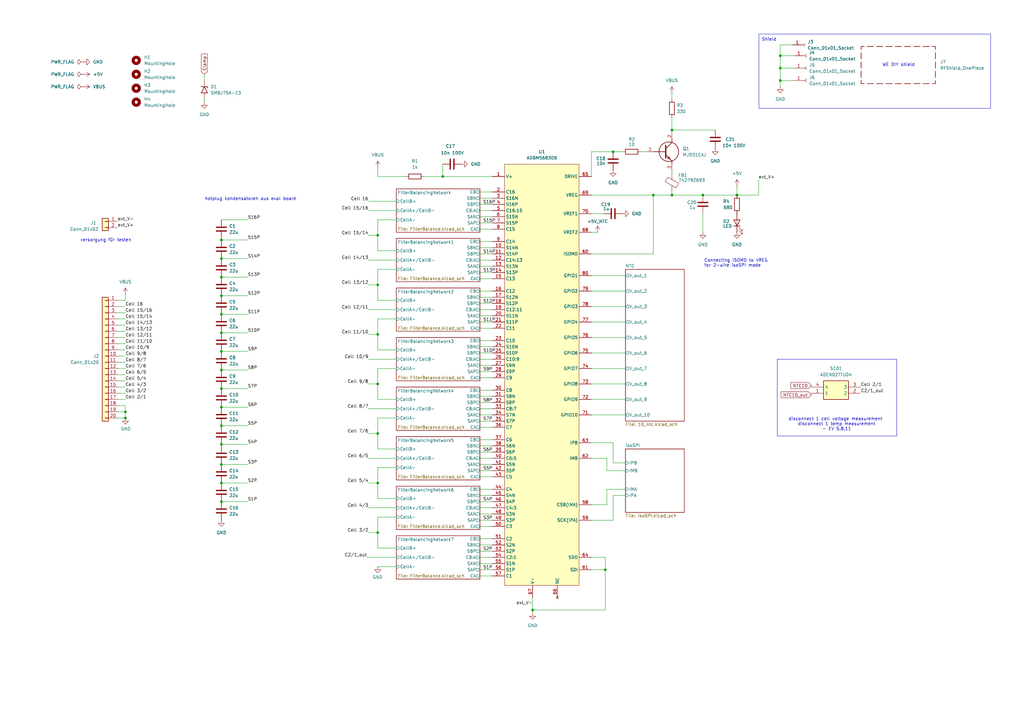
<source format=kicad_sch>
(kicad_sch
	(version 20231120)
	(generator "eeschema")
	(generator_version "8.0")
	(uuid "64eac9c4-e018-49db-b598-a7107a0db15b")
	(paper "A3")
	(lib_symbols
		(symbol "ADBMS6830B_lang:ADBMS6830B_Tall"
			(exclude_from_sim no)
			(in_bom yes)
			(on_board yes)
			(property "Reference" "U"
				(at 0 1.27 0)
				(effects
					(font
						(size 1.27 1.27)
					)
				)
			)
			(property "Value" "ADBMS6830B"
				(at 0 -1.27 0)
				(effects
					(font
						(size 1.27 1.27)
					)
				)
			)
			(property "Footprint" "ADBMS6830:QFP-80_12x12_Pitch0.5mm"
				(at -48.26 53.34 0)
				(effects
					(font
						(size 1.27 1.27)
					)
					(hide yes)
				)
			)
			(property "Datasheet" "~/ADBMS6830B_ADI.pdf"
				(at -48.26 53.34 0)
				(effects
					(font
						(size 1.27 1.27)
					)
					(hide yes)
				)
			)
			(property "Description" ""
				(at 0 0 0)
				(effects
					(font
						(size 1.27 1.27)
					)
					(hide yes)
				)
			)
			(symbol "ADBMS6830B_Tall_1_0"
				(pin input line
					(at -20.32 46.99 0)
					(length 5)
					(name "C14:13"
						(effects
							(font
								(size 1.27 1.27)
							)
						)
					)
					(number "12"
						(effects
							(font
								(size 1.27 1.27)
							)
						)
					)
				)
				(pin input line
					(at -20.32 6.35 0)
					(length 5)
					(name "C10:9"
						(effects
							(font
								(size 1.27 1.27)
							)
						)
					)
					(number "26"
						(effects
							(font
								(size 1.27 1.27)
							)
						)
					)
				)
				(pin input line
					(at -20.32 -13.97 0)
					(length 5)
					(name "C8:7"
						(effects
							(font
								(size 1.27 1.27)
							)
						)
					)
					(number "33"
						(effects
							(font
								(size 1.27 1.27)
							)
						)
					)
				)
				(pin input line
					(at -20.32 -34.29 0)
					(length 5)
					(name "C6:5"
						(effects
							(font
								(size 1.27 1.27)
							)
						)
					)
					(number "40"
						(effects
							(font
								(size 1.27 1.27)
							)
						)
					)
				)
				(pin input line
					(at -20.32 -54.61 0)
					(length 5)
					(name "C4:3"
						(effects
							(font
								(size 1.27 1.27)
							)
						)
					)
					(number "47"
						(effects
							(font
								(size 1.27 1.27)
							)
						)
					)
				)
				(pin input line
					(at -20.32 -74.93 0)
					(length 5)
					(name "C2:1"
						(effects
							(font
								(size 1.27 1.27)
							)
						)
					)
					(number "54"
						(effects
							(font
								(size 1.27 1.27)
							)
						)
					)
				)
				(pin no_connect line
					(at 6.35 -91.44 90)
					(length 5)
					(name "NC"
						(effects
							(font
								(size 1.27 1.27)
							)
						)
					)
					(number "66"
						(effects
							(font
								(size 1.27 1.27)
							)
						)
					)
				)
				(pin bidirectional line
					(at 20.32 -16.51 180)
					(length 5)
					(name "GPIO10"
						(effects
							(font
								(size 1.27 1.27)
							)
						)
					)
					(number "71"
						(effects
							(font
								(size 1.27 1.27)
							)
						)
					)
				)
			)
			(symbol "ADBMS6830B_Tall_1_1"
				(rectangle
					(start -15.24 86.36)
					(end 15.24 -86.36)
					(stroke
						(width 0)
						(type default)
					)
					(fill
						(type background)
					)
				)
				(pin power_out line
					(at -20.32 81.28 0)
					(length 5)
					(name "V+"
						(effects
							(font
								(size 1.27 1.27)
							)
						)
					)
					(number "1"
						(effects
							(font
								(size 1.27 1.27)
							)
						)
					)
				)
				(pin input line
					(at -20.32 52.07 0)
					(length 5)
					(name "S14N"
						(effects
							(font
								(size 1.27 1.27)
							)
						)
					)
					(number "10"
						(effects
							(font
								(size 1.27 1.27)
							)
						)
					)
				)
				(pin input line
					(at -20.32 49.53 0)
					(length 5)
					(name "S14P"
						(effects
							(font
								(size 1.27 1.27)
							)
						)
					)
					(number "11"
						(effects
							(font
								(size 1.27 1.27)
							)
						)
					)
				)
				(pin input line
					(at -20.32 44.45 0)
					(length 5)
					(name "S13N"
						(effects
							(font
								(size 1.27 1.27)
							)
						)
					)
					(number "13"
						(effects
							(font
								(size 1.27 1.27)
							)
						)
					)
				)
				(pin input line
					(at -20.32 41.91 0)
					(length 5)
					(name "S13P"
						(effects
							(font
								(size 1.27 1.27)
							)
						)
					)
					(number "14"
						(effects
							(font
								(size 1.27 1.27)
							)
						)
					)
				)
				(pin input line
					(at -20.32 39.37 0)
					(length 5)
					(name "C13"
						(effects
							(font
								(size 1.27 1.27)
							)
						)
					)
					(number "15"
						(effects
							(font
								(size 1.27 1.27)
							)
						)
					)
				)
				(pin input line
					(at -20.32 34.29 0)
					(length 5)
					(name "C12"
						(effects
							(font
								(size 1.27 1.27)
							)
						)
					)
					(number "16"
						(effects
							(font
								(size 1.27 1.27)
							)
						)
					)
				)
				(pin input line
					(at -20.32 31.75 0)
					(length 5)
					(name "S12N"
						(effects
							(font
								(size 1.27 1.27)
							)
						)
					)
					(number "17"
						(effects
							(font
								(size 1.27 1.27)
							)
						)
					)
				)
				(pin input line
					(at -20.32 29.21 0)
					(length 5)
					(name "S12P"
						(effects
							(font
								(size 1.27 1.27)
							)
						)
					)
					(number "18"
						(effects
							(font
								(size 1.27 1.27)
							)
						)
					)
				)
				(pin input line
					(at -20.32 26.67 0)
					(length 5)
					(name "C12:11"
						(effects
							(font
								(size 1.27 1.27)
							)
						)
					)
					(number "19"
						(effects
							(font
								(size 1.27 1.27)
							)
						)
					)
				)
				(pin input line
					(at -20.32 74.93 0)
					(length 5)
					(name "C16"
						(effects
							(font
								(size 1.27 1.27)
							)
						)
					)
					(number "2"
						(effects
							(font
								(size 1.27 1.27)
							)
						)
					)
				)
				(pin input line
					(at -20.32 24.13 0)
					(length 5)
					(name "S11N"
						(effects
							(font
								(size 1.27 1.27)
							)
						)
					)
					(number "20"
						(effects
							(font
								(size 1.27 1.27)
							)
						)
					)
				)
				(pin input line
					(at -20.32 21.59 0)
					(length 5)
					(name "S11P"
						(effects
							(font
								(size 1.27 1.27)
							)
						)
					)
					(number "21"
						(effects
							(font
								(size 1.27 1.27)
							)
						)
					)
				)
				(pin input line
					(at -20.32 19.05 0)
					(length 5)
					(name "C11"
						(effects
							(font
								(size 1.27 1.27)
							)
						)
					)
					(number "22"
						(effects
							(font
								(size 1.27 1.27)
							)
						)
					)
				)
				(pin input line
					(at -20.32 13.97 0)
					(length 5)
					(name "C10"
						(effects
							(font
								(size 1.27 1.27)
							)
						)
					)
					(number "23"
						(effects
							(font
								(size 1.27 1.27)
							)
						)
					)
				)
				(pin input line
					(at -20.32 11.43 0)
					(length 5)
					(name "S10N"
						(effects
							(font
								(size 1.27 1.27)
							)
						)
					)
					(number "24"
						(effects
							(font
								(size 1.27 1.27)
							)
						)
					)
				)
				(pin input line
					(at -20.32 8.89 0)
					(length 5)
					(name "S10P"
						(effects
							(font
								(size 1.27 1.27)
							)
						)
					)
					(number "25"
						(effects
							(font
								(size 1.27 1.27)
							)
						)
					)
				)
				(pin input line
					(at -20.32 3.81 0)
					(length 5)
					(name "S9N"
						(effects
							(font
								(size 1.27 1.27)
							)
						)
					)
					(number "27"
						(effects
							(font
								(size 1.27 1.27)
							)
						)
					)
				)
				(pin input line
					(at -20.32 1.27 0)
					(length 5)
					(name "S9P"
						(effects
							(font
								(size 1.27 1.27)
							)
						)
					)
					(number "28"
						(effects
							(font
								(size 1.27 1.27)
							)
						)
					)
				)
				(pin input line
					(at -20.32 -1.27 0)
					(length 5)
					(name "C9"
						(effects
							(font
								(size 1.27 1.27)
							)
						)
					)
					(number "29"
						(effects
							(font
								(size 1.27 1.27)
							)
						)
					)
				)
				(pin input line
					(at -20.32 72.39 0)
					(length 5)
					(name "S16N"
						(effects
							(font
								(size 1.27 1.27)
							)
						)
					)
					(number "3"
						(effects
							(font
								(size 1.27 1.27)
							)
						)
					)
				)
				(pin input line
					(at -20.32 -6.35 0)
					(length 5)
					(name "C8"
						(effects
							(font
								(size 1.27 1.27)
							)
						)
					)
					(number "30"
						(effects
							(font
								(size 1.27 1.27)
							)
						)
					)
				)
				(pin input line
					(at -20.32 -8.89 0)
					(length 5)
					(name "S8N"
						(effects
							(font
								(size 1.27 1.27)
							)
						)
					)
					(number "31"
						(effects
							(font
								(size 1.27 1.27)
							)
						)
					)
				)
				(pin input line
					(at -20.32 -11.43 0)
					(length 5)
					(name "S8P"
						(effects
							(font
								(size 1.27 1.27)
							)
						)
					)
					(number "32"
						(effects
							(font
								(size 1.27 1.27)
							)
						)
					)
				)
				(pin input line
					(at -20.32 -16.51 0)
					(length 5)
					(name "S7N"
						(effects
							(font
								(size 1.27 1.27)
							)
						)
					)
					(number "34"
						(effects
							(font
								(size 1.27 1.27)
							)
						)
					)
				)
				(pin input line
					(at -20.32 -19.05 0)
					(length 5)
					(name "S7P"
						(effects
							(font
								(size 1.27 1.27)
							)
						)
					)
					(number "35"
						(effects
							(font
								(size 1.27 1.27)
							)
						)
					)
				)
				(pin input line
					(at -20.32 -21.59 0)
					(length 5)
					(name "C7"
						(effects
							(font
								(size 1.27 1.27)
							)
						)
					)
					(number "36"
						(effects
							(font
								(size 1.27 1.27)
							)
						)
					)
				)
				(pin input line
					(at -20.32 -26.67 0)
					(length 5)
					(name "C6"
						(effects
							(font
								(size 1.27 1.27)
							)
						)
					)
					(number "37"
						(effects
							(font
								(size 1.27 1.27)
							)
						)
					)
				)
				(pin input line
					(at -20.32 -29.21 0)
					(length 5)
					(name "S6N"
						(effects
							(font
								(size 1.27 1.27)
							)
						)
					)
					(number "38"
						(effects
							(font
								(size 1.27 1.27)
							)
						)
					)
				)
				(pin input line
					(at -20.32 -31.75 0)
					(length 5)
					(name "S6P"
						(effects
							(font
								(size 1.27 1.27)
							)
						)
					)
					(number "39"
						(effects
							(font
								(size 1.27 1.27)
							)
						)
					)
				)
				(pin input line
					(at -20.32 69.85 0)
					(length 5)
					(name "S16P"
						(effects
							(font
								(size 1.27 1.27)
							)
						)
					)
					(number "4"
						(effects
							(font
								(size 1.27 1.27)
							)
						)
					)
				)
				(pin input line
					(at -20.32 -36.83 0)
					(length 5)
					(name "S5N"
						(effects
							(font
								(size 1.27 1.27)
							)
						)
					)
					(number "41"
						(effects
							(font
								(size 1.27 1.27)
							)
						)
					)
				)
				(pin input line
					(at -20.32 -39.37 0)
					(length 5)
					(name "S5P"
						(effects
							(font
								(size 1.27 1.27)
							)
						)
					)
					(number "42"
						(effects
							(font
								(size 1.27 1.27)
							)
						)
					)
				)
				(pin input line
					(at -20.32 -41.91 0)
					(length 5)
					(name "C5"
						(effects
							(font
								(size 1.27 1.27)
							)
						)
					)
					(number "43"
						(effects
							(font
								(size 1.27 1.27)
							)
						)
					)
				)
				(pin input line
					(at -20.32 -46.99 0)
					(length 5)
					(name "C4"
						(effects
							(font
								(size 1.27 1.27)
							)
						)
					)
					(number "44"
						(effects
							(font
								(size 1.27 1.27)
							)
						)
					)
				)
				(pin input line
					(at -20.32 -49.53 0)
					(length 5)
					(name "S4N"
						(effects
							(font
								(size 1.27 1.27)
							)
						)
					)
					(number "45"
						(effects
							(font
								(size 1.27 1.27)
							)
						)
					)
				)
				(pin input line
					(at -20.32 -52.07 0)
					(length 5)
					(name "S4P"
						(effects
							(font
								(size 1.27 1.27)
							)
						)
					)
					(number "46"
						(effects
							(font
								(size 1.27 1.27)
							)
						)
					)
				)
				(pin input line
					(at -20.32 -57.15 0)
					(length 5)
					(name "S3N"
						(effects
							(font
								(size 1.27 1.27)
							)
						)
					)
					(number "48"
						(effects
							(font
								(size 1.27 1.27)
							)
						)
					)
				)
				(pin input line
					(at -20.32 -59.69 0)
					(length 5)
					(name "S3P"
						(effects
							(font
								(size 1.27 1.27)
							)
						)
					)
					(number "49"
						(effects
							(font
								(size 1.27 1.27)
							)
						)
					)
				)
				(pin input line
					(at -20.32 67.31 0)
					(length 5)
					(name "C16:15"
						(effects
							(font
								(size 1.27 1.27)
							)
						)
					)
					(number "5"
						(effects
							(font
								(size 1.27 1.27)
							)
						)
					)
				)
				(pin input line
					(at -20.32 -62.23 0)
					(length 5)
					(name "C3"
						(effects
							(font
								(size 1.27 1.27)
							)
						)
					)
					(number "50"
						(effects
							(font
								(size 1.27 1.27)
							)
						)
					)
				)
				(pin input line
					(at -20.32 -67.31 0)
					(length 5)
					(name "C2"
						(effects
							(font
								(size 1.27 1.27)
							)
						)
					)
					(number "51"
						(effects
							(font
								(size 1.27 1.27)
							)
						)
					)
				)
				(pin input line
					(at -20.32 -69.85 0)
					(length 5)
					(name "S2N"
						(effects
							(font
								(size 1.27 1.27)
							)
						)
					)
					(number "52"
						(effects
							(font
								(size 1.27 1.27)
							)
						)
					)
				)
				(pin input line
					(at -20.32 -72.39 0)
					(length 5)
					(name "S2P"
						(effects
							(font
								(size 1.27 1.27)
							)
						)
					)
					(number "53"
						(effects
							(font
								(size 1.27 1.27)
							)
						)
					)
				)
				(pin input line
					(at -20.32 -77.47 0)
					(length 5)
					(name "S1N"
						(effects
							(font
								(size 1.27 1.27)
							)
						)
					)
					(number "55"
						(effects
							(font
								(size 1.27 1.27)
							)
						)
					)
				)
				(pin input line
					(at -20.32 -80.01 0)
					(length 5)
					(name "S1P"
						(effects
							(font
								(size 1.27 1.27)
							)
						)
					)
					(number "56"
						(effects
							(font
								(size 1.27 1.27)
							)
						)
					)
				)
				(pin input line
					(at -20.32 -82.55 0)
					(length 5)
					(name "C1"
						(effects
							(font
								(size 1.27 1.27)
							)
						)
					)
					(number "57"
						(effects
							(font
								(size 1.27 1.27)
							)
						)
					)
				)
				(pin bidirectional line
					(at 20.32 -53.34 180)
					(length 5)
					(name "CSB(IMA)"
						(effects
							(font
								(size 1.27 1.27)
							)
						)
					)
					(number "58"
						(effects
							(font
								(size 1.27 1.27)
							)
						)
					)
				)
				(pin bidirectional line
					(at 20.32 -59.69 180)
					(length 5)
					(name "SCK(IPA)"
						(effects
							(font
								(size 1.27 1.27)
							)
						)
					)
					(number "59"
						(effects
							(font
								(size 1.27 1.27)
							)
						)
					)
				)
				(pin input line
					(at -20.32 64.77 0)
					(length 5)
					(name "S15N"
						(effects
							(font
								(size 1.27 1.27)
							)
						)
					)
					(number "6"
						(effects
							(font
								(size 1.27 1.27)
							)
						)
					)
				)
				(pin bidirectional line
					(at 20.32 49.53 180)
					(length 5)
					(name "ISOMD"
						(effects
							(font
								(size 1.27 1.27)
							)
						)
					)
					(number "60"
						(effects
							(font
								(size 1.27 1.27)
							)
						)
					)
				)
				(pin bidirectional line
					(at 20.32 -80.01 180)
					(length 5)
					(name "SDI"
						(effects
							(font
								(size 1.27 1.27)
							)
						)
					)
					(number "61"
						(effects
							(font
								(size 1.27 1.27)
							)
						)
					)
				)
				(pin bidirectional line
					(at 20.32 -34.29 180)
					(length 5)
					(name "IMB"
						(effects
							(font
								(size 1.27 1.27)
							)
						)
					)
					(number "62"
						(effects
							(font
								(size 1.27 1.27)
							)
						)
					)
				)
				(pin bidirectional line
					(at 20.32 -27.94 180)
					(length 5)
					(name "IPB"
						(effects
							(font
								(size 1.27 1.27)
							)
						)
					)
					(number "63"
						(effects
							(font
								(size 1.27 1.27)
							)
						)
					)
				)
				(pin bidirectional line
					(at 20.32 -74.93 180)
					(length 5)
					(name "SDO"
						(effects
							(font
								(size 1.27 1.27)
							)
						)
					)
					(number "64"
						(effects
							(font
								(size 1.27 1.27)
							)
						)
					)
				)
				(pin bidirectional line
					(at 20.32 81.28 180)
					(length 5)
					(name "DRIVE"
						(effects
							(font
								(size 1.27 1.27)
							)
						)
					)
					(number "65"
						(effects
							(font
								(size 1.27 1.27)
							)
						)
					)
				)
				(pin input line
					(at -3.81 -91.44 90)
					(length 5)
					(name "V-"
						(effects
							(font
								(size 1.27 1.27)
							)
						)
					)
					(number "67"
						(effects
							(font
								(size 1.27 1.27)
							)
						)
					)
				)
				(pin power_out line
					(at 20.32 58.42 180)
					(length 5)
					(name "VREF2"
						(effects
							(font
								(size 1.27 1.27)
							)
						)
					)
					(number "68"
						(effects
							(font
								(size 1.27 1.27)
							)
						)
					)
				)
				(pin input line
					(at 20.32 73.66 180)
					(length 5)
					(name "VREG"
						(effects
							(font
								(size 1.27 1.27)
							)
						)
					)
					(number "69"
						(effects
							(font
								(size 1.27 1.27)
							)
						)
					)
				)
				(pin input line
					(at -20.32 62.23 0)
					(length 5)
					(name "S15P"
						(effects
							(font
								(size 1.27 1.27)
							)
						)
					)
					(number "7"
						(effects
							(font
								(size 1.27 1.27)
							)
						)
					)
				)
				(pin power_out line
					(at 20.32 66.04 180)
					(length 5)
					(name "VREF1"
						(effects
							(font
								(size 1.27 1.27)
							)
						)
					)
					(number "70"
						(effects
							(font
								(size 1.27 1.27)
							)
						)
					)
				)
				(pin bidirectional line
					(at 20.32 -10.16 180)
					(length 5)
					(name "GPIO9"
						(effects
							(font
								(size 1.27 1.27)
							)
						)
					)
					(number "72"
						(effects
							(font
								(size 1.27 1.27)
							)
						)
					)
				)
				(pin bidirectional line
					(at 20.32 -3.81 180)
					(length 5)
					(name "GPIO8"
						(effects
							(font
								(size 1.27 1.27)
							)
						)
					)
					(number "73"
						(effects
							(font
								(size 1.27 1.27)
							)
						)
					)
				)
				(pin bidirectional line
					(at 20.32 2.54 180)
					(length 5)
					(name "GPIO7"
						(effects
							(font
								(size 1.27 1.27)
							)
						)
					)
					(number "74"
						(effects
							(font
								(size 1.27 1.27)
							)
						)
					)
				)
				(pin bidirectional line
					(at 20.32 8.89 180)
					(length 5)
					(name "GPIO6"
						(effects
							(font
								(size 1.27 1.27)
							)
						)
					)
					(number "75"
						(effects
							(font
								(size 1.27 1.27)
							)
						)
					)
				)
				(pin bidirectional line
					(at 20.32 15.24 180)
					(length 5)
					(name "GPIO5"
						(effects
							(font
								(size 1.27 1.27)
							)
						)
					)
					(number "76"
						(effects
							(font
								(size 1.27 1.27)
							)
						)
					)
				)
				(pin bidirectional line
					(at 20.32 21.59 180)
					(length 5)
					(name "GPIO4"
						(effects
							(font
								(size 1.27 1.27)
							)
						)
					)
					(number "77"
						(effects
							(font
								(size 1.27 1.27)
							)
						)
					)
				)
				(pin bidirectional line
					(at 20.32 27.94 180)
					(length 5)
					(name "GPIO3"
						(effects
							(font
								(size 1.27 1.27)
							)
						)
					)
					(number "78"
						(effects
							(font
								(size 1.27 1.27)
							)
						)
					)
				)
				(pin bidirectional line
					(at 20.32 34.29 180)
					(length 5)
					(name "GPIO2"
						(effects
							(font
								(size 1.27 1.27)
							)
						)
					)
					(number "79"
						(effects
							(font
								(size 1.27 1.27)
							)
						)
					)
				)
				(pin input line
					(at -20.32 59.69 0)
					(length 5)
					(name "C15"
						(effects
							(font
								(size 1.27 1.27)
							)
						)
					)
					(number "8"
						(effects
							(font
								(size 1.27 1.27)
							)
						)
					)
				)
				(pin bidirectional line
					(at 20.32 40.64 180)
					(length 5)
					(name "GPIO1"
						(effects
							(font
								(size 1.27 1.27)
							)
						)
					)
					(number "80"
						(effects
							(font
								(size 1.27 1.27)
							)
						)
					)
				)
				(pin input line
					(at -20.32 54.61 0)
					(length 5)
					(name "C14"
						(effects
							(font
								(size 1.27 1.27)
							)
						)
					)
					(number "9"
						(effects
							(font
								(size 1.27 1.27)
							)
						)
					)
				)
			)
		)
		(symbol "ADEN02TTU04:ADEN02TTU04"
			(exclude_from_sim no)
			(in_bom yes)
			(on_board yes)
			(property "Reference" "S"
				(at 16.51 7.62 0)
				(effects
					(font
						(size 1.27 1.27)
					)
					(justify left top)
				)
			)
			(property "Value" "ADEN02TTU04"
				(at 16.51 5.08 0)
				(effects
					(font
						(size 1.27 1.27)
					)
					(justify left top)
				)
			)
			(property "Footprint" "ADEN02TTU04"
				(at 16.51 -94.92 0)
				(effects
					(font
						(size 1.27 1.27)
					)
					(justify left top)
					(hide yes)
				)
			)
			(property "Datasheet" "https://www.te.com/commerce/DocumentDelivery/DDEController?Action=srchrtrv&DocNm=2454982&DocType=Customer%20Drawing&DocLang=English&DocFormat=pdf&PartCntxt=2454982-1"
				(at 16.51 -194.92 0)
				(effects
					(font
						(size 1.27 1.27)
					)
					(justify left top)
					(hide yes)
				)
			)
			(property "Description" "DIP Switch, Gold Flash Contact Plating, Black, PA9T, 2 Switch, -40  85 C, Extended Actuator, 24 A Contact Rating, Alcoswitch DIP ADE"
				(at 0 0 0)
				(effects
					(font
						(size 1.27 1.27)
					)
					(hide yes)
				)
			)
			(property "Height" "4.51"
				(at 16.51 -394.92 0)
				(effects
					(font
						(size 1.27 1.27)
					)
					(justify left top)
					(hide yes)
				)
			)
			(property "Manufacturer_Name" "TE Connectivity"
				(at 16.51 -494.92 0)
				(effects
					(font
						(size 1.27 1.27)
					)
					(justify left top)
					(hide yes)
				)
			)
			(property "Manufacturer_Part_Number" "ADEN02TTU04"
				(at 16.51 -594.92 0)
				(effects
					(font
						(size 1.27 1.27)
					)
					(justify left top)
					(hide yes)
				)
			)
			(property "Mouser Part Number" "655-ADEN02TTU04"
				(at 16.51 -694.92 0)
				(effects
					(font
						(size 1.27 1.27)
					)
					(justify left top)
					(hide yes)
				)
			)
			(property "Mouser Price/Stock" "https://www.mouser.co.uk/ProductDetail/TE-Connectivity-Alcoswitch/ADEN02TTU04?qs=1Kr7Jg1SGW8ZWHKgHyLd6w%3D%3D"
				(at 16.51 -794.92 0)
				(effects
					(font
						(size 1.27 1.27)
					)
					(justify left top)
					(hide yes)
				)
			)
			(property "Arrow Part Number" ""
				(at 16.51 -894.92 0)
				(effects
					(font
						(size 1.27 1.27)
					)
					(justify left top)
					(hide yes)
				)
			)
			(property "Arrow Price/Stock" ""
				(at 16.51 -994.92 0)
				(effects
					(font
						(size 1.27 1.27)
					)
					(justify left top)
					(hide yes)
				)
			)
			(symbol "ADEN02TTU04_1_1"
				(rectangle
					(start 5.08 2.54)
					(end 15.24 -5.08)
					(stroke
						(width 0.254)
						(type default)
					)
					(fill
						(type background)
					)
				)
				(pin passive line
					(at 0 -2.54 0)
					(length 5.08)
					(name "1"
						(effects
							(font
								(size 1.27 1.27)
							)
						)
					)
					(number "1"
						(effects
							(font
								(size 1.27 1.27)
							)
						)
					)
				)
				(pin passive line
					(at 20.32 -2.54 180)
					(length 5.08)
					(name "2"
						(effects
							(font
								(size 1.27 1.27)
							)
						)
					)
					(number "2"
						(effects
							(font
								(size 1.27 1.27)
							)
						)
					)
				)
				(pin passive line
					(at 20.32 0 180)
					(length 5.08)
					(name "3"
						(effects
							(font
								(size 1.27 1.27)
							)
						)
					)
					(number "3"
						(effects
							(font
								(size 1.27 1.27)
							)
						)
					)
				)
				(pin passive line
					(at 0 0 0)
					(length 5.08)
					(name "4"
						(effects
							(font
								(size 1.27 1.27)
							)
						)
					)
					(number "4"
						(effects
							(font
								(size 1.27 1.27)
							)
						)
					)
				)
			)
		)
		(symbol "Connector:Conn_01x01_Socket"
			(pin_names
				(offset 1.016) hide)
			(exclude_from_sim no)
			(in_bom yes)
			(on_board yes)
			(property "Reference" "J"
				(at 0 2.54 0)
				(effects
					(font
						(size 1.27 1.27)
					)
				)
			)
			(property "Value" "Conn_01x01_Socket"
				(at 0 -2.54 0)
				(effects
					(font
						(size 1.27 1.27)
					)
				)
			)
			(property "Footprint" ""
				(at 0 0 0)
				(effects
					(font
						(size 1.27 1.27)
					)
					(hide yes)
				)
			)
			(property "Datasheet" "~"
				(at 0 0 0)
				(effects
					(font
						(size 1.27 1.27)
					)
					(hide yes)
				)
			)
			(property "Description" "Generic connector, single row, 01x01, script generated"
				(at 0 0 0)
				(effects
					(font
						(size 1.27 1.27)
					)
					(hide yes)
				)
			)
			(property "ki_locked" ""
				(at 0 0 0)
				(effects
					(font
						(size 1.27 1.27)
					)
				)
			)
			(property "ki_keywords" "connector"
				(at 0 0 0)
				(effects
					(font
						(size 1.27 1.27)
					)
					(hide yes)
				)
			)
			(property "ki_fp_filters" "Connector*:*_1x??_*"
				(at 0 0 0)
				(effects
					(font
						(size 1.27 1.27)
					)
					(hide yes)
				)
			)
			(symbol "Conn_01x01_Socket_1_1"
				(polyline
					(pts
						(xy -1.27 0) (xy -0.508 0)
					)
					(stroke
						(width 0.1524)
						(type default)
					)
					(fill
						(type none)
					)
				)
				(arc
					(start 0 0.508)
					(mid -0.5058 0)
					(end 0 -0.508)
					(stroke
						(width 0.1524)
						(type default)
					)
					(fill
						(type none)
					)
				)
				(pin passive line
					(at -5.08 0 0)
					(length 3.81)
					(name "Pin_1"
						(effects
							(font
								(size 1.27 1.27)
							)
						)
					)
					(number "1"
						(effects
							(font
								(size 1.27 1.27)
							)
						)
					)
				)
			)
		)
		(symbol "Connector_Generic:Conn_01x02"
			(pin_names
				(offset 1.016) hide)
			(exclude_from_sim no)
			(in_bom yes)
			(on_board yes)
			(property "Reference" "J"
				(at 0 2.54 0)
				(effects
					(font
						(size 1.27 1.27)
					)
				)
			)
			(property "Value" "Conn_01x02"
				(at 0 -5.08 0)
				(effects
					(font
						(size 1.27 1.27)
					)
				)
			)
			(property "Footprint" ""
				(at 0 0 0)
				(effects
					(font
						(size 1.27 1.27)
					)
					(hide yes)
				)
			)
			(property "Datasheet" "~"
				(at 0 0 0)
				(effects
					(font
						(size 1.27 1.27)
					)
					(hide yes)
				)
			)
			(property "Description" "Generic connector, single row, 01x02, script generated (kicad-library-utils/schlib/autogen/connector/)"
				(at 0 0 0)
				(effects
					(font
						(size 1.27 1.27)
					)
					(hide yes)
				)
			)
			(property "ki_keywords" "connector"
				(at 0 0 0)
				(effects
					(font
						(size 1.27 1.27)
					)
					(hide yes)
				)
			)
			(property "ki_fp_filters" "Connector*:*_1x??_*"
				(at 0 0 0)
				(effects
					(font
						(size 1.27 1.27)
					)
					(hide yes)
				)
			)
			(symbol "Conn_01x02_1_1"
				(rectangle
					(start -1.27 -2.413)
					(end 0 -2.667)
					(stroke
						(width 0.1524)
						(type default)
					)
					(fill
						(type none)
					)
				)
				(rectangle
					(start -1.27 0.127)
					(end 0 -0.127)
					(stroke
						(width 0.1524)
						(type default)
					)
					(fill
						(type none)
					)
				)
				(rectangle
					(start -1.27 1.27)
					(end 1.27 -3.81)
					(stroke
						(width 0.254)
						(type default)
					)
					(fill
						(type background)
					)
				)
				(pin passive line
					(at -5.08 0 0)
					(length 3.81)
					(name "Pin_1"
						(effects
							(font
								(size 1.27 1.27)
							)
						)
					)
					(number "1"
						(effects
							(font
								(size 1.27 1.27)
							)
						)
					)
				)
				(pin passive line
					(at -5.08 -2.54 0)
					(length 3.81)
					(name "Pin_2"
						(effects
							(font
								(size 1.27 1.27)
							)
						)
					)
					(number "2"
						(effects
							(font
								(size 1.27 1.27)
							)
						)
					)
				)
			)
		)
		(symbol "Connector_Generic:Conn_01x20"
			(pin_names
				(offset 1.016) hide)
			(exclude_from_sim no)
			(in_bom yes)
			(on_board yes)
			(property "Reference" "J"
				(at 0 25.4 0)
				(effects
					(font
						(size 1.27 1.27)
					)
				)
			)
			(property "Value" "Conn_01x20"
				(at 0 -27.94 0)
				(effects
					(font
						(size 1.27 1.27)
					)
				)
			)
			(property "Footprint" ""
				(at 0 0 0)
				(effects
					(font
						(size 1.27 1.27)
					)
					(hide yes)
				)
			)
			(property "Datasheet" "~"
				(at 0 0 0)
				(effects
					(font
						(size 1.27 1.27)
					)
					(hide yes)
				)
			)
			(property "Description" "Generic connector, single row, 01x20, script generated (kicad-library-utils/schlib/autogen/connector/)"
				(at 0 0 0)
				(effects
					(font
						(size 1.27 1.27)
					)
					(hide yes)
				)
			)
			(property "ki_keywords" "connector"
				(at 0 0 0)
				(effects
					(font
						(size 1.27 1.27)
					)
					(hide yes)
				)
			)
			(property "ki_fp_filters" "Connector*:*_1x??_*"
				(at 0 0 0)
				(effects
					(font
						(size 1.27 1.27)
					)
					(hide yes)
				)
			)
			(symbol "Conn_01x20_1_1"
				(rectangle
					(start -1.27 -25.273)
					(end 0 -25.527)
					(stroke
						(width 0.1524)
						(type default)
					)
					(fill
						(type none)
					)
				)
				(rectangle
					(start -1.27 -22.733)
					(end 0 -22.987)
					(stroke
						(width 0.1524)
						(type default)
					)
					(fill
						(type none)
					)
				)
				(rectangle
					(start -1.27 -20.193)
					(end 0 -20.447)
					(stroke
						(width 0.1524)
						(type default)
					)
					(fill
						(type none)
					)
				)
				(rectangle
					(start -1.27 -17.653)
					(end 0 -17.907)
					(stroke
						(width 0.1524)
						(type default)
					)
					(fill
						(type none)
					)
				)
				(rectangle
					(start -1.27 -15.113)
					(end 0 -15.367)
					(stroke
						(width 0.1524)
						(type default)
					)
					(fill
						(type none)
					)
				)
				(rectangle
					(start -1.27 -12.573)
					(end 0 -12.827)
					(stroke
						(width 0.1524)
						(type default)
					)
					(fill
						(type none)
					)
				)
				(rectangle
					(start -1.27 -10.033)
					(end 0 -10.287)
					(stroke
						(width 0.1524)
						(type default)
					)
					(fill
						(type none)
					)
				)
				(rectangle
					(start -1.27 -7.493)
					(end 0 -7.747)
					(stroke
						(width 0.1524)
						(type default)
					)
					(fill
						(type none)
					)
				)
				(rectangle
					(start -1.27 -4.953)
					(end 0 -5.207)
					(stroke
						(width 0.1524)
						(type default)
					)
					(fill
						(type none)
					)
				)
				(rectangle
					(start -1.27 -2.413)
					(end 0 -2.667)
					(stroke
						(width 0.1524)
						(type default)
					)
					(fill
						(type none)
					)
				)
				(rectangle
					(start -1.27 0.127)
					(end 0 -0.127)
					(stroke
						(width 0.1524)
						(type default)
					)
					(fill
						(type none)
					)
				)
				(rectangle
					(start -1.27 2.667)
					(end 0 2.413)
					(stroke
						(width 0.1524)
						(type default)
					)
					(fill
						(type none)
					)
				)
				(rectangle
					(start -1.27 5.207)
					(end 0 4.953)
					(stroke
						(width 0.1524)
						(type default)
					)
					(fill
						(type none)
					)
				)
				(rectangle
					(start -1.27 7.747)
					(end 0 7.493)
					(stroke
						(width 0.1524)
						(type default)
					)
					(fill
						(type none)
					)
				)
				(rectangle
					(start -1.27 10.287)
					(end 0 10.033)
					(stroke
						(width 0.1524)
						(type default)
					)
					(fill
						(type none)
					)
				)
				(rectangle
					(start -1.27 12.827)
					(end 0 12.573)
					(stroke
						(width 0.1524)
						(type default)
					)
					(fill
						(type none)
					)
				)
				(rectangle
					(start -1.27 15.367)
					(end 0 15.113)
					(stroke
						(width 0.1524)
						(type default)
					)
					(fill
						(type none)
					)
				)
				(rectangle
					(start -1.27 17.907)
					(end 0 17.653)
					(stroke
						(width 0.1524)
						(type default)
					)
					(fill
						(type none)
					)
				)
				(rectangle
					(start -1.27 20.447)
					(end 0 20.193)
					(stroke
						(width 0.1524)
						(type default)
					)
					(fill
						(type none)
					)
				)
				(rectangle
					(start -1.27 22.987)
					(end 0 22.733)
					(stroke
						(width 0.1524)
						(type default)
					)
					(fill
						(type none)
					)
				)
				(rectangle
					(start -1.27 24.13)
					(end 1.27 -26.67)
					(stroke
						(width 0.254)
						(type default)
					)
					(fill
						(type background)
					)
				)
				(pin passive line
					(at -5.08 22.86 0)
					(length 3.81)
					(name "Pin_1"
						(effects
							(font
								(size 1.27 1.27)
							)
						)
					)
					(number "1"
						(effects
							(font
								(size 1.27 1.27)
							)
						)
					)
				)
				(pin passive line
					(at -5.08 0 0)
					(length 3.81)
					(name "Pin_10"
						(effects
							(font
								(size 1.27 1.27)
							)
						)
					)
					(number "10"
						(effects
							(font
								(size 1.27 1.27)
							)
						)
					)
				)
				(pin passive line
					(at -5.08 -2.54 0)
					(length 3.81)
					(name "Pin_11"
						(effects
							(font
								(size 1.27 1.27)
							)
						)
					)
					(number "11"
						(effects
							(font
								(size 1.27 1.27)
							)
						)
					)
				)
				(pin passive line
					(at -5.08 -5.08 0)
					(length 3.81)
					(name "Pin_12"
						(effects
							(font
								(size 1.27 1.27)
							)
						)
					)
					(number "12"
						(effects
							(font
								(size 1.27 1.27)
							)
						)
					)
				)
				(pin passive line
					(at -5.08 -7.62 0)
					(length 3.81)
					(name "Pin_13"
						(effects
							(font
								(size 1.27 1.27)
							)
						)
					)
					(number "13"
						(effects
							(font
								(size 1.27 1.27)
							)
						)
					)
				)
				(pin passive line
					(at -5.08 -10.16 0)
					(length 3.81)
					(name "Pin_14"
						(effects
							(font
								(size 1.27 1.27)
							)
						)
					)
					(number "14"
						(effects
							(font
								(size 1.27 1.27)
							)
						)
					)
				)
				(pin passive line
					(at -5.08 -12.7 0)
					(length 3.81)
					(name "Pin_15"
						(effects
							(font
								(size 1.27 1.27)
							)
						)
					)
					(number "15"
						(effects
							(font
								(size 1.27 1.27)
							)
						)
					)
				)
				(pin passive line
					(at -5.08 -15.24 0)
					(length 3.81)
					(name "Pin_16"
						(effects
							(font
								(size 1.27 1.27)
							)
						)
					)
					(number "16"
						(effects
							(font
								(size 1.27 1.27)
							)
						)
					)
				)
				(pin passive line
					(at -5.08 -17.78 0)
					(length 3.81)
					(name "Pin_17"
						(effects
							(font
								(size 1.27 1.27)
							)
						)
					)
					(number "17"
						(effects
							(font
								(size 1.27 1.27)
							)
						)
					)
				)
				(pin passive line
					(at -5.08 -20.32 0)
					(length 3.81)
					(name "Pin_18"
						(effects
							(font
								(size 1.27 1.27)
							)
						)
					)
					(number "18"
						(effects
							(font
								(size 1.27 1.27)
							)
						)
					)
				)
				(pin passive line
					(at -5.08 -22.86 0)
					(length 3.81)
					(name "Pin_19"
						(effects
							(font
								(size 1.27 1.27)
							)
						)
					)
					(number "19"
						(effects
							(font
								(size 1.27 1.27)
							)
						)
					)
				)
				(pin passive line
					(at -5.08 20.32 0)
					(length 3.81)
					(name "Pin_2"
						(effects
							(font
								(size 1.27 1.27)
							)
						)
					)
					(number "2"
						(effects
							(font
								(size 1.27 1.27)
							)
						)
					)
				)
				(pin passive line
					(at -5.08 -25.4 0)
					(length 3.81)
					(name "Pin_20"
						(effects
							(font
								(size 1.27 1.27)
							)
						)
					)
					(number "20"
						(effects
							(font
								(size 1.27 1.27)
							)
						)
					)
				)
				(pin passive line
					(at -5.08 17.78 0)
					(length 3.81)
					(name "Pin_3"
						(effects
							(font
								(size 1.27 1.27)
							)
						)
					)
					(number "3"
						(effects
							(font
								(size 1.27 1.27)
							)
						)
					)
				)
				(pin passive line
					(at -5.08 15.24 0)
					(length 3.81)
					(name "Pin_4"
						(effects
							(font
								(size 1.27 1.27)
							)
						)
					)
					(number "4"
						(effects
							(font
								(size 1.27 1.27)
							)
						)
					)
				)
				(pin passive line
					(at -5.08 12.7 0)
					(length 3.81)
					(name "Pin_5"
						(effects
							(font
								(size 1.27 1.27)
							)
						)
					)
					(number "5"
						(effects
							(font
								(size 1.27 1.27)
							)
						)
					)
				)
				(pin passive line
					(at -5.08 10.16 0)
					(length 3.81)
					(name "Pin_6"
						(effects
							(font
								(size 1.27 1.27)
							)
						)
					)
					(number "6"
						(effects
							(font
								(size 1.27 1.27)
							)
						)
					)
				)
				(pin passive line
					(at -5.08 7.62 0)
					(length 3.81)
					(name "Pin_7"
						(effects
							(font
								(size 1.27 1.27)
							)
						)
					)
					(number "7"
						(effects
							(font
								(size 1.27 1.27)
							)
						)
					)
				)
				(pin passive line
					(at -5.08 5.08 0)
					(length 3.81)
					(name "Pin_8"
						(effects
							(font
								(size 1.27 1.27)
							)
						)
					)
					(number "8"
						(effects
							(font
								(size 1.27 1.27)
							)
						)
					)
				)
				(pin passive line
					(at -5.08 2.54 0)
					(length 3.81)
					(name "Pin_9"
						(effects
							(font
								(size 1.27 1.27)
							)
						)
					)
					(number "9"
						(effects
							(font
								(size 1.27 1.27)
							)
						)
					)
				)
			)
		)
		(symbol "Device:C"
			(pin_numbers hide)
			(pin_names
				(offset 0.254)
			)
			(exclude_from_sim no)
			(in_bom yes)
			(on_board yes)
			(property "Reference" "C"
				(at 0.635 2.54 0)
				(effects
					(font
						(size 1.27 1.27)
					)
					(justify left)
				)
			)
			(property "Value" "C"
				(at 0.635 -2.54 0)
				(effects
					(font
						(size 1.27 1.27)
					)
					(justify left)
				)
			)
			(property "Footprint" ""
				(at 0.9652 -3.81 0)
				(effects
					(font
						(size 1.27 1.27)
					)
					(hide yes)
				)
			)
			(property "Datasheet" "~"
				(at 0 0 0)
				(effects
					(font
						(size 1.27 1.27)
					)
					(hide yes)
				)
			)
			(property "Description" "Unpolarized capacitor"
				(at 0 0 0)
				(effects
					(font
						(size 1.27 1.27)
					)
					(hide yes)
				)
			)
			(property "ki_keywords" "cap capacitor"
				(at 0 0 0)
				(effects
					(font
						(size 1.27 1.27)
					)
					(hide yes)
				)
			)
			(property "ki_fp_filters" "C_*"
				(at 0 0 0)
				(effects
					(font
						(size 1.27 1.27)
					)
					(hide yes)
				)
			)
			(symbol "C_0_1"
				(polyline
					(pts
						(xy -2.032 -0.762) (xy 2.032 -0.762)
					)
					(stroke
						(width 0.508)
						(type default)
					)
					(fill
						(type none)
					)
				)
				(polyline
					(pts
						(xy -2.032 0.762) (xy 2.032 0.762)
					)
					(stroke
						(width 0.508)
						(type default)
					)
					(fill
						(type none)
					)
				)
			)
			(symbol "C_1_1"
				(pin passive line
					(at 0 3.81 270)
					(length 2.794)
					(name "~"
						(effects
							(font
								(size 1.27 1.27)
							)
						)
					)
					(number "1"
						(effects
							(font
								(size 1.27 1.27)
							)
						)
					)
				)
				(pin passive line
					(at 0 -3.81 90)
					(length 2.794)
					(name "~"
						(effects
							(font
								(size 1.27 1.27)
							)
						)
					)
					(number "2"
						(effects
							(font
								(size 1.27 1.27)
							)
						)
					)
				)
			)
		)
		(symbol "Device:FerriteBead"
			(pin_numbers hide)
			(pin_names
				(offset 0)
			)
			(exclude_from_sim no)
			(in_bom yes)
			(on_board yes)
			(property "Reference" "FB"
				(at -3.81 0.635 90)
				(effects
					(font
						(size 1.27 1.27)
					)
				)
			)
			(property "Value" "FerriteBead"
				(at 3.81 0 90)
				(effects
					(font
						(size 1.27 1.27)
					)
				)
			)
			(property "Footprint" ""
				(at -1.778 0 90)
				(effects
					(font
						(size 1.27 1.27)
					)
					(hide yes)
				)
			)
			(property "Datasheet" "~"
				(at 0 0 0)
				(effects
					(font
						(size 1.27 1.27)
					)
					(hide yes)
				)
			)
			(property "Description" "Ferrite bead"
				(at 0 0 0)
				(effects
					(font
						(size 1.27 1.27)
					)
					(hide yes)
				)
			)
			(property "ki_keywords" "L ferrite bead inductor filter"
				(at 0 0 0)
				(effects
					(font
						(size 1.27 1.27)
					)
					(hide yes)
				)
			)
			(property "ki_fp_filters" "Inductor_* L_* *Ferrite*"
				(at 0 0 0)
				(effects
					(font
						(size 1.27 1.27)
					)
					(hide yes)
				)
			)
			(symbol "FerriteBead_0_1"
				(polyline
					(pts
						(xy 0 -1.27) (xy 0 -1.2192)
					)
					(stroke
						(width 0)
						(type default)
					)
					(fill
						(type none)
					)
				)
				(polyline
					(pts
						(xy 0 1.27) (xy 0 1.2954)
					)
					(stroke
						(width 0)
						(type default)
					)
					(fill
						(type none)
					)
				)
				(polyline
					(pts
						(xy -2.7686 0.4064) (xy -1.7018 2.2606) (xy 2.7686 -0.3048) (xy 1.6764 -2.159) (xy -2.7686 0.4064)
					)
					(stroke
						(width 0)
						(type default)
					)
					(fill
						(type none)
					)
				)
			)
			(symbol "FerriteBead_1_1"
				(pin passive line
					(at 0 3.81 270)
					(length 2.54)
					(name "~"
						(effects
							(font
								(size 1.27 1.27)
							)
						)
					)
					(number "1"
						(effects
							(font
								(size 1.27 1.27)
							)
						)
					)
				)
				(pin passive line
					(at 0 -3.81 90)
					(length 2.54)
					(name "~"
						(effects
							(font
								(size 1.27 1.27)
							)
						)
					)
					(number "2"
						(effects
							(font
								(size 1.27 1.27)
							)
						)
					)
				)
			)
		)
		(symbol "Device:R"
			(pin_numbers hide)
			(pin_names
				(offset 0)
			)
			(exclude_from_sim no)
			(in_bom yes)
			(on_board yes)
			(property "Reference" "R"
				(at 2.032 0 90)
				(effects
					(font
						(size 1.27 1.27)
					)
				)
			)
			(property "Value" "R"
				(at 0 0 90)
				(effects
					(font
						(size 1.27 1.27)
					)
				)
			)
			(property "Footprint" ""
				(at -1.778 0 90)
				(effects
					(font
						(size 1.27 1.27)
					)
					(hide yes)
				)
			)
			(property "Datasheet" "~"
				(at 0 0 0)
				(effects
					(font
						(size 1.27 1.27)
					)
					(hide yes)
				)
			)
			(property "Description" "Resistor"
				(at 0 0 0)
				(effects
					(font
						(size 1.27 1.27)
					)
					(hide yes)
				)
			)
			(property "ki_keywords" "R res resistor"
				(at 0 0 0)
				(effects
					(font
						(size 1.27 1.27)
					)
					(hide yes)
				)
			)
			(property "ki_fp_filters" "R_*"
				(at 0 0 0)
				(effects
					(font
						(size 1.27 1.27)
					)
					(hide yes)
				)
			)
			(symbol "R_0_1"
				(rectangle
					(start -1.016 -2.54)
					(end 1.016 2.54)
					(stroke
						(width 0.254)
						(type default)
					)
					(fill
						(type none)
					)
				)
			)
			(symbol "R_1_1"
				(pin passive line
					(at 0 3.81 270)
					(length 1.27)
					(name "~"
						(effects
							(font
								(size 1.27 1.27)
							)
						)
					)
					(number "1"
						(effects
							(font
								(size 1.27 1.27)
							)
						)
					)
				)
				(pin passive line
					(at 0 -3.81 90)
					(length 1.27)
					(name "~"
						(effects
							(font
								(size 1.27 1.27)
							)
						)
					)
					(number "2"
						(effects
							(font
								(size 1.27 1.27)
							)
						)
					)
				)
			)
		)
		(symbol "Device:RFShield_OnePiece"
			(pin_names
				(offset 1.016)
			)
			(exclude_from_sim no)
			(in_bom yes)
			(on_board yes)
			(property "Reference" "J6"
				(at 17.145 1.27 0)
				(effects
					(font
						(size 1.27 1.27)
					)
					(justify left)
				)
			)
			(property "Value" "RFShield_OnePiece"
				(at 17.145 -1.27 0)
				(effects
					(font
						(size 1.27 1.27)
					)
					(justify left)
				)
			)
			(property "Footprint" ""
				(at 0 -2.54 0)
				(effects
					(font
						(size 1.27 1.27)
					)
					(hide yes)
				)
			)
			(property "Datasheet" "~"
				(at 0 -2.54 0)
				(effects
					(font
						(size 1.27 1.27)
					)
					(hide yes)
				)
			)
			(property "Description" "One-piece EMI RF shielding cabinet"
				(at 0 0 0)
				(effects
					(font
						(size 1.27 1.27)
					)
					(hide yes)
				)
			)
			(property "ki_keywords" "RF EMI shielding cabinet"
				(at 0 0 0)
				(effects
					(font
						(size 1.27 1.27)
					)
					(hide yes)
				)
			)
			(symbol "RFShield_OnePiece_0_1"
				(polyline
					(pts
						(xy -15.24 -5.08) (xy -15.24 -2.54)
					)
					(stroke
						(width 0.254)
						(type default)
					)
					(fill
						(type none)
					)
				)
				(polyline
					(pts
						(xy -15.24 -1.27) (xy -15.24 1.27)
					)
					(stroke
						(width 0.254)
						(type default)
					)
					(fill
						(type none)
					)
				)
				(polyline
					(pts
						(xy -15.24 2.54) (xy -15.24 5.08)
					)
					(stroke
						(width 0.254)
						(type default)
					)
					(fill
						(type none)
					)
				)
				(polyline
					(pts
						(xy -12.7 7.62) (xy -10.16 7.62)
					)
					(stroke
						(width 0.254)
						(type default)
					)
					(fill
						(type none)
					)
				)
				(polyline
					(pts
						(xy -10.16 -7.62) (xy -12.7 -7.62)
					)
					(stroke
						(width 0.254)
						(type default)
					)
					(fill
						(type none)
					)
				)
				(polyline
					(pts
						(xy -6.35 -7.62) (xy -8.89 -7.62)
					)
					(stroke
						(width 0.254)
						(type default)
					)
					(fill
						(type none)
					)
				)
				(polyline
					(pts
						(xy -6.35 7.62) (xy -8.89 7.62)
					)
					(stroke
						(width 0.254)
						(type default)
					)
					(fill
						(type none)
					)
				)
				(polyline
					(pts
						(xy -2.54 -7.62) (xy -5.08 -7.62)
					)
					(stroke
						(width 0.254)
						(type default)
					)
					(fill
						(type none)
					)
				)
				(polyline
					(pts
						(xy -2.54 7.62) (xy -5.08 7.62)
					)
					(stroke
						(width 0.254)
						(type default)
					)
					(fill
						(type none)
					)
				)
				(polyline
					(pts
						(xy -1.27 -7.62) (xy 1.27 -7.62)
					)
					(stroke
						(width 0.254)
						(type default)
					)
					(fill
						(type none)
					)
				)
				(polyline
					(pts
						(xy 1.27 7.62) (xy -1.27 7.62)
					)
					(stroke
						(width 0.254)
						(type default)
					)
					(fill
						(type none)
					)
				)
				(polyline
					(pts
						(xy 2.54 -7.62) (xy 5.08 -7.62)
					)
					(stroke
						(width 0.254)
						(type default)
					)
					(fill
						(type none)
					)
				)
				(polyline
					(pts
						(xy 5.08 7.62) (xy 2.54 7.62)
					)
					(stroke
						(width 0.254)
						(type default)
					)
					(fill
						(type none)
					)
				)
				(polyline
					(pts
						(xy 6.35 -7.62) (xy 8.89 -7.62)
					)
					(stroke
						(width 0.254)
						(type default)
					)
					(fill
						(type none)
					)
				)
				(polyline
					(pts
						(xy 8.89 7.62) (xy 6.35 7.62)
					)
					(stroke
						(width 0.254)
						(type default)
					)
					(fill
						(type none)
					)
				)
				(polyline
					(pts
						(xy 10.16 -7.62) (xy 12.7 -7.62)
					)
					(stroke
						(width 0.254)
						(type default)
					)
					(fill
						(type none)
					)
				)
				(polyline
					(pts
						(xy 12.7 7.62) (xy 10.16 7.62)
					)
					(stroke
						(width 0.254)
						(type default)
					)
					(fill
						(type none)
					)
				)
				(polyline
					(pts
						(xy 15.24 -5.08) (xy 15.24 -2.54)
					)
					(stroke
						(width 0.254)
						(type default)
					)
					(fill
						(type none)
					)
				)
				(polyline
					(pts
						(xy 15.24 -1.27) (xy 15.24 1.27)
					)
					(stroke
						(width 0.254)
						(type default)
					)
					(fill
						(type none)
					)
				)
				(polyline
					(pts
						(xy 15.24 2.54) (xy 15.24 5.08)
					)
					(stroke
						(width 0.254)
						(type default)
					)
					(fill
						(type none)
					)
				)
				(polyline
					(pts
						(xy -15.24 6.35) (xy -15.24 7.62) (xy -13.97 7.62)
					)
					(stroke
						(width 0.254)
						(type default)
					)
					(fill
						(type none)
					)
				)
				(polyline
					(pts
						(xy -13.97 -7.62) (xy -15.24 -7.62) (xy -15.24 -6.35)
					)
					(stroke
						(width 0.254)
						(type default)
					)
					(fill
						(type none)
					)
				)
				(polyline
					(pts
						(xy 13.97 -7.62) (xy 15.24 -7.62) (xy 15.24 -6.35)
					)
					(stroke
						(width 0.254)
						(type default)
					)
					(fill
						(type none)
					)
				)
				(polyline
					(pts
						(xy 15.24 6.35) (xy 15.24 7.62) (xy 13.97 7.62)
					)
					(stroke
						(width 0.254)
						(type default)
					)
					(fill
						(type none)
					)
				)
			)
		)
		(symbol "Diode:SMAJ350A"
			(pin_numbers hide)
			(pin_names
				(offset 1.016) hide)
			(exclude_from_sim no)
			(in_bom yes)
			(on_board yes)
			(property "Reference" "D"
				(at 0 2.54 0)
				(effects
					(font
						(size 1.27 1.27)
					)
				)
			)
			(property "Value" "SMAJ350A"
				(at 0 -2.54 0)
				(effects
					(font
						(size 1.27 1.27)
					)
				)
			)
			(property "Footprint" "Diode_SMD:D_SMA"
				(at 0 -5.08 0)
				(effects
					(font
						(size 1.27 1.27)
					)
					(hide yes)
				)
			)
			(property "Datasheet" "https://www.littelfuse.com/media?resourcetype=datasheets&itemid=75e32973-b177-4ee3-a0ff-cedaf1abdb93&filename=smaj-datasheet"
				(at -1.27 0 0)
				(effects
					(font
						(size 1.27 1.27)
					)
					(hide yes)
				)
			)
			(property "Description" "600W unidirectional Transient Voltage Suppressor, 350.0Vr, SMA(DO-214AC)"
				(at 0 0 0)
				(effects
					(font
						(size 1.27 1.27)
					)
					(hide yes)
				)
			)
			(property "ki_keywords" "unidirectional diode TVS voltage suppressor"
				(at 0 0 0)
				(effects
					(font
						(size 1.27 1.27)
					)
					(hide yes)
				)
			)
			(property "ki_fp_filters" "D*SMA*"
				(at 0 0 0)
				(effects
					(font
						(size 1.27 1.27)
					)
					(hide yes)
				)
			)
			(symbol "SMAJ350A_0_1"
				(polyline
					(pts
						(xy -0.762 1.27) (xy -1.27 1.27) (xy -1.27 -1.27)
					)
					(stroke
						(width 0.254)
						(type default)
					)
					(fill
						(type none)
					)
				)
				(polyline
					(pts
						(xy 1.27 1.27) (xy 1.27 -1.27) (xy -1.27 0) (xy 1.27 1.27)
					)
					(stroke
						(width 0.254)
						(type default)
					)
					(fill
						(type none)
					)
				)
			)
			(symbol "SMAJ350A_1_1"
				(pin passive line
					(at -3.81 0 0)
					(length 2.54)
					(name "A1"
						(effects
							(font
								(size 1.27 1.27)
							)
						)
					)
					(number "1"
						(effects
							(font
								(size 1.27 1.27)
							)
						)
					)
				)
				(pin passive line
					(at 3.81 0 180)
					(length 2.54)
					(name "A2"
						(effects
							(font
								(size 1.27 1.27)
							)
						)
					)
					(number "2"
						(effects
							(font
								(size 1.27 1.27)
							)
						)
					)
				)
			)
		)
		(symbol "FaSTTUBe_LEDs:0603_red"
			(pin_numbers hide)
			(pin_names
				(offset 1.016) hide)
			(exclude_from_sim no)
			(in_bom yes)
			(on_board yes)
			(property "Reference" "D"
				(at 0 2.54 0)
				(effects
					(font
						(size 1.27 1.27)
					)
				)
			)
			(property "Value" "0603_red"
				(at 0 -3.81 0)
				(effects
					(font
						(size 1.27 1.27)
					)
				)
			)
			(property "Footprint" "LED_SMD:LED_0603_1608Metric"
				(at 0 5.08 0)
				(effects
					(font
						(size 1.27 1.27)
					)
					(hide yes)
				)
			)
			(property "Datasheet" "~"
				(at 0 0 0)
				(effects
					(font
						(size 1.27 1.27)
					)
					(hide yes)
				)
			)
			(property "Description" "LED red 150060RS75000"
				(at 0 0 0)
				(effects
					(font
						(size 1.27 1.27)
					)
					(hide yes)
				)
			)
			(property "ki_keywords" "LED diode red"
				(at 0 0 0)
				(effects
					(font
						(size 1.27 1.27)
					)
					(hide yes)
				)
			)
			(property "ki_fp_filters" "LED* LED_SMD:* LED_THT:*"
				(at 0 0 0)
				(effects
					(font
						(size 1.27 1.27)
					)
					(hide yes)
				)
			)
			(symbol "0603_red_0_1"
				(polyline
					(pts
						(xy -1.27 -1.27) (xy -1.27 1.27)
					)
					(stroke
						(width 0.254)
						(type default)
					)
					(fill
						(type none)
					)
				)
				(polyline
					(pts
						(xy -1.27 0) (xy 1.27 0)
					)
					(stroke
						(width 0)
						(type default)
					)
					(fill
						(type none)
					)
				)
				(polyline
					(pts
						(xy 1.27 -1.27) (xy 1.27 1.27) (xy -1.27 0) (xy 1.27 -1.27)
					)
					(stroke
						(width 0.254)
						(type default)
					)
					(fill
						(type none)
					)
				)
				(polyline
					(pts
						(xy -3.048 -0.762) (xy -4.572 -2.286) (xy -3.81 -2.286) (xy -4.572 -2.286) (xy -4.572 -1.524)
					)
					(stroke
						(width 0)
						(type default)
					)
					(fill
						(type none)
					)
				)
				(polyline
					(pts
						(xy -1.778 -0.762) (xy -3.302 -2.286) (xy -2.54 -2.286) (xy -3.302 -2.286) (xy -3.302 -1.524)
					)
					(stroke
						(width 0)
						(type default)
					)
					(fill
						(type none)
					)
				)
			)
			(symbol "0603_red_1_1"
				(pin passive line
					(at -3.81 0 0)
					(length 2.54)
					(name "K"
						(effects
							(font
								(size 1.27 1.27)
							)
						)
					)
					(number "1"
						(effects
							(font
								(size 1.27 1.27)
							)
						)
					)
				)
				(pin passive line
					(at 3.81 0 180)
					(length 2.54)
					(name "A"
						(effects
							(font
								(size 1.27 1.27)
							)
						)
					)
					(number "2"
						(effects
							(font
								(size 1.27 1.27)
							)
						)
					)
				)
			)
		)
		(symbol "MJD31CAJ:MJD31CAJ"
			(pin_names hide)
			(exclude_from_sim no)
			(in_bom yes)
			(on_board yes)
			(property "Reference" "Q"
				(at 13.97 1.27 0)
				(effects
					(font
						(size 1.27 1.27)
					)
					(justify left top)
				)
			)
			(property "Value" "MJD31CAJ"
				(at 13.97 -1.27 0)
				(effects
					(font
						(size 1.27 1.27)
					)
					(justify left top)
				)
			)
			(property "Footprint" "MJD31CAJ"
				(at 13.97 -101.27 0)
				(effects
					(font
						(size 1.27 1.27)
					)
					(justify left top)
					(hide yes)
				)
			)
			(property "Datasheet" "https://assets.nexperia.com/documents/data-sheet/MJD31CA.pdf"
				(at 13.97 -201.27 0)
				(effects
					(font
						(size 1.27 1.27)
					)
					(justify left top)
					(hide yes)
				)
			)
			(property "Description" "Bipolar (BJT) Transistor NPN 100 V 3 A 3MHz 1.6 W Surface Mount DPAK"
				(at 0 0 0)
				(effects
					(font
						(size 1.27 1.27)
					)
					(hide yes)
				)
			)
			(property "Height" "2.38"
				(at 13.97 -401.27 0)
				(effects
					(font
						(size 1.27 1.27)
					)
					(justify left top)
					(hide yes)
				)
			)
			(property "Mouser Part Number" "771-MJD31CAJ"
				(at 13.97 -501.27 0)
				(effects
					(font
						(size 1.27 1.27)
					)
					(justify left top)
					(hide yes)
				)
			)
			(property "Mouser Price/Stock" "https://www.mouser.co.uk/ProductDetail/Nexperia/MJD31CAJ?qs=Lw5w8Rbia2XIR2GSKHXSCQ%3D%3D"
				(at 13.97 -601.27 0)
				(effects
					(font
						(size 1.27 1.27)
					)
					(justify left top)
					(hide yes)
				)
			)
			(property "Manufacturer_Name" "Nexperia"
				(at 13.97 -701.27 0)
				(effects
					(font
						(size 1.27 1.27)
					)
					(justify left top)
					(hide yes)
				)
			)
			(property "Manufacturer_Part_Number" "MJD31CAJ"
				(at 13.97 -801.27 0)
				(effects
					(font
						(size 1.27 1.27)
					)
					(justify left top)
					(hide yes)
				)
			)
			(symbol "MJD31CAJ_1_1"
				(polyline
					(pts
						(xy 2.54 0) (xy 7.62 0)
					)
					(stroke
						(width 0.254)
						(type default)
					)
					(fill
						(type none)
					)
				)
				(polyline
					(pts
						(xy 7.62 -1.27) (xy 10.16 -3.81)
					)
					(stroke
						(width 0.254)
						(type default)
					)
					(fill
						(type none)
					)
				)
				(polyline
					(pts
						(xy 7.62 1.27) (xy 10.16 3.81)
					)
					(stroke
						(width 0.254)
						(type default)
					)
					(fill
						(type none)
					)
				)
				(polyline
					(pts
						(xy 7.62 2.54) (xy 7.62 -2.54)
					)
					(stroke
						(width 0.508)
						(type default)
					)
					(fill
						(type none)
					)
				)
				(polyline
					(pts
						(xy 10.16 -3.81) (xy 10.16 -5.08)
					)
					(stroke
						(width 0.254)
						(type default)
					)
					(fill
						(type none)
					)
				)
				(polyline
					(pts
						(xy 10.16 3.81) (xy 10.16 5.08)
					)
					(stroke
						(width 0.254)
						(type default)
					)
					(fill
						(type none)
					)
				)
				(polyline
					(pts
						(xy 8.382 -2.54) (xy 8.89 -2.032) (xy 9.398 -3.048) (xy 8.382 -2.54)
					)
					(stroke
						(width 0.254)
						(type default)
					)
					(fill
						(type outline)
					)
				)
				(circle
					(center 8.89 0)
					(radius 4.016)
					(stroke
						(width 0.254)
						(type default)
					)
					(fill
						(type none)
					)
				)
				(pin passive line
					(at 0 0 0)
					(length 2.54)
					(name "B"
						(effects
							(font
								(size 1.27 1.27)
							)
						)
					)
					(number "1"
						(effects
							(font
								(size 1.27 1.27)
							)
						)
					)
				)
				(pin passive line
					(at 10.16 7.62 270)
					(length 2.54)
					(name "C"
						(effects
							(font
								(size 1.27 1.27)
							)
						)
					)
					(number "2"
						(effects
							(font
								(size 1.27 1.27)
							)
						)
					)
				)
				(pin passive line
					(at 10.16 -7.62 90)
					(length 2.54)
					(name "E"
						(effects
							(font
								(size 1.27 1.27)
							)
						)
					)
					(number "3"
						(effects
							(font
								(size 1.27 1.27)
							)
						)
					)
				)
			)
		)
		(symbol "Mechanical:MountingHole"
			(pin_names
				(offset 1.016)
			)
			(exclude_from_sim yes)
			(in_bom no)
			(on_board yes)
			(property "Reference" "H"
				(at 0 5.08 0)
				(effects
					(font
						(size 1.27 1.27)
					)
				)
			)
			(property "Value" "MountingHole"
				(at 0 3.175 0)
				(effects
					(font
						(size 1.27 1.27)
					)
				)
			)
			(property "Footprint" ""
				(at 0 0 0)
				(effects
					(font
						(size 1.27 1.27)
					)
					(hide yes)
				)
			)
			(property "Datasheet" "~"
				(at 0 0 0)
				(effects
					(font
						(size 1.27 1.27)
					)
					(hide yes)
				)
			)
			(property "Description" "Mounting Hole without connection"
				(at 0 0 0)
				(effects
					(font
						(size 1.27 1.27)
					)
					(hide yes)
				)
			)
			(property "ki_keywords" "mounting hole"
				(at 0 0 0)
				(effects
					(font
						(size 1.27 1.27)
					)
					(hide yes)
				)
			)
			(property "ki_fp_filters" "MountingHole*"
				(at 0 0 0)
				(effects
					(font
						(size 1.27 1.27)
					)
					(hide yes)
				)
			)
			(symbol "MountingHole_0_1"
				(circle
					(center 0 0)
					(radius 1.27)
					(stroke
						(width 1.27)
						(type default)
					)
					(fill
						(type none)
					)
				)
			)
		)
		(symbol "VBUS_1"
			(power)
			(pin_numbers hide)
			(pin_names
				(offset 0) hide)
			(exclude_from_sim no)
			(in_bom yes)
			(on_board yes)
			(property "Reference" "#PWR"
				(at 0 -3.81 0)
				(effects
					(font
						(size 1.27 1.27)
					)
					(hide yes)
				)
			)
			(property "Value" "VBUS"
				(at 0 3.556 0)
				(effects
					(font
						(size 1.27 1.27)
					)
				)
			)
			(property "Footprint" ""
				(at 0 0 0)
				(effects
					(font
						(size 1.27 1.27)
					)
					(hide yes)
				)
			)
			(property "Datasheet" ""
				(at 0 0 0)
				(effects
					(font
						(size 1.27 1.27)
					)
					(hide yes)
				)
			)
			(property "Description" "Power symbol creates a global label with name \"VBUS\""
				(at 0 0 0)
				(effects
					(font
						(size 1.27 1.27)
					)
					(hide yes)
				)
			)
			(property "ki_keywords" "global power"
				(at 0 0 0)
				(effects
					(font
						(size 1.27 1.27)
					)
					(hide yes)
				)
			)
			(symbol "VBUS_1_0_1"
				(polyline
					(pts
						(xy -0.762 1.27) (xy 0 2.54)
					)
					(stroke
						(width 0)
						(type default)
					)
					(fill
						(type none)
					)
				)
				(polyline
					(pts
						(xy 0 0) (xy 0 2.54)
					)
					(stroke
						(width 0)
						(type default)
					)
					(fill
						(type none)
					)
				)
				(polyline
					(pts
						(xy 0 2.54) (xy 0.762 1.27)
					)
					(stroke
						(width 0)
						(type default)
					)
					(fill
						(type none)
					)
				)
			)
			(symbol "VBUS_1_1_1"
				(pin power_in line
					(at 0 0 90)
					(length 0)
					(name "~"
						(effects
							(font
								(size 1.27 1.27)
							)
						)
					)
					(number "1"
						(effects
							(font
								(size 1.27 1.27)
							)
						)
					)
				)
			)
		)
		(symbol "VBUS_2"
			(power)
			(pin_numbers hide)
			(pin_names
				(offset 0) hide)
			(exclude_from_sim no)
			(in_bom yes)
			(on_board yes)
			(property "Reference" "#PWR"
				(at 0 -3.81 0)
				(effects
					(font
						(size 1.27 1.27)
					)
					(hide yes)
				)
			)
			(property "Value" "VBUS"
				(at 0 3.556 0)
				(effects
					(font
						(size 1.27 1.27)
					)
				)
			)
			(property "Footprint" ""
				(at 0 0 0)
				(effects
					(font
						(size 1.27 1.27)
					)
					(hide yes)
				)
			)
			(property "Datasheet" ""
				(at 0 0 0)
				(effects
					(font
						(size 1.27 1.27)
					)
					(hide yes)
				)
			)
			(property "Description" "Power symbol creates a global label with name \"VBUS\""
				(at 0 0 0)
				(effects
					(font
						(size 1.27 1.27)
					)
					(hide yes)
				)
			)
			(property "ki_keywords" "global power"
				(at 0 0 0)
				(effects
					(font
						(size 1.27 1.27)
					)
					(hide yes)
				)
			)
			(symbol "VBUS_2_0_1"
				(polyline
					(pts
						(xy -0.762 1.27) (xy 0 2.54)
					)
					(stroke
						(width 0)
						(type default)
					)
					(fill
						(type none)
					)
				)
				(polyline
					(pts
						(xy 0 0) (xy 0 2.54)
					)
					(stroke
						(width 0)
						(type default)
					)
					(fill
						(type none)
					)
				)
				(polyline
					(pts
						(xy 0 2.54) (xy 0.762 1.27)
					)
					(stroke
						(width 0)
						(type default)
					)
					(fill
						(type none)
					)
				)
			)
			(symbol "VBUS_2_1_1"
				(pin power_in line
					(at 0 0 90)
					(length 0)
					(name "~"
						(effects
							(font
								(size 1.27 1.27)
							)
						)
					)
					(number "1"
						(effects
							(font
								(size 1.27 1.27)
							)
						)
					)
				)
			)
		)
		(symbol "power:+5V"
			(power)
			(pin_numbers hide)
			(pin_names
				(offset 0) hide)
			(exclude_from_sim no)
			(in_bom yes)
			(on_board yes)
			(property "Reference" "#PWR"
				(at 0 -3.81 0)
				(effects
					(font
						(size 1.27 1.27)
					)
					(hide yes)
				)
			)
			(property "Value" "+5V"
				(at 0 3.556 0)
				(effects
					(font
						(size 1.27 1.27)
					)
				)
			)
			(property "Footprint" ""
				(at 0 0 0)
				(effects
					(font
						(size 1.27 1.27)
					)
					(hide yes)
				)
			)
			(property "Datasheet" ""
				(at 0 0 0)
				(effects
					(font
						(size 1.27 1.27)
					)
					(hide yes)
				)
			)
			(property "Description" "Power symbol creates a global label with name \"+5V\""
				(at 0 0 0)
				(effects
					(font
						(size 1.27 1.27)
					)
					(hide yes)
				)
			)
			(property "ki_keywords" "global power"
				(at 0 0 0)
				(effects
					(font
						(size 1.27 1.27)
					)
					(hide yes)
				)
			)
			(symbol "+5V_0_1"
				(polyline
					(pts
						(xy -0.762 1.27) (xy 0 2.54)
					)
					(stroke
						(width 0)
						(type default)
					)
					(fill
						(type none)
					)
				)
				(polyline
					(pts
						(xy 0 0) (xy 0 2.54)
					)
					(stroke
						(width 0)
						(type default)
					)
					(fill
						(type none)
					)
				)
				(polyline
					(pts
						(xy 0 2.54) (xy 0.762 1.27)
					)
					(stroke
						(width 0)
						(type default)
					)
					(fill
						(type none)
					)
				)
			)
			(symbol "+5V_1_1"
				(pin power_in line
					(at 0 0 90)
					(length 0)
					(name "~"
						(effects
							(font
								(size 1.27 1.27)
							)
						)
					)
					(number "1"
						(effects
							(font
								(size 1.27 1.27)
							)
						)
					)
				)
			)
		)
		(symbol "power:GND"
			(power)
			(pin_numbers hide)
			(pin_names
				(offset 0) hide)
			(exclude_from_sim no)
			(in_bom yes)
			(on_board yes)
			(property "Reference" "#PWR"
				(at 0 -6.35 0)
				(effects
					(font
						(size 1.27 1.27)
					)
					(hide yes)
				)
			)
			(property "Value" "GND"
				(at 0 -3.81 0)
				(effects
					(font
						(size 1.27 1.27)
					)
				)
			)
			(property "Footprint" ""
				(at 0 0 0)
				(effects
					(font
						(size 1.27 1.27)
					)
					(hide yes)
				)
			)
			(property "Datasheet" ""
				(at 0 0 0)
				(effects
					(font
						(size 1.27 1.27)
					)
					(hide yes)
				)
			)
			(property "Description" "Power symbol creates a global label with name \"GND\" , ground"
				(at 0 0 0)
				(effects
					(font
						(size 1.27 1.27)
					)
					(hide yes)
				)
			)
			(property "ki_keywords" "global power"
				(at 0 0 0)
				(effects
					(font
						(size 1.27 1.27)
					)
					(hide yes)
				)
			)
			(symbol "GND_0_1"
				(polyline
					(pts
						(xy 0 0) (xy 0 -1.27) (xy 1.27 -1.27) (xy 0 -2.54) (xy -1.27 -1.27) (xy 0 -1.27)
					)
					(stroke
						(width 0)
						(type default)
					)
					(fill
						(type none)
					)
				)
			)
			(symbol "GND_1_1"
				(pin power_in line
					(at 0 0 270)
					(length 0)
					(name "~"
						(effects
							(font
								(size 1.27 1.27)
							)
						)
					)
					(number "1"
						(effects
							(font
								(size 1.27 1.27)
							)
						)
					)
				)
			)
		)
		(symbol "power:PWR_FLAG"
			(power)
			(pin_numbers hide)
			(pin_names
				(offset 0) hide)
			(exclude_from_sim no)
			(in_bom yes)
			(on_board yes)
			(property "Reference" "#FLG"
				(at 0 1.905 0)
				(effects
					(font
						(size 1.27 1.27)
					)
					(hide yes)
				)
			)
			(property "Value" "PWR_FLAG"
				(at 0 3.81 0)
				(effects
					(font
						(size 1.27 1.27)
					)
				)
			)
			(property "Footprint" ""
				(at 0 0 0)
				(effects
					(font
						(size 1.27 1.27)
					)
					(hide yes)
				)
			)
			(property "Datasheet" "~"
				(at 0 0 0)
				(effects
					(font
						(size 1.27 1.27)
					)
					(hide yes)
				)
			)
			(property "Description" "Special symbol for telling ERC where power comes from"
				(at 0 0 0)
				(effects
					(font
						(size 1.27 1.27)
					)
					(hide yes)
				)
			)
			(property "ki_keywords" "flag power"
				(at 0 0 0)
				(effects
					(font
						(size 1.27 1.27)
					)
					(hide yes)
				)
			)
			(symbol "PWR_FLAG_0_0"
				(pin power_out line
					(at 0 0 90)
					(length 0)
					(name "~"
						(effects
							(font
								(size 1.27 1.27)
							)
						)
					)
					(number "1"
						(effects
							(font
								(size 1.27 1.27)
							)
						)
					)
				)
			)
			(symbol "PWR_FLAG_0_1"
				(polyline
					(pts
						(xy 0 0) (xy 0 1.27) (xy -1.016 1.905) (xy 0 2.54) (xy 1.016 1.905) (xy 0 1.27)
					)
					(stroke
						(width 0)
						(type default)
					)
					(fill
						(type none)
					)
				)
			)
		)
		(symbol "power:VBUS"
			(power)
			(pin_numbers hide)
			(pin_names
				(offset 0) hide)
			(exclude_from_sim no)
			(in_bom yes)
			(on_board yes)
			(property "Reference" "#PWR"
				(at 0 -3.81 0)
				(effects
					(font
						(size 1.27 1.27)
					)
					(hide yes)
				)
			)
			(property "Value" "VBUS"
				(at 0 3.556 0)
				(effects
					(font
						(size 1.27 1.27)
					)
				)
			)
			(property "Footprint" ""
				(at 0 0 0)
				(effects
					(font
						(size 1.27 1.27)
					)
					(hide yes)
				)
			)
			(property "Datasheet" ""
				(at 0 0 0)
				(effects
					(font
						(size 1.27 1.27)
					)
					(hide yes)
				)
			)
			(property "Description" "Power symbol creates a global label with name \"VBUS\""
				(at 0 0 0)
				(effects
					(font
						(size 1.27 1.27)
					)
					(hide yes)
				)
			)
			(property "ki_keywords" "global power"
				(at 0 0 0)
				(effects
					(font
						(size 1.27 1.27)
					)
					(hide yes)
				)
			)
			(symbol "VBUS_0_1"
				(polyline
					(pts
						(xy -0.762 1.27) (xy 0 2.54)
					)
					(stroke
						(width 0)
						(type default)
					)
					(fill
						(type none)
					)
				)
				(polyline
					(pts
						(xy 0 0) (xy 0 2.54)
					)
					(stroke
						(width 0)
						(type default)
					)
					(fill
						(type none)
					)
				)
				(polyline
					(pts
						(xy 0 2.54) (xy 0.762 1.27)
					)
					(stroke
						(width 0)
						(type default)
					)
					(fill
						(type none)
					)
				)
			)
			(symbol "VBUS_1_1"
				(pin power_in line
					(at 0 0 90)
					(length 0)
					(name "~"
						(effects
							(font
								(size 1.27 1.27)
							)
						)
					)
					(number "1"
						(effects
							(font
								(size 1.27 1.27)
							)
						)
					)
				)
			)
		)
	)
	(junction
		(at 248.285 233.68)
		(diameter 0)
		(color 0 0 0 0)
		(uuid "0321ae80-1d13-427c-b8df-0ee35cc5d692")
	)
	(junction
		(at 154.94 96.52)
		(diameter 0)
		(color 0 0 0 0)
		(uuid "04d130f2-48ac-424b-a826-4dc9795579d0")
	)
	(junction
		(at 90.805 159.385)
		(diameter 0)
		(color 0 0 0 0)
		(uuid "075ce461-9384-4f38-9807-4eaffb123f5f")
	)
	(junction
		(at 288.29 80.01)
		(diameter 0)
		(color 0 0 0 0)
		(uuid "10725970-18f8-4d98-876c-0bda7df23bc0")
	)
	(junction
		(at 90.805 205.74)
		(diameter 0)
		(color 0 0 0 0)
		(uuid "1d568e7a-494c-49ce-9fe8-47db5569d5a8")
	)
	(junction
		(at 320.04 27.94)
		(diameter 0)
		(color 0 0 0 0)
		(uuid "2537e6f6-9a06-4580-884b-df060af75df8")
	)
	(junction
		(at 251.46 62.23)
		(diameter 0)
		(color 0 0 0 0)
		(uuid "3123fa91-7a03-4eda-b137-b6e84eb66033")
	)
	(junction
		(at 90.805 167.005)
		(diameter 0)
		(color 0 0 0 0)
		(uuid "345ec90f-7d91-4f0d-b9d7-df4e653eeaa0")
	)
	(junction
		(at 302.26 80.01)
		(diameter 0)
		(color 0 0 0 0)
		(uuid "4275216c-5a51-4a8f-806c-d8a6d6efce4a")
	)
	(junction
		(at 90.805 198.12)
		(diameter 0)
		(color 0 0 0 0)
		(uuid "45bf6956-fb00-4149-aff7-21184660b3d0")
	)
	(junction
		(at 275.59 80.01)
		(diameter 0)
		(color 0 0 0 0)
		(uuid "4675c689-448b-46c0-8f9e-c22979937adc")
	)
	(junction
		(at 154.94 177.8)
		(diameter 0)
		(color 0 0 0 0)
		(uuid "47897780-22c4-44f4-94c6-2e5c6018e092")
	)
	(junction
		(at 320.04 33.02)
		(diameter 0)
		(color 0 0 0 0)
		(uuid "66967ff6-dce5-410d-8c47-1a9d1e295e37")
	)
	(junction
		(at 90.805 144.145)
		(diameter 0)
		(color 0 0 0 0)
		(uuid "684434be-3160-484b-ac61-9214a5aad073")
	)
	(junction
		(at 90.805 182.245)
		(diameter 0)
		(color 0 0 0 0)
		(uuid "6aab5324-2c5d-460a-a670-917a5ad33866")
	)
	(junction
		(at 90.805 128.905)
		(diameter 0)
		(color 0 0 0 0)
		(uuid "7016b692-4d44-42f5-9db6-b11b5751acab")
	)
	(junction
		(at 154.94 157.48)
		(diameter 0)
		(color 0 0 0 0)
		(uuid "7662e49f-45fd-4a6d-aefc-a1982904dd69")
	)
	(junction
		(at 90.805 151.765)
		(diameter 0)
		(color 0 0 0 0)
		(uuid "7ea6c282-b5db-4032-831a-35f753d42af8")
	)
	(junction
		(at 90.805 121.285)
		(diameter 0)
		(color 0 0 0 0)
		(uuid "817d0fb2-9f56-49b3-8409-f1b1fe0b5477")
	)
	(junction
		(at 90.805 174.625)
		(diameter 0)
		(color 0 0 0 0)
		(uuid "81dcacdb-d817-468d-887f-37443f9a68ad")
	)
	(junction
		(at 154.94 198.12)
		(diameter 0)
		(color 0 0 0 0)
		(uuid "82f6fe30-d790-4fca-affa-e0dfa2b7744c")
	)
	(junction
		(at 90.805 136.525)
		(diameter 0)
		(color 0 0 0 0)
		(uuid "84df8a17-963e-4bcf-b535-3a735685abcd")
	)
	(junction
		(at 90.805 190.5)
		(diameter 0)
		(color 0 0 0 0)
		(uuid "8f36cfeb-2c77-4953-9ccb-fa9c094e5bae")
	)
	(junction
		(at 51.435 171.45)
		(diameter 0)
		(color 0 0 0 0)
		(uuid "9c27ada5-1bc5-423c-83f9-0c82555c0901")
	)
	(junction
		(at 51.435 168.91)
		(diameter 0)
		(color 0 0 0 0)
		(uuid "a400f396-4fe4-4902-8ffe-d597806512fc")
	)
	(junction
		(at 90.805 113.665)
		(diameter 0)
		(color 0 0 0 0)
		(uuid "a47fb5ec-9d92-44f6-b014-c52afe640e22")
	)
	(junction
		(at 154.94 137.16)
		(diameter 0)
		(color 0 0 0 0)
		(uuid "ab7ce259-1614-45cb-8cff-5fb70cdf2b28")
	)
	(junction
		(at 154.94 218.44)
		(diameter 0)
		(color 0 0 0 0)
		(uuid "b461f488-f611-48c9-9b61-8ecc1a01493d")
	)
	(junction
		(at 218.44 250.19)
		(diameter 0)
		(color 0 0 0 0)
		(uuid "c0a54ea1-9c93-4dde-b7a3-5f375705ae46")
	)
	(junction
		(at 90.805 98.425)
		(diameter 0)
		(color 0 0 0 0)
		(uuid "cddbfd8d-5aae-4af7-82ea-2fef6ec24ca3")
	)
	(junction
		(at 267.97 80.01)
		(diameter 0)
		(color 0 0 0 0)
		(uuid "d842d554-874c-4f11-94ea-d57798cffd69")
	)
	(junction
		(at 154.94 116.84)
		(diameter 0)
		(color 0 0 0 0)
		(uuid "dc7d67c9-1a6d-4e52-a282-f7f72930de92")
	)
	(junction
		(at 275.59 53.34)
		(diameter 0)
		(color 0 0 0 0)
		(uuid "e9082205-991a-4da8-9436-fbc65b391924")
	)
	(junction
		(at 320.04 22.86)
		(diameter 0)
		(color 0 0 0 0)
		(uuid "f0e91c74-0557-4905-9952-98f58e292df3")
	)
	(junction
		(at 90.805 106.045)
		(diameter 0)
		(color 0 0 0 0)
		(uuid "f5c75ce1-f899-4a7f-80ba-76161ec51853")
	)
	(junction
		(at 181.61 72.39)
		(diameter 0)
		(color 0 0 0 0)
		(uuid "f71cca4b-163e-42e9-abbb-4b78998817cb")
	)
	(wire
		(pts
			(xy 196.85 78.74) (xy 201.93 78.74)
		)
		(stroke
			(width 0)
			(type default)
		)
		(uuid "027c99a8-0185-43ee-9c9b-daceb39f5783")
	)
	(wire
		(pts
			(xy 51.435 120.65) (xy 51.435 123.19)
		)
		(stroke
			(width 0)
			(type default)
		)
		(uuid "042df36a-8da1-48a8-8987-6c59ecec0342")
	)
	(wire
		(pts
			(xy 154.94 177.8) (xy 154.94 184.15)
		)
		(stroke
			(width 0)
			(type default)
		)
		(uuid "072fe8ad-dd65-4cb5-916d-7e16136bfb24")
	)
	(wire
		(pts
			(xy 154.94 72.39) (xy 166.37 72.39)
		)
		(stroke
			(width 0)
			(type default)
		)
		(uuid "07576066-477f-493f-a8db-3507443681c1")
	)
	(wire
		(pts
			(xy 320.04 33.02) (xy 325.755 33.02)
		)
		(stroke
			(width 0)
			(type default)
		)
		(uuid "07762496-291a-4210-83db-55a3cb978a3c")
	)
	(wire
		(pts
			(xy 242.57 157.48) (xy 256.54 157.48)
		)
		(stroke
			(width 0)
			(type default)
		)
		(uuid "07cb6ed0-b646-4a4a-b077-2777f5d15a19")
	)
	(wire
		(pts
			(xy 151.13 157.48) (xy 154.94 157.48)
		)
		(stroke
			(width 0)
			(type default)
		)
		(uuid "09b62f8e-3b0b-421f-9caa-627b73554dbc")
	)
	(wire
		(pts
			(xy 320.04 22.86) (xy 320.04 27.94)
		)
		(stroke
			(width 0)
			(type default)
		)
		(uuid "0b491ab7-ba23-4570-af1b-df19f052fb9e")
	)
	(wire
		(pts
			(xy 251.46 189.865) (xy 256.54 189.865)
		)
		(stroke
			(width 0)
			(type default)
		)
		(uuid "0d709fcc-4910-4d59-80a9-6532edb41029")
	)
	(wire
		(pts
			(xy 311.15 73.66) (xy 311.15 80.01)
		)
		(stroke
			(width 0)
			(type default)
		)
		(uuid "104221ca-ff9d-42c4-8e9b-6180e33d9a07")
	)
	(wire
		(pts
			(xy 242.57 151.13) (xy 256.54 151.13)
		)
		(stroke
			(width 0)
			(type default)
		)
		(uuid "11302b01-6d15-43ca-adbf-d132a329264d")
	)
	(wire
		(pts
			(xy 151.13 106.68) (xy 162.56 106.68)
		)
		(stroke
			(width 0)
			(type default)
		)
		(uuid "11eca655-65ed-4d84-b5da-a813fef9911f")
	)
	(wire
		(pts
			(xy 196.85 106.68) (xy 201.93 106.68)
		)
		(stroke
			(width 0)
			(type default)
		)
		(uuid "122fedf0-75b1-46ef-8a80-e5622e8b6094")
	)
	(wire
		(pts
			(xy 154.94 232.41) (xy 162.56 232.41)
		)
		(stroke
			(width 0)
			(type default)
		)
		(uuid "160b9d4c-84d0-4980-888d-8e3af6bff498")
	)
	(wire
		(pts
			(xy 151.13 187.96) (xy 162.56 187.96)
		)
		(stroke
			(width 0)
			(type default)
		)
		(uuid "165dd179-4f97-4803-b192-9ec71d2989bb")
	)
	(wire
		(pts
			(xy 90.805 121.285) (xy 101.6 121.285)
		)
		(stroke
			(width 0)
			(type default)
		)
		(uuid "17a8b761-014f-434e-8980-dd22ea17990e")
	)
	(wire
		(pts
			(xy 196.85 134.62) (xy 201.93 134.62)
		)
		(stroke
			(width 0)
			(type default)
		)
		(uuid "18214d91-0c3d-443a-8f6a-fc514da50355")
	)
	(wire
		(pts
			(xy 242.57 125.73) (xy 256.54 125.73)
		)
		(stroke
			(width 0)
			(type default)
		)
		(uuid "18430dea-00a0-4289-b9e7-98abaee06dcd")
	)
	(wire
		(pts
			(xy 90.805 144.145) (xy 101.6 144.145)
		)
		(stroke
			(width 0)
			(type default)
		)
		(uuid "18d49a9d-6fd2-4551-80a9-5d69e2b22198")
	)
	(wire
		(pts
			(xy 196.85 162.56) (xy 201.93 162.56)
		)
		(stroke
			(width 0)
			(type default)
		)
		(uuid "1e29b51d-8d4a-4494-b162-bdb7b9fd62c8")
	)
	(wire
		(pts
			(xy 275.59 80.01) (xy 288.29 80.01)
		)
		(stroke
			(width 0)
			(type default)
		)
		(uuid "1eed60a8-1f18-4656-ba75-e790e12b50f7")
	)
	(wire
		(pts
			(xy 151.13 208.28) (xy 162.56 208.28)
		)
		(stroke
			(width 0)
			(type default)
		)
		(uuid "22187f52-1f81-48d6-b337-553545466458")
	)
	(wire
		(pts
			(xy 151.13 167.64) (xy 162.56 167.64)
		)
		(stroke
			(width 0)
			(type default)
		)
		(uuid "23027e83-2852-4aa8-bcaf-0b0985ea5b6c")
	)
	(wire
		(pts
			(xy 48.26 146.05) (xy 51.435 146.05)
		)
		(stroke
			(width 0)
			(type default)
		)
		(uuid "24103f8b-e034-4c37-aa94-3fb3837c745c")
	)
	(wire
		(pts
			(xy 154.94 171.45) (xy 154.94 177.8)
		)
		(stroke
			(width 0)
			(type default)
		)
		(uuid "258dc274-7b05-4455-aa66-af28fcafb95f")
	)
	(wire
		(pts
			(xy 48.26 130.81) (xy 51.435 130.81)
		)
		(stroke
			(width 0)
			(type default)
		)
		(uuid "26be28ee-0859-497e-bf65-539dcfec3d9a")
	)
	(wire
		(pts
			(xy 196.85 210.82) (xy 201.93 210.82)
		)
		(stroke
			(width 0)
			(type default)
		)
		(uuid "27004681-96d2-4cd4-bf82-dcf3fba3b555")
	)
	(wire
		(pts
			(xy 196.85 127) (xy 201.93 127)
		)
		(stroke
			(width 0)
			(type default)
		)
		(uuid "2986f6bd-ba1d-49f2-8e7b-28dd3ecd3a46")
	)
	(wire
		(pts
			(xy 262.89 62.23) (xy 265.43 62.23)
		)
		(stroke
			(width 0)
			(type default)
		)
		(uuid "29b01216-62ac-4a3a-86bf-0900f8d32893")
	)
	(wire
		(pts
			(xy 201.93 72.39) (xy 181.61 72.39)
		)
		(stroke
			(width 0)
			(type default)
		)
		(uuid "29c9f9b2-bd47-40ef-b170-1a7f91b17513")
	)
	(wire
		(pts
			(xy 154.94 212.09) (xy 154.94 218.44)
		)
		(stroke
			(width 0)
			(type default)
		)
		(uuid "2b1d9f51-2eb9-4506-95b3-8f73e19b25a4")
	)
	(wire
		(pts
			(xy 48.26 133.35) (xy 51.435 133.35)
		)
		(stroke
			(width 0)
			(type default)
		)
		(uuid "2b7993f1-b859-4a16-9e05-cff986087cac")
	)
	(wire
		(pts
			(xy 196.85 187.96) (xy 201.93 187.96)
		)
		(stroke
			(width 0)
			(type default)
		)
		(uuid "2bd00c51-a395-4333-b290-ee7f7860b9bf")
	)
	(wire
		(pts
			(xy 242.57 170.18) (xy 256.54 170.18)
		)
		(stroke
			(width 0)
			(type default)
		)
		(uuid "2c00768d-f8b0-4939-9c30-e4f9c3efd59a")
	)
	(wire
		(pts
			(xy 196.85 152.4) (xy 201.93 152.4)
		)
		(stroke
			(width 0)
			(type default)
		)
		(uuid "2c01413b-0b8a-4881-9552-66118f397be2")
	)
	(wire
		(pts
			(xy 90.805 90.17) (xy 101.6 90.17)
		)
		(stroke
			(width 0)
			(type default)
		)
		(uuid "2c5bd6f0-7d38-43d4-b3cc-8523a557d6c0")
	)
	(wire
		(pts
			(xy 275.59 78.74) (xy 275.59 80.01)
		)
		(stroke
			(width 0)
			(type default)
		)
		(uuid "2d5407f0-a914-4d2a-9fcb-9b957b152c8e")
	)
	(wire
		(pts
			(xy 275.59 53.34) (xy 293.37 53.34)
		)
		(stroke
			(width 0)
			(type default)
		)
		(uuid "2fab9d70-9f1e-4fbf-94d2-3cab2b1367db")
	)
	(wire
		(pts
			(xy 196.85 119.38) (xy 201.93 119.38)
		)
		(stroke
			(width 0)
			(type default)
		)
		(uuid "32394d09-56ab-4861-a37e-345cc80f75ce")
	)
	(wire
		(pts
			(xy 196.85 144.78) (xy 201.93 144.78)
		)
		(stroke
			(width 0)
			(type default)
		)
		(uuid "33164397-41cf-4bbd-b88e-54cfa377d12f")
	)
	(wire
		(pts
			(xy 245.11 95.25) (xy 242.57 95.25)
		)
		(stroke
			(width 0)
			(type default)
		)
		(uuid "3669a143-1e96-4187-b996-797357554105")
	)
	(wire
		(pts
			(xy 90.805 113.665) (xy 101.6 113.665)
		)
		(stroke
			(width 0)
			(type default)
		)
		(uuid "39911914-5bf5-4775-a3a4-fa16e30e1aa1")
	)
	(wire
		(pts
			(xy 242.57 144.78) (xy 256.54 144.78)
		)
		(stroke
			(width 0)
			(type default)
		)
		(uuid "3a18bae1-b08f-45fa-a719-eed94617fdd0")
	)
	(wire
		(pts
			(xy 302.26 80.01) (xy 311.15 80.01)
		)
		(stroke
			(width 0)
			(type default)
		)
		(uuid "3a2083c1-1ef5-40a9-a4a6-a4a5a26ba63b")
	)
	(wire
		(pts
			(xy 196.85 81.28) (xy 201.93 81.28)
		)
		(stroke
			(width 0)
			(type default)
		)
		(uuid "3b507fc8-7003-4185-a0dc-4559b4e909cf")
	)
	(wire
		(pts
			(xy 196.85 233.68) (xy 201.93 233.68)
		)
		(stroke
			(width 0)
			(type default)
		)
		(uuid "403c07d8-e1b9-4a73-bf26-f595078cee97")
	)
	(wire
		(pts
			(xy 154.94 171.45) (xy 162.56 171.45)
		)
		(stroke
			(width 0)
			(type default)
		)
		(uuid "42668e92-0a2b-4ebc-bcbb-9341ba548e18")
	)
	(wire
		(pts
			(xy 242.57 228.6) (xy 248.285 228.6)
		)
		(stroke
			(width 0)
			(type default)
		)
		(uuid "42683faf-01e7-4ed6-8ad8-92c78d0efc28")
	)
	(wire
		(pts
			(xy 267.97 104.14) (xy 267.97 80.01)
		)
		(stroke
			(width 0)
			(type default)
		)
		(uuid "433e67bd-2515-43aa-9775-5a843545624f")
	)
	(wire
		(pts
			(xy 251.46 181.61) (xy 251.46 189.865)
		)
		(stroke
			(width 0)
			(type default)
		)
		(uuid "4566f2a7-1860-4ddf-bfa0-4ccf9e0851aa")
	)
	(wire
		(pts
			(xy 275.59 48.26) (xy 275.59 53.34)
		)
		(stroke
			(width 0)
			(type default)
		)
		(uuid "45fc0fe2-5d96-49eb-a2a1-e48c9623bbc9")
	)
	(wire
		(pts
			(xy 196.85 147.32) (xy 201.93 147.32)
		)
		(stroke
			(width 0)
			(type default)
		)
		(uuid "487c3d60-4d7f-45bb-b60b-c310ac8102b2")
	)
	(wire
		(pts
			(xy 196.85 160.02) (xy 201.93 160.02)
		)
		(stroke
			(width 0)
			(type default)
		)
		(uuid "4a213a75-15f5-4919-8062-95cf1d35e21a")
	)
	(wire
		(pts
			(xy 196.85 154.94) (xy 201.93 154.94)
		)
		(stroke
			(width 0)
			(type default)
		)
		(uuid "4cbfb485-d013-4511-96f9-a444a71b05bb")
	)
	(wire
		(pts
			(xy 196.85 121.92) (xy 201.93 121.92)
		)
		(stroke
			(width 0)
			(type default)
		)
		(uuid "4ee9cbcb-2bb6-4464-97d7-acdf880d70d7")
	)
	(wire
		(pts
			(xy 162.56 204.47) (xy 154.94 204.47)
		)
		(stroke
			(width 0)
			(type default)
		)
		(uuid "51ba0161-0720-4e66-851a-c4e8ea77299e")
	)
	(wire
		(pts
			(xy 325.755 22.86) (xy 320.04 22.86)
		)
		(stroke
			(width 0)
			(type default)
		)
		(uuid "522ea2e3-6e95-4a61-874d-68825a5422c2")
	)
	(wire
		(pts
			(xy 154.94 130.81) (xy 162.56 130.81)
		)
		(stroke
			(width 0)
			(type default)
		)
		(uuid "53f3ffa4-8f66-4fa6-9ba3-2313bbf41941")
	)
	(wire
		(pts
			(xy 196.85 182.88) (xy 201.93 182.88)
		)
		(stroke
			(width 0)
			(type default)
		)
		(uuid "56af7151-4841-4510-a0c6-c500d3cb7484")
	)
	(wire
		(pts
			(xy 332.74 161.925) (xy 332.74 161.29)
		)
		(stroke
			(width 0)
			(type default)
		)
		(uuid "58a740f0-6ec3-49db-9ba5-1d8215bf54e4")
	)
	(wire
		(pts
			(xy 151.13 147.32) (xy 162.56 147.32)
		)
		(stroke
			(width 0)
			(type default)
		)
		(uuid "592b63b1-91c7-4464-b3d5-be5eea6818b2")
	)
	(wire
		(pts
			(xy 51.435 166.37) (xy 48.26 166.37)
		)
		(stroke
			(width 0)
			(type default)
		)
		(uuid "602cb32d-0bc0-455a-9a34-067f6dc5e8ad")
	)
	(wire
		(pts
			(xy 154.94 96.52) (xy 154.94 102.87)
		)
		(stroke
			(width 0)
			(type default)
		)
		(uuid "61a22e83-0ce4-44a9-8d00-2e5c9bf9a486")
	)
	(wire
		(pts
			(xy 196.85 114.3) (xy 201.93 114.3)
		)
		(stroke
			(width 0)
			(type default)
		)
		(uuid "6374ab91-cc0a-46b6-b41c-2dc13ce3d1a8")
	)
	(wire
		(pts
			(xy 90.805 106.045) (xy 101.6 106.045)
		)
		(stroke
			(width 0)
			(type default)
		)
		(uuid "64f4d4ac-8ea2-4631-a5e8-a7f9b7ba7809")
	)
	(wire
		(pts
			(xy 151.13 116.84) (xy 154.94 116.84)
		)
		(stroke
			(width 0)
			(type default)
		)
		(uuid "661abda0-fa94-4142-b733-b8410024626a")
	)
	(wire
		(pts
			(xy 154.94 218.44) (xy 154.94 224.79)
		)
		(stroke
			(width 0)
			(type default)
		)
		(uuid "6746306a-2513-479f-8609-902fefc82629")
	)
	(wire
		(pts
			(xy 154.94 110.49) (xy 162.56 110.49)
		)
		(stroke
			(width 0)
			(type default)
		)
		(uuid "68125833-68c2-4b19-8646-08f994d05da7")
	)
	(wire
		(pts
			(xy 196.85 195.58) (xy 201.93 195.58)
		)
		(stroke
			(width 0)
			(type default)
		)
		(uuid "698fd71c-42c4-4a08-a4b4-a3bcac63075c")
	)
	(wire
		(pts
			(xy 154.94 191.77) (xy 154.94 198.12)
		)
		(stroke
			(width 0)
			(type default)
		)
		(uuid "69c4158f-efed-4af3-a15f-14f55fc318a2")
	)
	(wire
		(pts
			(xy 162.56 102.87) (xy 154.94 102.87)
		)
		(stroke
			(width 0)
			(type default)
		)
		(uuid "69e66c02-cdeb-40c7-898c-73edf5c8997e")
	)
	(wire
		(pts
			(xy 196.85 99.06) (xy 201.93 99.06)
		)
		(stroke
			(width 0)
			(type default)
		)
		(uuid "6c1497c5-795c-4878-a572-14fc1dd384b8")
	)
	(wire
		(pts
			(xy 196.85 91.44) (xy 201.93 91.44)
		)
		(stroke
			(width 0)
			(type default)
		)
		(uuid "6d0dcfcf-5f4b-4278-b854-9dbdf9d8aeda")
	)
	(wire
		(pts
			(xy 48.26 163.83) (xy 51.435 163.83)
		)
		(stroke
			(width 0)
			(type default)
		)
		(uuid "6e1d728a-89e3-4f10-b78a-857308caf84b")
	)
	(wire
		(pts
			(xy 196.85 172.72) (xy 201.93 172.72)
		)
		(stroke
			(width 0)
			(type default)
		)
		(uuid "72ca8380-b184-44e4-ad75-3ef9efe40740")
	)
	(wire
		(pts
			(xy 248.92 187.96) (xy 248.92 193.04)
		)
		(stroke
			(width 0)
			(type default)
		)
		(uuid "7329bb9f-5f02-4098-af60-51f3e21409fa")
	)
	(wire
		(pts
			(xy 151.13 218.44) (xy 154.94 218.44)
		)
		(stroke
			(width 0)
			(type default)
		)
		(uuid "75aa87c9-d3d1-427a-ae0b-13ebae165498")
	)
	(wire
		(pts
			(xy 196.85 93.98) (xy 201.93 93.98)
		)
		(stroke
			(width 0)
			(type default)
		)
		(uuid "75ad05c6-e65a-41dc-8852-69f74553bcb1")
	)
	(wire
		(pts
			(xy 48.26 138.43) (xy 51.435 138.43)
		)
		(stroke
			(width 0)
			(type default)
		)
		(uuid "75e8ed1d-14e6-4092-8b54-c1dbbea54f5a")
	)
	(wire
		(pts
			(xy 242.57 163.83) (xy 256.54 163.83)
		)
		(stroke
			(width 0)
			(type default)
		)
		(uuid "7991bab6-6185-4a6f-8114-9674d6b3e41a")
	)
	(wire
		(pts
			(xy 154.94 110.49) (xy 154.94 116.84)
		)
		(stroke
			(width 0)
			(type default)
		)
		(uuid "7a1d971a-74be-4a27-aa40-e0589fff8305")
	)
	(wire
		(pts
			(xy 288.29 80.01) (xy 302.26 80.01)
		)
		(stroke
			(width 0)
			(type default)
		)
		(uuid "7eb8e644-7627-4e14-8ae2-dd5519732001")
	)
	(wire
		(pts
			(xy 196.85 203.2) (xy 201.93 203.2)
		)
		(stroke
			(width 0)
			(type default)
		)
		(uuid "7f207b78-04ec-4cd7-9c49-557272938fd6")
	)
	(wire
		(pts
			(xy 242.57 104.14) (xy 267.97 104.14)
		)
		(stroke
			(width 0)
			(type default)
		)
		(uuid "80f5d6ff-ae9d-4a8d-a625-a2a458e20b25")
	)
	(wire
		(pts
			(xy 320.04 18.415) (xy 325.12 18.415)
		)
		(stroke
			(width 0)
			(type default)
		)
		(uuid "8130a41e-2491-4bb7-b978-262aa79f20d5")
	)
	(wire
		(pts
			(xy 196.85 185.42) (xy 201.93 185.42)
		)
		(stroke
			(width 0)
			(type default)
		)
		(uuid "83d2763d-47ad-44a9-80f5-7163aaa23ea8")
	)
	(wire
		(pts
			(xy 90.805 174.625) (xy 101.6 174.625)
		)
		(stroke
			(width 0)
			(type default)
		)
		(uuid "84f39e28-08e5-4530-ba98-b497b9e59797")
	)
	(wire
		(pts
			(xy 90.805 159.385) (xy 101.6 159.385)
		)
		(stroke
			(width 0)
			(type default)
		)
		(uuid "8516d80a-2bbb-41b8-ac77-3729209eb18b")
	)
	(wire
		(pts
			(xy 196.85 170.18) (xy 201.93 170.18)
		)
		(stroke
			(width 0)
			(type default)
		)
		(uuid "85b95ec0-5984-4248-bd98-76f3dba8f011")
	)
	(wire
		(pts
			(xy 320.04 33.02) (xy 320.04 35.56)
		)
		(stroke
			(width 0)
			(type default)
		)
		(uuid "86562087-2acd-4efa-99b1-a3157417936a")
	)
	(wire
		(pts
			(xy 48.26 153.67) (xy 51.435 153.67)
		)
		(stroke
			(width 0)
			(type default)
		)
		(uuid "87c0e1a5-9b9f-4c20-b5a3-b9ad551ebe22")
	)
	(wire
		(pts
			(xy 154.94 90.17) (xy 162.56 90.17)
		)
		(stroke
			(width 0)
			(type default)
		)
		(uuid "89e8ecba-e681-4f3f-b07b-886f7d35169b")
	)
	(wire
		(pts
			(xy 162.56 163.83) (xy 154.94 163.83)
		)
		(stroke
			(width 0)
			(type default)
		)
		(uuid "8b39dfc1-8c97-406d-92a3-92a2fb0661da")
	)
	(wire
		(pts
			(xy 90.805 97.79) (xy 90.805 98.425)
		)
		(stroke
			(width 0)
			(type default)
		)
		(uuid "8b6e24b7-2fde-47da-9f1e-3b2cb1b74b4f")
	)
	(wire
		(pts
			(xy 154.94 130.81) (xy 154.94 137.16)
		)
		(stroke
			(width 0)
			(type default)
		)
		(uuid "8c2a5002-e6b0-4bf6-a0bf-545154930930")
	)
	(wire
		(pts
			(xy 196.85 228.6) (xy 201.93 228.6)
		)
		(stroke
			(width 0)
			(type default)
		)
		(uuid "8c364044-cabe-43e3-b330-d0f353cf099d")
	)
	(wire
		(pts
			(xy 196.85 111.76) (xy 201.93 111.76)
		)
		(stroke
			(width 0)
			(type default)
		)
		(uuid "8de9b2af-433e-4539-9eb2-2150b6a4a234")
	)
	(wire
		(pts
			(xy 90.805 190.5) (xy 101.6 190.5)
		)
		(stroke
			(width 0)
			(type default)
		)
		(uuid "8e57b174-3ba3-4f14-8fb0-df6f58f0ee8f")
	)
	(wire
		(pts
			(xy 151.13 127) (xy 162.56 127)
		)
		(stroke
			(width 0)
			(type default)
		)
		(uuid "8e9f1a1b-77b5-4fdf-8828-9fecc879e468")
	)
	(wire
		(pts
			(xy 48.26 158.75) (xy 51.435 158.75)
		)
		(stroke
			(width 0)
			(type default)
		)
		(uuid "8fef237f-a514-4eb2-9da1-8713215b6ace")
	)
	(wire
		(pts
			(xy 196.85 205.74) (xy 201.93 205.74)
		)
		(stroke
			(width 0)
			(type default)
		)
		(uuid "933cd1b9-2366-48c4-aae9-1f7835aff497")
	)
	(wire
		(pts
			(xy 151.13 137.16) (xy 154.94 137.16)
		)
		(stroke
			(width 0)
			(type default)
		)
		(uuid "93886553-9194-42a7-a638-b53dd1747b1d")
	)
	(wire
		(pts
			(xy 154.94 151.13) (xy 162.56 151.13)
		)
		(stroke
			(width 0)
			(type default)
		)
		(uuid "9395a59e-7e79-41e5-80ef-bfa2ba41de3c")
	)
	(wire
		(pts
			(xy 256.54 203.2) (xy 251.46 203.2)
		)
		(stroke
			(width 0)
			(type default)
		)
		(uuid "94dbbd74-f52e-4753-a6e6-1a6dd0f4d1ff")
	)
	(wire
		(pts
			(xy 196.85 129.54) (xy 201.93 129.54)
		)
		(stroke
			(width 0)
			(type default)
		)
		(uuid "97c5edc0-1e68-4f99-802f-7c1aefd5ab25")
	)
	(wire
		(pts
			(xy 242.57 62.23) (xy 242.57 72.39)
		)
		(stroke
			(width 0)
			(type default)
		)
		(uuid "988758f2-a5e1-4041-9ef4-f91d09635c8a")
	)
	(wire
		(pts
			(xy 242.57 113.03) (xy 256.54 113.03)
		)
		(stroke
			(width 0)
			(type default)
		)
		(uuid "98baf0a9-90fd-4771-b421-8e4f7bed3dbe")
	)
	(wire
		(pts
			(xy 48.26 135.89) (xy 51.435 135.89)
		)
		(stroke
			(width 0)
			(type default)
		)
		(uuid "9905e410-d9e2-40fe-902b-602e7a594b9a")
	)
	(wire
		(pts
			(xy 151.13 86.36) (xy 162.56 86.36)
		)
		(stroke
			(width 0)
			(type default)
		)
		(uuid "9a7a5fb5-0a86-41c2-b180-18f31a80fe0d")
	)
	(wire
		(pts
			(xy 154.94 198.12) (xy 154.94 204.47)
		)
		(stroke
			(width 0)
			(type default)
		)
		(uuid "9a9806ca-6313-4641-bbb2-f6224be2f283")
	)
	(wire
		(pts
			(xy 90.805 167.005) (xy 101.6 167.005)
		)
		(stroke
			(width 0)
			(type default)
		)
		(uuid "9aef2778-1457-450e-b8d5-e01ffc6aff19")
	)
	(wire
		(pts
			(xy 196.85 165.1) (xy 201.93 165.1)
		)
		(stroke
			(width 0)
			(type default)
		)
		(uuid "9c413bb9-d82d-4e88-9cc5-4ae8851eb4f6")
	)
	(wire
		(pts
			(xy 51.435 123.19) (xy 48.26 123.19)
		)
		(stroke
			(width 0)
			(type default)
		)
		(uuid "9ccba39e-947a-4626-b0bb-f44ea6d66730")
	)
	(wire
		(pts
			(xy 248.285 250.19) (xy 218.44 250.19)
		)
		(stroke
			(width 0)
			(type default)
		)
		(uuid "9e2022a8-2fda-473c-960c-639b06471b0e")
	)
	(wire
		(pts
			(xy 288.29 87.63) (xy 288.29 95.25)
		)
		(stroke
			(width 0)
			(type default)
		)
		(uuid "9e4301f2-6155-4300-b9d1-ac967568c19c")
	)
	(wire
		(pts
			(xy 90.805 128.905) (xy 101.6 128.905)
		)
		(stroke
			(width 0)
			(type default)
		)
		(uuid "9e885a1f-6711-4fad-ac87-e64376283c9e")
	)
	(wire
		(pts
			(xy 242.57 119.38) (xy 256.54 119.38)
		)
		(stroke
			(width 0)
			(type default)
		)
		(uuid "9e8d7674-7cd8-4d27-b40f-226e1b25dac5")
	)
	(wire
		(pts
			(xy 48.26 161.29) (xy 51.435 161.29)
		)
		(stroke
			(width 0)
			(type default)
		)
		(uuid "9fb3613a-6d84-407b-88c9-bf4cbb99deb3")
	)
	(wire
		(pts
			(xy 196.85 139.7) (xy 201.93 139.7)
		)
		(stroke
			(width 0)
			(type default)
		)
		(uuid "a238496b-c38b-402c-8c19-98b06e29eff2")
	)
	(wire
		(pts
			(xy 196.85 104.14) (xy 201.93 104.14)
		)
		(stroke
			(width 0)
			(type default)
		)
		(uuid "a3a05fc3-152e-443a-aa04-2b1d735af0aa")
	)
	(wire
		(pts
			(xy 332.74 158.115) (xy 332.74 158.75)
		)
		(stroke
			(width 0)
			(type default)
		)
		(uuid "a3c42d9c-0927-47bc-a0d6-a405d72c927a")
	)
	(wire
		(pts
			(xy 242.57 213.36) (xy 251.46 213.36)
		)
		(stroke
			(width 0)
			(type default)
		)
		(uuid "a6137a45-4e4d-4585-b81e-45bf9b52566e")
	)
	(wire
		(pts
			(xy 196.85 83.82) (xy 201.93 83.82)
		)
		(stroke
			(width 0)
			(type default)
		)
		(uuid "a6a3e152-65c7-476b-b18a-71e2631045c8")
	)
	(wire
		(pts
			(xy 196.85 215.9) (xy 201.93 215.9)
		)
		(stroke
			(width 0)
			(type default)
		)
		(uuid "a749991d-0294-4133-8045-648be19af1e8")
	)
	(wire
		(pts
			(xy 242.57 138.43) (xy 256.54 138.43)
		)
		(stroke
			(width 0)
			(type default)
		)
		(uuid "a765e5d3-6479-48a9-93ed-404f507ff8ce")
	)
	(wire
		(pts
			(xy 51.435 171.45) (xy 48.26 171.45)
		)
		(stroke
			(width 0)
			(type default)
		)
		(uuid "a7b8f7cc-a009-4baf-b1b1-d7e48d1bfb01")
	)
	(wire
		(pts
			(xy 154.94 137.16) (xy 154.94 143.51)
		)
		(stroke
			(width 0)
			(type default)
		)
		(uuid "a95efa6c-2579-450b-ad2f-6f5e31c86b0d")
	)
	(wire
		(pts
			(xy 48.26 143.51) (xy 51.435 143.51)
		)
		(stroke
			(width 0)
			(type default)
		)
		(uuid "a9f5d7f7-7db3-40b8-a74c-4f16a9d19e91")
	)
	(wire
		(pts
			(xy 320.04 18.415) (xy 320.04 22.86)
		)
		(stroke
			(width 0)
			(type default)
		)
		(uuid "aa901a52-a625-4a59-b365-a16cf93aab44")
	)
	(wire
		(pts
			(xy 248.92 207.01) (xy 248.92 200.66)
		)
		(stroke
			(width 0)
			(type default)
		)
		(uuid "abf2defa-7a0f-4595-b495-54cf6f53b246")
	)
	(wire
		(pts
			(xy 248.285 233.68) (xy 248.285 250.19)
		)
		(stroke
			(width 0)
			(type default)
		)
		(uuid "abf5a693-3677-4630-918c-08db2c2d2a0c")
	)
	(wire
		(pts
			(xy 242.57 80.01) (xy 267.97 80.01)
		)
		(stroke
			(width 0)
			(type default)
		)
		(uuid "ac2a17ec-5212-47b1-ab5c-048c52bad3c9")
	)
	(wire
		(pts
			(xy 242.57 132.08) (xy 256.54 132.08)
		)
		(stroke
			(width 0)
			(type default)
		)
		(uuid "b09a8639-593c-4af6-ad6a-35b4a96f6e9c")
	)
	(wire
		(pts
			(xy 150.495 228.6) (xy 162.56 228.6)
		)
		(stroke
			(width 0)
			(type default)
		)
		(uuid "b139073d-2632-4587-ba74-f2167c1998f1")
	)
	(wire
		(pts
			(xy 154.94 90.17) (xy 154.94 96.52)
		)
		(stroke
			(width 0)
			(type default)
		)
		(uuid "b390eccb-d1b7-469b-907d-e74d71de8f12")
	)
	(wire
		(pts
			(xy 196.85 124.46) (xy 201.93 124.46)
		)
		(stroke
			(width 0)
			(type default)
		)
		(uuid "b413e41a-bbb3-4e82-9155-a03a1175a8a6")
	)
	(wire
		(pts
			(xy 242.57 187.96) (xy 248.92 187.96)
		)
		(stroke
			(width 0)
			(type default)
		)
		(uuid "b4a1cd77-8742-4c48-9e69-805fdbcdc8c2")
	)
	(wire
		(pts
			(xy 325.755 27.94) (xy 320.04 27.94)
		)
		(stroke
			(width 0)
			(type default)
		)
		(uuid "b69d4d50-7efe-42a2-83ff-c4f9265e2b8a")
	)
	(wire
		(pts
			(xy 196.85 175.26) (xy 201.93 175.26)
		)
		(stroke
			(width 0)
			(type default)
		)
		(uuid "b7096050-05a9-41cb-9492-cdf4989dcbb4")
	)
	(wire
		(pts
			(xy 196.85 101.6) (xy 201.93 101.6)
		)
		(stroke
			(width 0)
			(type default)
		)
		(uuid "b726fe1e-e57f-4893-8cf7-9b86efa3f80f")
	)
	(wire
		(pts
			(xy 320.04 27.94) (xy 320.04 33.02)
		)
		(stroke
			(width 0)
			(type default)
		)
		(uuid "b736b560-0264-4cf0-b62a-f712e471a239")
	)
	(wire
		(pts
			(xy 196.85 190.5) (xy 201.93 190.5)
		)
		(stroke
			(width 0)
			(type default)
		)
		(uuid "b796a5af-5fba-439a-91af-577704635170")
	)
	(wire
		(pts
			(xy 196.85 86.36) (xy 201.93 86.36)
		)
		(stroke
			(width 0)
			(type default)
		)
		(uuid "b7e4a440-0b16-43df-b14f-2ff4e80ed012")
	)
	(wire
		(pts
			(xy 242.57 181.61) (xy 251.46 181.61)
		)
		(stroke
			(width 0)
			(type default)
		)
		(uuid "b80f7619-4948-4166-9b48-e5cf3c8e5ce1")
	)
	(wire
		(pts
			(xy 275.59 38.1) (xy 275.59 40.64)
		)
		(stroke
			(width 0)
			(type default)
		)
		(uuid "b9031b18-5f8f-45fb-b270-d6d1e4a1a55e")
	)
	(wire
		(pts
			(xy 90.805 182.245) (xy 90.805 182.88)
		)
		(stroke
			(width 0)
			(type default)
		)
		(uuid "baa8e8ed-bed5-473d-9480-3714f9148971")
	)
	(wire
		(pts
			(xy 196.85 226.06) (xy 201.93 226.06)
		)
		(stroke
			(width 0)
			(type default)
		)
		(uuid "bae5c8eb-6395-41dd-9dd1-67d25ff65551")
	)
	(wire
		(pts
			(xy 90.805 182.245) (xy 101.6 182.245)
		)
		(stroke
			(width 0)
			(type default)
		)
		(uuid "bb5123b1-a72c-423f-abd7-85efab07955d")
	)
	(wire
		(pts
			(xy 242.57 207.01) (xy 248.92 207.01)
		)
		(stroke
			(width 0)
			(type default)
		)
		(uuid "bba854ff-36a1-473a-9886-ba64276d2f88")
	)
	(wire
		(pts
			(xy 218.44 251.46) (xy 218.44 250.19)
		)
		(stroke
			(width 0)
			(type default)
		)
		(uuid "bbb4a6ab-e22f-475e-9a28-36ae50995c75")
	)
	(wire
		(pts
			(xy 90.805 205.74) (xy 101.6 205.74)
		)
		(stroke
			(width 0)
			(type default)
		)
		(uuid "bcbe7d5f-35b7-4e6d-85ef-c6ada3df4964")
	)
	(wire
		(pts
			(xy 196.85 193.04) (xy 201.93 193.04)
		)
		(stroke
			(width 0)
			(type default)
		)
		(uuid "bd5d444d-b611-46ec-9078-8faa458d638a")
	)
	(wire
		(pts
			(xy 162.56 224.79) (xy 154.94 224.79)
		)
		(stroke
			(width 0)
			(type default)
		)
		(uuid "bde81849-030d-400b-8b0c-28977357922c")
	)
	(wire
		(pts
			(xy 196.85 213.36) (xy 201.93 213.36)
		)
		(stroke
			(width 0)
			(type default)
		)
		(uuid "be43dc4a-b2d2-4056-b4d4-ac5e818c75f8")
	)
	(wire
		(pts
			(xy 51.435 168.91) (xy 48.26 168.91)
		)
		(stroke
			(width 0)
			(type default)
		)
		(uuid "be91e7fa-3e36-4ec4-a429-b708a7771836")
	)
	(wire
		(pts
			(xy 48.26 148.59) (xy 51.435 148.59)
		)
		(stroke
			(width 0)
			(type default)
		)
		(uuid "c007d2f3-b048-46bd-a763-2ac6c984b2e2")
	)
	(wire
		(pts
			(xy 302.26 76.2) (xy 302.26 80.01)
		)
		(stroke
			(width 0)
			(type default)
		)
		(uuid "c1a86fcd-ade0-477c-8e9f-0f9af1fc7a0f")
	)
	(wire
		(pts
			(xy 196.85 223.52) (xy 201.93 223.52)
		)
		(stroke
			(width 0)
			(type default)
		)
		(uuid "c2084a30-6833-4a50-8ac4-049f5735f535")
	)
	(wire
		(pts
			(xy 154.94 212.09) (xy 162.56 212.09)
		)
		(stroke
			(width 0)
			(type default)
		)
		(uuid "c20a6283-a94a-4066-9ddd-d6b3745b34fb")
	)
	(wire
		(pts
			(xy 218.44 245.11) (xy 218.44 250.19)
		)
		(stroke
			(width 0)
			(type default)
		)
		(uuid "c7b111f9-d42f-41f8-ba7e-c489799cbd13")
	)
	(wire
		(pts
			(xy 242.57 62.23) (xy 251.46 62.23)
		)
		(stroke
			(width 0)
			(type default)
		)
		(uuid "c8ab48a8-057d-46e7-a06b-68d427be68ab")
	)
	(wire
		(pts
			(xy 51.435 166.37) (xy 51.435 168.91)
		)
		(stroke
			(width 0)
			(type default)
		)
		(uuid "c96ff53f-85ce-4fee-b94d-d1ac49c0275a")
	)
	(wire
		(pts
			(xy 196.85 200.66) (xy 201.93 200.66)
		)
		(stroke
			(width 0)
			(type default)
		)
		(uuid "c991f672-919a-46d6-9478-9f06f4260105")
	)
	(wire
		(pts
			(xy 196.85 88.9) (xy 201.93 88.9)
		)
		(stroke
			(width 0)
			(type default)
		)
		(uuid "cdd35d58-d672-456a-a70e-42a52aad8772")
	)
	(wire
		(pts
			(xy 196.85 220.98) (xy 201.93 220.98)
		)
		(stroke
			(width 0)
			(type default)
		)
		(uuid "cf871335-b8d3-43d4-b9d5-aff5f1290ee9")
	)
	(wire
		(pts
			(xy 196.85 208.28) (xy 201.93 208.28)
		)
		(stroke
			(width 0)
			(type default)
		)
		(uuid "cfc0f776-0f28-4b70-a4aa-e2b85a523922")
	)
	(wire
		(pts
			(xy 275.59 69.85) (xy 275.59 71.12)
		)
		(stroke
			(width 0)
			(type default)
		)
		(uuid "cfeb7ef7-3422-47ed-ad50-c265f4d0ecd7")
	)
	(wire
		(pts
			(xy 151.13 82.55) (xy 162.56 82.55)
		)
		(stroke
			(width 0)
			(type default)
		)
		(uuid "d03780f5-5736-4c84-93fb-ce6d3e67d3da")
	)
	(wire
		(pts
			(xy 248.92 200.66) (xy 256.54 200.66)
		)
		(stroke
			(width 0)
			(type default)
		)
		(uuid "d404eac9-37b7-4f02-aeab-405419736a9d")
	)
	(wire
		(pts
			(xy 48.26 128.27) (xy 51.435 128.27)
		)
		(stroke
			(width 0)
			(type default)
		)
		(uuid "d439a51c-1b82-473a-ba9d-0710b40cd3b6")
	)
	(wire
		(pts
			(xy 248.285 228.6) (xy 248.285 233.68)
		)
		(stroke
			(width 0)
			(type default)
		)
		(uuid "d58cdda8-4011-4291-ad79-1f5f023a308d")
	)
	(wire
		(pts
			(xy 181.61 67.31) (xy 181.61 72.39)
		)
		(stroke
			(width 0)
			(type default)
		)
		(uuid "d5a77d2d-50e5-478e-b88d-702eab178709")
	)
	(wire
		(pts
			(xy 251.46 203.2) (xy 251.46 213.36)
		)
		(stroke
			(width 0)
			(type default)
		)
		(uuid "d78fb9a0-b16d-4202-93f3-efa55e7c4804")
	)
	(wire
		(pts
			(xy 181.61 72.39) (xy 173.99 72.39)
		)
		(stroke
			(width 0)
			(type default)
		)
		(uuid "d8bf19df-d12a-4f6b-903a-206ae667c65c")
	)
	(wire
		(pts
			(xy 90.805 198.12) (xy 101.6 198.12)
		)
		(stroke
			(width 0)
			(type default)
		)
		(uuid "d9f3d439-1516-4cd0-94b7-5f66c887d681")
	)
	(wire
		(pts
			(xy 151.13 198.12) (xy 154.94 198.12)
		)
		(stroke
			(width 0)
			(type default)
		)
		(uuid "dcd24bee-6b16-46b3-983f-21a275b95404")
	)
	(wire
		(pts
			(xy 196.85 167.64) (xy 201.93 167.64)
		)
		(stroke
			(width 0)
			(type default)
		)
		(uuid "e12dff48-070c-4bc7-ae3e-1bc458bdab3b")
	)
	(wire
		(pts
			(xy 248.92 193.04) (xy 256.54 193.04)
		)
		(stroke
			(width 0)
			(type default)
		)
		(uuid "e43db1d0-d177-44eb-88e9-d9a3f21113f8")
	)
	(wire
		(pts
			(xy 162.56 184.15) (xy 154.94 184.15)
		)
		(stroke
			(width 0)
			(type default)
		)
		(uuid "e564b41e-2f65-43c9-b2d8-733485c28447")
	)
	(wire
		(pts
			(xy 242.57 233.68) (xy 248.285 233.68)
		)
		(stroke
			(width 0)
			(type default)
		)
		(uuid "e724bf84-0e09-4f22-afd5-21944946e5a3")
	)
	(wire
		(pts
			(xy 196.85 109.22) (xy 201.93 109.22)
		)
		(stroke
			(width 0)
			(type default)
		)
		(uuid "e7896eb0-9b6d-4c74-8570-21e37b03d7bc")
	)
	(wire
		(pts
			(xy 162.56 143.51) (xy 154.94 143.51)
		)
		(stroke
			(width 0)
			(type default)
		)
		(uuid "e8480fb6-4247-46bf-b86c-81af7f4087ae")
	)
	(wire
		(pts
			(xy 90.805 136.525) (xy 101.6 136.525)
		)
		(stroke
			(width 0)
			(type default)
		)
		(uuid "e87ea64d-3c13-49ce-8a57-cc235c246ffd")
	)
	(wire
		(pts
			(xy 151.13 177.8) (xy 154.94 177.8)
		)
		(stroke
			(width 0)
			(type default)
		)
		(uuid "e8912189-d733-489a-a1f4-9263376e3c31")
	)
	(wire
		(pts
			(xy 162.56 123.19) (xy 154.94 123.19)
		)
		(stroke
			(width 0)
			(type default)
		)
		(uuid "e8ca2f09-3121-4943-95d6-f0bb87ff7c22")
	)
	(wire
		(pts
			(xy 242.57 87.63) (xy 247.65 87.63)
		)
		(stroke
			(width 0)
			(type default)
		)
		(uuid "e926465c-6223-4a1e-94aa-73ece9604431")
	)
	(wire
		(pts
			(xy 154.94 151.13) (xy 154.94 157.48)
		)
		(stroke
			(width 0)
			(type default)
		)
		(uuid "ea42c1c5-fa11-44bd-9877-c1dfb0ad0adb")
	)
	(wire
		(pts
			(xy 196.85 142.24) (xy 201.93 142.24)
		)
		(stroke
			(width 0)
			(type default)
		)
		(uuid "ead3f392-e627-4e24-9155-8fb030cc7abf")
	)
	(wire
		(pts
			(xy 90.805 151.765) (xy 101.6 151.765)
		)
		(stroke
			(width 0)
			(type default)
		)
		(uuid "ee0e25d2-f704-410b-a01d-09b30e1ea0ab")
	)
	(wire
		(pts
			(xy 83.82 40.64) (xy 83.82 41.91)
		)
		(stroke
			(width 0)
			(type default)
		)
		(uuid "eea66f62-50c4-45e4-9cf0-61d6208faca4")
	)
	(wire
		(pts
			(xy 51.435 168.91) (xy 51.435 171.45)
		)
		(stroke
			(width 0)
			(type default)
		)
		(uuid "eee04384-2bc9-4bcd-bbd7-b252e63fff81")
	)
	(wire
		(pts
			(xy 154.94 68.58) (xy 154.94 72.39)
		)
		(stroke
			(width 0)
			(type default)
		)
		(uuid "f0ea9b36-3c5e-4777-bf08-9d4ce23b0e05")
	)
	(wire
		(pts
			(xy 154.94 116.84) (xy 154.94 123.19)
		)
		(stroke
			(width 0)
			(type default)
		)
		(uuid "f1f9b12d-9e25-4633-901c-7a11176ba8db")
	)
	(wire
		(pts
			(xy 83.82 30.48) (xy 83.82 33.02)
		)
		(stroke
			(width 0)
			(type default)
		)
		(uuid "f350dd8f-ab18-4341-937a-ff1bf6715f94")
	)
	(wire
		(pts
			(xy 196.85 149.86) (xy 201.93 149.86)
		)
		(stroke
			(width 0)
			(type default)
		)
		(uuid "f3834fce-9191-4a82-841e-7f9f0c8d90ba")
	)
	(wire
		(pts
			(xy 251.46 62.23) (xy 255.27 62.23)
		)
		(stroke
			(width 0)
			(type default)
		)
		(uuid "f38febc7-3ea9-49b0-8913-35512c7a1d91")
	)
	(wire
		(pts
			(xy 196.85 236.22) (xy 201.93 236.22)
		)
		(stroke
			(width 0)
			(type default)
		)
		(uuid "f44c0a96-6fa8-4d79-9726-9e6ba31066a2")
	)
	(wire
		(pts
			(xy 154.94 191.77) (xy 162.56 191.77)
		)
		(stroke
			(width 0)
			(type default)
		)
		(uuid "f4687d94-95ad-42c2-aec1-6cae5466d1ac")
	)
	(wire
		(pts
			(xy 48.26 125.73) (xy 51.435 125.73)
		)
		(stroke
			(width 0)
			(type default)
		)
		(uuid "f54ba92c-4b7e-4256-b4ec-435bc0882cb5")
	)
	(wire
		(pts
			(xy 90.805 98.425) (xy 101.6 98.425)
		)
		(stroke
			(width 0)
			(type default)
		)
		(uuid "f7f24285-65aa-41bd-8e23-6eed7838d4fa")
	)
	(wire
		(pts
			(xy 196.85 180.34) (xy 201.93 180.34)
		)
		(stroke
			(width 0)
			(type default)
		)
		(uuid "fb95ef29-1610-4b12-b6b9-c5d5c0cdf6e4")
	)
	(wire
		(pts
			(xy 151.13 96.52) (xy 154.94 96.52)
		)
		(stroke
			(width 0)
			(type default)
		)
		(uuid "fbbf9e2f-a790-460e-a7e1-0aaf2ce17740")
	)
	(wire
		(pts
			(xy 48.26 140.97) (xy 51.435 140.97)
		)
		(stroke
			(width 0)
			(type default)
		)
		(uuid "fc0fc6ef-d731-49c7-8b71-cd4215492dd5")
	)
	(wire
		(pts
			(xy 48.26 156.21) (xy 51.435 156.21)
		)
		(stroke
			(width 0)
			(type default)
		)
		(uuid "fd0c5ee4-c684-4dd3-905e-7ad5d3c4476d")
	)
	(wire
		(pts
			(xy 48.26 151.13) (xy 51.435 151.13)
		)
		(stroke
			(width 0)
			(type default)
		)
		(uuid "fd358bee-2e40-436a-9ca6-bdad4c1ad289")
	)
	(wire
		(pts
			(xy 275.59 53.34) (xy 275.59 54.61)
		)
		(stroke
			(width 0)
			(type default)
		)
		(uuid "fd61c07f-1d29-4eb5-b323-8ef370e83d9c")
	)
	(wire
		(pts
			(xy 196.85 231.14) (xy 201.93 231.14)
		)
		(stroke
			(width 0)
			(type default)
		)
		(uuid "fd758a20-f170-4829-a3be-f1edc054ff07")
	)
	(wire
		(pts
			(xy 267.97 80.01) (xy 275.59 80.01)
		)
		(stroke
			(width 0)
			(type default)
		)
		(uuid "feff217b-0a19-45d2-b1f0-eb318ab36680")
	)
	(wire
		(pts
			(xy 196.85 132.08) (xy 201.93 132.08)
		)
		(stroke
			(width 0)
			(type default)
		)
		(uuid "ffa10672-2bb7-4f1a-bd21-b689fa433e5d")
	)
	(wire
		(pts
			(xy 154.94 157.48) (xy 154.94 163.83)
		)
		(stroke
			(width 0)
			(type default)
		)
		(uuid "ffc0cf35-2ca1-4d9d-aade-359d645e2c61")
	)
	(rectangle
		(start 318.77 147.32)
		(end 367.792 178.816)
		(stroke
			(width 0)
			(type default)
		)
		(fill
			(type none)
		)
		(uuid 0cc619fc-5d50-4de2-bef5-cf40834e1e68)
	)
	(rectangle
		(start 311.277 13.97)
		(end 406.273 44.45)
		(stroke
			(width 0)
			(type default)
		)
		(fill
			(type none)
		)
		(uuid bd2b7306-3031-411b-81e5-2eb0b5e1241a)
	)
	(text "WE DIY shield"
		(exclude_from_sim no)
		(at 368.554 26.67 0)
		(effects
			(font
				(size 1.27 1.27)
			)
		)
		(uuid "2d1dd355-f275-4ef2-a1a2-203d488fef22")
	)
	(text "Connecting ISOMD to VREG\nfor 2-wire isoSPI mode\n"
		(exclude_from_sim no)
		(at 288.798 107.95 0)
		(effects
			(font
				(size 1.27 1.27)
			)
			(justify left)
		)
		(uuid "3ea8cfe6-7989-427a-b256-56a36ff9cfa3")
	)
	(text "Shield"
		(exclude_from_sim no)
		(at 312.42 17.018 0)
		(effects
			(font
				(size 1.27 1.27)
			)
			(justify left bottom)
		)
		(uuid "70819b6f-5e86-492e-8f43-b8f1078c4ef0")
	)
	(text "versorgung für testen"
		(exclude_from_sim no)
		(at 43.434 98.552 0)
		(effects
			(font
				(size 1.27 1.27)
			)
		)
		(uuid "951eb245-52b6-415d-8ec7-4bef60fd619e")
	)
	(text "disconnect 1 cell voltage measurement \ndisconnect 1 temp measurement\n- EV 5.8.11"
		(exclude_from_sim no)
		(at 343.154 173.99 0)
		(effects
			(font
				(size 1.27 1.27)
			)
		)
		(uuid "a7d5b7b3-5a68-4ac4-b8ea-a46962b5f75e")
	)
	(text "hotplug kondensatoren aus eval board\n"
		(exclude_from_sim no)
		(at 102.743 81.661 0)
		(effects
			(font
				(size 1.27 1.27)
			)
		)
		(uuid "faf0867c-9edb-465f-8635-7bc29a6836f9")
	)
	(label "Cell 9{slash}8"
		(at 51.435 146.05 0)
		(fields_autoplaced yes)
		(effects
			(font
				(size 1.27 1.27)
			)
			(justify left bottom)
		)
		(uuid "060f2892-f309-43f3-a328-c1e0759782e4")
	)
	(label "Cell 7{slash}6"
		(at 51.435 151.13 0)
		(fields_autoplaced yes)
		(effects
			(font
				(size 1.27 1.27)
			)
			(justify left bottom)
		)
		(uuid "06518e07-a5f3-456e-a393-f70c1129aa71")
	)
	(label "S10P"
		(at 101.6 136.525 0)
		(fields_autoplaced yes)
		(effects
			(font
				(size 1.27 1.27)
			)
			(justify left bottom)
		)
		(uuid "07fe8712-57df-4ca9-9e5d-a96bbebb04c4")
	)
	(label "S6P"
		(at 101.6 167.005 0)
		(fields_autoplaced yes)
		(effects
			(font
				(size 1.27 1.27)
			)
			(justify left bottom)
		)
		(uuid "0bb5fb9b-0008-4eda-b17b-17aa47ca14ec")
	)
	(label "S7P"
		(at 198.12 172.72 0)
		(fields_autoplaced yes)
		(effects
			(font
				(size 1.27 1.27)
			)
			(justify left bottom)
		)
		(uuid "0bf8bdb2-cb29-40be-a4c7-00ba781e4a7e")
	)
	(label "S8P"
		(at 198.12 165.1 0)
		(fields_autoplaced yes)
		(effects
			(font
				(size 1.27 1.27)
			)
			(justify left bottom)
		)
		(uuid "0d15dfe3-4256-48f3-a2d8-3ef5fa2e7dfc")
	)
	(label "Cell 4{slash}3"
		(at 51.435 158.75 0)
		(fields_autoplaced yes)
		(effects
			(font
				(size 1.27 1.27)
			)
			(justify left bottom)
		)
		(uuid "0e1e8afd-c342-4e70-98a3-85c8e8e42773")
	)
	(label "Cell 3{slash}2"
		(at 151.13 218.44 180)
		(fields_autoplaced yes)
		(effects
			(font
				(size 1.27 1.27)
			)
			(justify right bottom)
		)
		(uuid "0e91ec73-b516-4b98-80be-d8f7287b9bbc")
	)
	(label "Cell 7{slash}6"
		(at 151.13 177.8 180)
		(fields_autoplaced yes)
		(effects
			(font
				(size 1.27 1.27)
			)
			(justify right bottom)
		)
		(uuid "11a1528e-3a80-4a1d-ba62-ff44fbf596d9")
	)
	(label "S5P"
		(at 101.6 174.625 0)
		(fields_autoplaced yes)
		(effects
			(font
				(size 1.27 1.27)
			)
			(justify left bottom)
		)
		(uuid "12dab8cf-a57c-40a6-98b0-4079de3afdcf")
	)
	(label "S7P"
		(at 101.6 159.385 0)
		(fields_autoplaced yes)
		(effects
			(font
				(size 1.27 1.27)
			)
			(justify left bottom)
		)
		(uuid "13906fd9-b987-4744-aeb7-aff5dbb2e607")
	)
	(label "S3P"
		(at 101.6 190.5 0)
		(fields_autoplaced yes)
		(effects
			(font
				(size 1.27 1.27)
			)
			(justify left bottom)
		)
		(uuid "13b2907d-b76f-486a-a0cd-80a37ba46e9c")
	)
	(label "S6P"
		(at 198.12 185.42 0)
		(fields_autoplaced yes)
		(effects
			(font
				(size 1.27 1.27)
			)
			(justify left bottom)
		)
		(uuid "1473f619-22a5-4efe-9284-c459711e9692")
	)
	(label "Cell 11{slash}10"
		(at 151.13 137.16 180)
		(fields_autoplaced yes)
		(effects
			(font
				(size 1.27 1.27)
			)
			(justify right bottom)
		)
		(uuid "1a8144f0-d955-4781-bbd2-62ee4435ff53")
	)
	(label "S5P"
		(at 198.12 193.04 0)
		(fields_autoplaced yes)
		(effects
			(font
				(size 1.27 1.27)
			)
			(justify left bottom)
		)
		(uuid "2a628617-b351-4542-89f8-dcfa582cb270")
	)
	(label "S15P"
		(at 198.12 91.44 0)
		(fields_autoplaced yes)
		(effects
			(font
				(size 1.27 1.27)
			)
			(justify left bottom)
		)
		(uuid "2ba653fe-bb9a-409c-a9bb-38ae3a230664")
	)
	(label "C2{slash}1_out"
		(at 150.495 228.6 180)
		(fields_autoplaced yes)
		(effects
			(font
				(size 1.27 1.27)
			)
			(justify right bottom)
		)
		(uuid "2f495770-1e99-4aeb-af55-752cab3787d5")
	)
	(label "S1P"
		(at 101.6 205.74 0)
		(fields_autoplaced yes)
		(effects
			(font
				(size 1.27 1.27)
			)
			(justify left bottom)
		)
		(uuid "341bd17b-fe98-49a3-ac13-f0614d9566f7")
	)
	(label "Cell 12{slash}11"
		(at 51.435 138.43 0)
		(fields_autoplaced yes)
		(effects
			(font
				(size 1.27 1.27)
			)
			(justify left bottom)
		)
		(uuid "3434555d-062f-41b6-8178-5bf679249daa")
	)
	(label "S9P"
		(at 198.12 152.4 0)
		(fields_autoplaced yes)
		(effects
			(font
				(size 1.27 1.27)
			)
			(justify left bottom)
		)
		(uuid "39f8bb35-47fa-47bd-8d56-d908f775f182")
	)
	(label "S11P"
		(at 101.6 128.905 0)
		(fields_autoplaced yes)
		(effects
			(font
				(size 1.27 1.27)
			)
			(justify left bottom)
		)
		(uuid "456fa527-cc1b-4eeb-8d72-dfb80ce25aa2")
	)
	(label "S11P"
		(at 198.12 132.08 0)
		(fields_autoplaced yes)
		(effects
			(font
				(size 1.27 1.27)
			)
			(justify left bottom)
		)
		(uuid "4a25cd1e-48e6-4a72-a442-71c17ec317d5")
	)
	(label "Cell 5{slash}4"
		(at 51.435 156.21 0)
		(fields_autoplaced yes)
		(effects
			(font
				(size 1.27 1.27)
			)
			(justify left bottom)
		)
		(uuid "4b65a2f3-2de7-4f88-879c-d39e6ce7eaee")
	)
	(label "Cell 10{slash}9"
		(at 151.13 147.32 180)
		(fields_autoplaced yes)
		(effects
			(font
				(size 1.27 1.27)
			)
			(justify right bottom)
		)
		(uuid "4b85223b-293a-481b-b2be-38c6b4d180b2")
	)
	(label "S16P"
		(at 101.6 90.17 0)
		(fields_autoplaced yes)
		(effects
			(font
				(size 1.27 1.27)
			)
			(justify left bottom)
		)
		(uuid "4ba94af7-c1d8-4722-a3a5-ee14eb1bd985")
	)
	(label "Cell 13{slash}12"
		(at 151.13 116.84 180)
		(fields_autoplaced yes)
		(effects
			(font
				(size 1.27 1.27)
			)
			(justify right bottom)
		)
		(uuid "4cfedcf0-a16a-495c-8b7a-c113fd8eac89")
	)
	(label "Cell 15{slash}14"
		(at 151.13 96.52 180)
		(fields_autoplaced yes)
		(effects
			(font
				(size 1.27 1.27)
			)
			(justify right bottom)
		)
		(uuid "4dcae096-3c8a-44cf-b99b-356ca21a619d")
	)
	(label "Cell 12{slash}11"
		(at 151.13 127 180)
		(fields_autoplaced yes)
		(effects
			(font
				(size 1.27 1.27)
			)
			(justify right bottom)
		)
		(uuid "52ce7d7d-56e4-4583-aad7-83ca008c5666")
	)
	(label "Cell 8{slash}7"
		(at 151.13 167.64 180)
		(fields_autoplaced yes)
		(effects
			(font
				(size 1.27 1.27)
			)
			(justify right bottom)
		)
		(uuid "5461dd4b-b8e4-4ec4-bda9-c23775a23bc7")
	)
	(label "Cell 6{slash}5"
		(at 151.13 187.96 180)
		(fields_autoplaced yes)
		(effects
			(font
				(size 1.27 1.27)
			)
			(justify right bottom)
		)
		(uuid "5514c06d-4764-4f02-8ffa-eb65029e1c45")
	)
	(label "ext_V+"
		(at 48.26 93.345 0)
		(fields_autoplaced yes)
		(effects
			(font
				(size 1.27 1.27)
			)
			(justify left bottom)
		)
		(uuid "58df1719-ad6a-4aae-9393-601fbae8711f")
	)
	(label "Cell 2{slash}1"
		(at 51.435 163.83 0)
		(fields_autoplaced yes)
		(effects
			(font
				(size 1.27 1.27)
			)
			(justify left bottom)
		)
		(uuid "60022f38-c8ed-4351-a358-c9d010f39f6f")
	)
	(label "S14P"
		(at 198.12 104.14 0)
		(fields_autoplaced yes)
		(effects
			(font
				(size 1.27 1.27)
			)
			(justify left bottom)
		)
		(uuid "60317688-d0cb-40c6-a3dd-e133492a690b")
	)
	(label "S3P"
		(at 198.12 213.36 0)
		(fields_autoplaced yes)
		(effects
			(font
				(size 1.27 1.27)
			)
			(justify left bottom)
		)
		(uuid "62081880-56e9-4c8e-8d40-d9cb4675ddd6")
	)
	(label "S1P"
		(at 198.12 233.68 0)
		(fields_autoplaced yes)
		(effects
			(font
				(size 1.27 1.27)
			)
			(justify left bottom)
		)
		(uuid "644e52c2-c5d0-4f7f-a808-f1ed8610f075")
	)
	(label "S2P"
		(at 101.6 198.12 0)
		(fields_autoplaced yes)
		(effects
			(font
				(size 1.27 1.27)
			)
			(justify left bottom)
		)
		(uuid "651f25c0-4983-48b0-9743-5617190ea206")
	)
	(label "Cell 16"
		(at 51.435 125.73 0)
		(fields_autoplaced yes)
		(effects
			(font
				(size 1.27 1.27)
			)
			(justify left bottom)
		)
		(uuid "6c4e7e05-997e-4b64-8abb-53102811c171")
	)
	(label "Cell 6{slash}5"
		(at 51.435 153.67 0)
		(fields_autoplaced yes)
		(effects
			(font
				(size 1.27 1.27)
			)
			(justify left bottom)
		)
		(uuid "76b910a8-675f-434e-86cb-2720f60c5d4e")
	)
	(label "C2{slash}1_out"
		(at 353.06 161.29 0)
		(fields_autoplaced yes)
		(effects
			(font
				(size 1.27 1.27)
			)
			(justify left bottom)
		)
		(uuid "79838c86-1a73-4b47-9cd1-85fc6c5d8a48")
	)
	(label "Cell 3{slash}2"
		(at 51.435 161.29 0)
		(fields_autoplaced yes)
		(effects
			(font
				(size 1.27 1.27)
			)
			(justify left bottom)
		)
		(uuid "7dd6dfc9-2393-4eb3-8a51-05b04b4139db")
	)
	(label "S16P"
		(at 198.12 83.82 0)
		(fields_autoplaced yes)
		(effects
			(font
				(size 1.27 1.27)
			)
			(justify left bottom)
		)
		(uuid "7e8749c9-0b01-4678-bd03-9497feda9c40")
	)
	(label "Cell 11{slash}10"
		(at 51.435 140.97 0)
		(fields_autoplaced yes)
		(effects
			(font
				(size 1.27 1.27)
			)
			(justify left bottom)
		)
		(uuid "8536b0ad-2cd6-4236-8d6a-0c107c2c7948")
	)
	(label "Cell 15{slash}14"
		(at 51.435 130.81 0)
		(fields_autoplaced yes)
		(effects
			(font
				(size 1.27 1.27)
			)
			(justify left bottom)
		)
		(uuid "8da819b6-1ba0-4a62-b511-e56390b190fe")
	)
	(label "S15P"
		(at 101.6 98.425 0)
		(fields_autoplaced yes)
		(effects
			(font
				(size 1.27 1.27)
			)
			(justify left bottom)
		)
		(uuid "8e7ef1e2-29c5-4c6d-b6a9-94de19f5139c")
	)
	(label "Cell 2{slash}1"
		(at 353.06 158.75 0)
		(fields_autoplaced yes)
		(effects
			(font
				(size 1.27 1.27)
			)
			(justify left bottom)
		)
		(uuid "905a41bd-3133-44ff-9004-5afd7e8ab1b7")
	)
	(label "S12P"
		(at 198.12 124.46 0)
		(fields_autoplaced yes)
		(effects
			(font
				(size 1.27 1.27)
			)
			(justify left bottom)
		)
		(uuid "9296998c-86e6-4f47-b338-329708c31ed4")
	)
	(label "S13P"
		(at 101.6 113.665 0)
		(fields_autoplaced yes)
		(effects
			(font
				(size 1.27 1.27)
			)
			(justify left bottom)
		)
		(uuid "a137b93a-6700-4e61-ae0c-46a6c4d327f3")
	)
	(label "ext_V+"
		(at 311.15 73.66 0)
		(fields_autoplaced yes)
		(effects
			(font
				(size 1.27 1.27)
			)
			(justify left bottom)
		)
		(uuid "a687b432-fe55-4691-954c-a9e8d5a7f192")
	)
	(label "ext_V-"
		(at 48.26 90.805 0)
		(fields_autoplaced yes)
		(effects
			(font
				(size 1.27 1.27)
			)
			(justify left bottom)
		)
		(uuid "abc1f46f-8c07-4f37-843a-23f80dad3428")
	)
	(label "Cell 14{slash}13"
		(at 151.13 106.68 180)
		(fields_autoplaced yes)
		(effects
			(font
				(size 1.27 1.27)
			)
			(justify right bottom)
		)
		(uuid "adb6dd71-35b5-4c8c-82dd-45e6720588c8")
	)
	(label "Cell 14{slash}13"
		(at 51.435 133.35 0)
		(fields_autoplaced yes)
		(effects
			(font
				(size 1.27 1.27)
			)
			(justify left bottom)
		)
		(uuid "b1cc4875-1479-47ef-9aaa-fcd33ee06d93")
	)
	(label "S2P"
		(at 198.12 226.06 0)
		(fields_autoplaced yes)
		(effects
			(font
				(size 1.27 1.27)
			)
			(justify left bottom)
		)
		(uuid "b86fd0ff-3aaf-495c-852c-f89c3f2e8cf7")
	)
	(label "S4P"
		(at 101.6 182.245 0)
		(fields_autoplaced yes)
		(effects
			(font
				(size 1.27 1.27)
			)
			(justify left bottom)
		)
		(uuid "bae8ac4a-156d-4760-9b72-9ba5cc2c6a52")
	)
	(label "S13P"
		(at 198.12 111.76 0)
		(fields_autoplaced yes)
		(effects
			(font
				(size 1.27 1.27)
			)
			(justify left bottom)
		)
		(uuid "bb0c9b6d-08be-42eb-8631-2544267960ba")
	)
	(label "ext_V-"
		(at 218.44 248.285 180)
		(fields_autoplaced yes)
		(effects
			(font
				(size 1.27 1.27)
			)
			(justify right bottom)
		)
		(uuid "c38abb7a-0a41-4c1e-bbaf-73e070b28deb")
	)
	(label "S10P"
		(at 198.12 144.78 0)
		(fields_autoplaced yes)
		(effects
			(font
				(size 1.27 1.27)
			)
			(justify left bottom)
		)
		(uuid "c433fbe6-af95-4dfe-88aa-9aba7777ce70")
	)
	(label "S4P"
		(at 198.12 205.74 0)
		(fields_autoplaced yes)
		(effects
			(font
				(size 1.27 1.27)
			)
			(justify left bottom)
		)
		(uuid "c7efc016-5871-48ce-971f-408300371d45")
	)
	(label "Cell 16"
		(at 151.13 82.55 180)
		(fields_autoplaced yes)
		(effects
			(font
				(size 1.27 1.27)
			)
			(justify right bottom)
		)
		(uuid "caa2535b-678b-413b-ae50-d67e90c57cde")
	)
	(label "S8P"
		(at 101.6 151.765 0)
		(fields_autoplaced yes)
		(effects
			(font
				(size 1.27 1.27)
			)
			(justify left bottom)
		)
		(uuid "cef57e4b-c5cf-485b-9ac5-7cd9b2144c34")
	)
	(label "Cell 10{slash}9"
		(at 51.435 143.51 0)
		(fields_autoplaced yes)
		(effects
			(font
				(size 1.27 1.27)
			)
			(justify left bottom)
		)
		(uuid "d246a7ba-3225-471e-94bb-48062655978b")
	)
	(label "S9P"
		(at 101.6 144.145 0)
		(fields_autoplaced yes)
		(effects
			(font
				(size 1.27 1.27)
			)
			(justify left bottom)
		)
		(uuid "d46f46f3-1075-4ff2-aa21-6c9e2de773a4")
	)
	(label "Cell 15{slash}16"
		(at 151.13 86.36 180)
		(fields_autoplaced yes)
		(effects
			(font
				(size 1.27 1.27)
			)
			(justify right bottom)
		)
		(uuid "da3837ee-1faa-4367-b54d-8cc2ab573816")
	)
	(label "Cell 5{slash}4"
		(at 151.13 198.12 180)
		(fields_autoplaced yes)
		(effects
			(font
				(size 1.27 1.27)
			)
			(justify right bottom)
		)
		(uuid "db26512f-a6a8-4ec5-a23d-d48e7916c5a2")
	)
	(label "Cell 4{slash}3"
		(at 151.13 208.28 180)
		(fields_autoplaced yes)
		(effects
			(font
				(size 1.27 1.27)
			)
			(justify right bottom)
		)
		(uuid "dc967b71-3a99-4966-8835-048ce35f0417")
	)
	(label "S14P"
		(at 101.6 106.045 0)
		(fields_autoplaced yes)
		(effects
			(font
				(size 1.27 1.27)
			)
			(justify left bottom)
		)
		(uuid "e71e3b7b-0552-4941-a7d0-19ae9fae2e31")
	)
	(label "Cell 8{slash}7"
		(at 51.435 148.59 0)
		(fields_autoplaced yes)
		(effects
			(font
				(size 1.27 1.27)
			)
			(justify left bottom)
		)
		(uuid "eae9612d-7c64-4fee-b6ab-6bdd18dba646")
	)
	(label "S12P"
		(at 101.6 121.285 0)
		(fields_autoplaced yes)
		(effects
			(font
				(size 1.27 1.27)
			)
			(justify left bottom)
		)
		(uuid "eb09f942-f6d6-4109-bdbe-15c02cf09e2e")
	)
	(label "Cell 13{slash}12"
		(at 51.435 135.89 0)
		(fields_autoplaced yes)
		(effects
			(font
				(size 1.27 1.27)
			)
			(justify left bottom)
		)
		(uuid "ecf1a68b-ee6d-405f-a141-38da87023ca4")
	)
	(label "Cell 15{slash}16"
		(at 51.435 128.27 0)
		(fields_autoplaced yes)
		(effects
			(font
				(size 1.27 1.27)
			)
			(justify left bottom)
		)
		(uuid "ef8f2fec-fd86-43b3-81fd-6fe10b4f5f30")
	)
	(label "Cell 9{slash}8"
		(at 151.13 157.48 180)
		(fields_autoplaced yes)
		(effects
			(font
				(size 1.27 1.27)
			)
			(justify right bottom)
		)
		(uuid "f6285d51-22f9-47df-af88-2826ccd9704f")
	)
	(global_label "NTC10_out"
		(shape input)
		(at 332.74 161.925 180)
		(fields_autoplaced yes)
		(effects
			(font
				(size 1.27 1.27)
			)
			(justify right)
		)
		(uuid "34e4c498-7a3d-469b-bdd2-39052e67f199")
		(property "Intersheetrefs" "${INTERSHEET_REFS}"
			(at 319.7764 161.925 0)
			(effects
				(font
					(size 1.27 1.27)
				)
				(justify right)
				(hide yes)
			)
		)
	)
	(global_label "NTC10"
		(shape input)
		(at 332.74 158.115 180)
		(fields_autoplaced yes)
		(effects
			(font
				(size 1.27 1.27)
			)
			(justify right)
		)
		(uuid "48a78714-f88a-4053-a896-7958bc8a67f0")
		(property "Intersheetrefs" "${INTERSHEET_REFS}"
			(at 323.7677 158.115 0)
			(effects
				(font
					(size 1.27 1.27)
				)
				(justify right)
				(hide yes)
			)
		)
	)
	(global_label "Clamp"
		(shape input)
		(at 83.82 30.48 90)
		(fields_autoplaced yes)
		(effects
			(font
				(size 1.27 1.27)
			)
			(justify left)
		)
		(uuid "65ba21fd-9a6b-4880-8233-30d4b34065cb")
		(property "Intersheetrefs" "${INTERSHEET_REFS}"
			(at 83.82 21.5683 90)
			(effects
				(font
					(size 1.27 1.27)
				)
				(justify left)
				(hide yes)
			)
		)
	)
	(symbol
		(lib_id "Device:R")
		(at 170.18 72.39 90)
		(unit 1)
		(exclude_from_sim no)
		(in_bom yes)
		(on_board yes)
		(dnp no)
		(fields_autoplaced yes)
		(uuid "04ac92d3-3632-43f4-bd53-049217eaf08a")
		(property "Reference" "R1"
			(at 170.18 66.04 90)
			(effects
				(font
					(size 1.27 1.27)
				)
			)
		)
		(property "Value" "1k"
			(at 170.18 68.58 90)
			(effects
				(font
					(size 1.27 1.27)
				)
			)
		)
		(property "Footprint" "Resistor_SMD:R_0603_1608Metric"
			(at 170.18 74.168 90)
			(effects
				(font
					(size 1.27 1.27)
				)
				(hide yes)
			)
		)
		(property "Datasheet" "~"
			(at 170.18 72.39 0)
			(effects
				(font
					(size 1.27 1.27)
				)
				(hide yes)
			)
		)
		(property "Description" ""
			(at 170.18 72.39 0)
			(effects
				(font
					(size 1.27 1.27)
				)
				(hide yes)
			)
		)
		(pin "1"
			(uuid "79182622-af38-4967-b838-f64918d485fb")
		)
		(pin "2"
			(uuid "c4ad1747-7439-4287-b84b-4e339f970c47")
		)
		(instances
			(project "FT25_AMS_Slave_fr"
				(path "/64eac9c4-e018-49db-b598-a7107a0db15b"
					(reference "R1")
					(unit 1)
				)
			)
		)
	)
	(symbol
		(lib_id "Device:C")
		(at 90.805 194.31 0)
		(unit 1)
		(exclude_from_sim no)
		(in_bom yes)
		(on_board yes)
		(dnp no)
		(fields_autoplaced yes)
		(uuid "058ea6e9-870e-42f8-92e7-0085b2e312a5")
		(property "Reference" "C14"
			(at 93.98 193.0399 0)
			(effects
				(font
					(size 1.27 1.27)
				)
				(justify left)
			)
		)
		(property "Value" "22u"
			(at 93.98 195.5799 0)
			(effects
				(font
					(size 1.27 1.27)
				)
				(justify left)
			)
		)
		(property "Footprint" "Capacitor_SMD:C_0603_1608Metric"
			(at 91.7702 198.12 0)
			(effects
				(font
					(size 1.27 1.27)
				)
				(hide yes)
			)
		)
		(property "Datasheet" "~"
			(at 90.805 194.31 0)
			(effects
				(font
					(size 1.27 1.27)
				)
				(hide yes)
			)
		)
		(property "Description" "Unpolarized capacitor"
			(at 90.805 194.31 0)
			(effects
				(font
					(size 1.27 1.27)
				)
				(hide yes)
			)
		)
		(pin "2"
			(uuid "4237ea33-5023-4ff6-a29d-f5ba3439d62a")
		)
		(pin "1"
			(uuid "f440c42e-f294-42f5-ba8c-0adb71f66725")
		)
		(instances
			(project "FT25_AMS_Slave_fr"
				(path "/64eac9c4-e018-49db-b598-a7107a0db15b"
					(reference "C14")
					(unit 1)
				)
			)
		)
	)
	(symbol
		(lib_id "power:+5V")
		(at 302.26 76.2 0)
		(unit 1)
		(exclude_from_sim no)
		(in_bom yes)
		(on_board yes)
		(dnp no)
		(fields_autoplaced yes)
		(uuid "076db6df-81bc-4aef-a42b-3118afe93d34")
		(property "Reference" "#PWR018"
			(at 302.26 80.01 0)
			(effects
				(font
					(size 1.27 1.27)
				)
				(hide yes)
			)
		)
		(property "Value" "+5V"
			(at 302.26 71.12 0)
			(effects
				(font
					(size 1.27 1.27)
				)
			)
		)
		(property "Footprint" ""
			(at 302.26 76.2 0)
			(effects
				(font
					(size 1.27 1.27)
				)
				(hide yes)
			)
		)
		(property "Datasheet" ""
			(at 302.26 76.2 0)
			(effects
				(font
					(size 1.27 1.27)
				)
				(hide yes)
			)
		)
		(property "Description" "Power symbol creates a global label with name \"+5V\""
			(at 302.26 76.2 0)
			(effects
				(font
					(size 1.27 1.27)
				)
				(hide yes)
			)
		)
		(pin "1"
			(uuid "ce98809d-d2a5-4b79-ac6d-984c9e14ec24")
		)
		(instances
			(project "FT25_AMS_Slave_fr"
				(path "/64eac9c4-e018-49db-b598-a7107a0db15b"
					(reference "#PWR018")
					(unit 1)
				)
			)
		)
	)
	(symbol
		(lib_id "Device:C")
		(at 288.29 83.82 0)
		(unit 1)
		(exclude_from_sim no)
		(in_bom yes)
		(on_board yes)
		(dnp no)
		(uuid "0815e849-95b7-4016-b3c4-b910c543c211")
		(property "Reference" "C20"
			(at 283.718 83.058 0)
			(effects
				(font
					(size 1.27 1.27)
				)
			)
		)
		(property "Value" "1u"
			(at 283.972 85.09 0)
			(effects
				(font
					(size 1.27 1.27)
				)
			)
		)
		(property "Footprint" "Capacitor_SMD:C_0603_1608Metric"
			(at 289.2552 87.63 0)
			(effects
				(font
					(size 1.27 1.27)
				)
				(hide yes)
			)
		)
		(property "Datasheet" "~"
			(at 288.29 83.82 0)
			(effects
				(font
					(size 1.27 1.27)
				)
				(hide yes)
			)
		)
		(property "Description" "Unpolarized capacitor"
			(at 288.29 83.82 0)
			(effects
				(font
					(size 1.27 1.27)
				)
				(hide yes)
			)
		)
		(pin "2"
			(uuid "0ba4c45d-ba70-4640-b2a7-da9bbad4d3fc")
		)
		(pin "1"
			(uuid "84820ed9-1206-4763-ac7f-6af9dcec2471")
		)
		(instances
			(project "FT25_AMS_Slave_fr"
				(path "/64eac9c4-e018-49db-b598-a7107a0db15b"
					(reference "C20")
					(unit 1)
				)
			)
		)
	)
	(symbol
		(lib_id "Device:C")
		(at 90.805 155.575 0)
		(unit 1)
		(exclude_from_sim no)
		(in_bom yes)
		(on_board yes)
		(dnp no)
		(fields_autoplaced yes)
		(uuid "0bffef90-d51a-4c11-9251-5afdb7573c84")
		(property "Reference" "C9"
			(at 93.98 154.3049 0)
			(effects
				(font
					(size 1.27 1.27)
				)
				(justify left)
			)
		)
		(property "Value" "22u"
			(at 93.98 156.8449 0)
			(effects
				(font
					(size 1.27 1.27)
				)
				(justify left)
			)
		)
		(property "Footprint" "Capacitor_SMD:C_0603_1608Metric"
			(at 91.7702 159.385 0)
			(effects
				(font
					(size 1.27 1.27)
				)
				(hide yes)
			)
		)
		(property "Datasheet" "~"
			(at 90.805 155.575 0)
			(effects
				(font
					(size 1.27 1.27)
				)
				(hide yes)
			)
		)
		(property "Description" "Unpolarized capacitor"
			(at 90.805 155.575 0)
			(effects
				(font
					(size 1.27 1.27)
				)
				(hide yes)
			)
		)
		(pin "2"
			(uuid "ffbddefc-b72f-4534-ac07-cd8b374d19bb")
		)
		(pin "1"
			(uuid "05a83f53-98ef-4780-a85c-4c6015d315ad")
		)
		(instances
			(project "FT25_AMS_Slave_fr"
				(path "/64eac9c4-e018-49db-b598-a7107a0db15b"
					(reference "C9")
					(unit 1)
				)
			)
		)
	)
	(symbol
		(lib_id "Device:C")
		(at 251.46 87.63 90)
		(unit 1)
		(exclude_from_sim no)
		(in_bom yes)
		(on_board yes)
		(dnp no)
		(uuid "0c9b4fd8-74c2-48f0-a125-c877db7a7634")
		(property "Reference" "C19"
			(at 248.412 83.82 90)
			(effects
				(font
					(size 1.27 1.27)
				)
			)
		)
		(property "Value" "1u"
			(at 248.666 85.598 90)
			(effects
				(font
					(size 1.27 1.27)
				)
			)
		)
		(property "Footprint" "Capacitor_SMD:C_0603_1608Metric"
			(at 255.27 86.6648 0)
			(effects
				(font
					(size 1.27 1.27)
				)
				(hide yes)
			)
		)
		(property "Datasheet" "~"
			(at 251.46 87.63 0)
			(effects
				(font
					(size 1.27 1.27)
				)
				(hide yes)
			)
		)
		(property "Description" "Unpolarized capacitor"
			(at 251.46 87.63 0)
			(effects
				(font
					(size 1.27 1.27)
				)
				(hide yes)
			)
		)
		(pin "2"
			(uuid "2c949c41-ce00-47c7-b437-9175984589af")
		)
		(pin "1"
			(uuid "38e338be-177c-4454-9762-748ab0a262d3")
		)
		(instances
			(project "FT25_AMS_Slave_fr"
				(path "/64eac9c4-e018-49db-b598-a7107a0db15b"
					(reference "C19")
					(unit 1)
				)
			)
		)
	)
	(symbol
		(lib_id "Connector:Conn_01x01_Socket")
		(at 330.2 18.415 0)
		(unit 1)
		(exclude_from_sim no)
		(in_bom yes)
		(on_board yes)
		(dnp no)
		(fields_autoplaced yes)
		(uuid "13b3993c-1b4a-4e13-9f13-b7d58e92cc32")
		(property "Reference" "J3"
			(at 331.216 17.145 0)
			(effects
				(font
					(size 1.27 1.27)
				)
				(justify left)
			)
		)
		(property "Value" "Conn_01x01_Socket"
			(at 331.216 19.685 0)
			(effects
				(font
					(size 1.27 1.27)
				)
				(justify left)
			)
		)
		(property "Footprint" "Slave:36900000"
			(at 330.2 18.415 0)
			(effects
				(font
					(size 1.27 1.27)
				)
				(hide yes)
			)
		)
		(property "Datasheet" "https://www.we-online.com/components/products/datasheet/36900000.pdf"
			(at 330.2 18.415 0)
			(effects
				(font
					(size 1.27 1.27)
				)
				(hide yes)
			)
		)
		(property "Description" ""
			(at 330.2 18.415 0)
			(effects
				(font
					(size 1.27 1.27)
				)
				(hide yes)
			)
		)
		(pin "1"
			(uuid "a95b5ce4-9963-4e1b-b59f-af215e0a45f4")
		)
		(instances
			(project "FT25_AMS_Slave_fr"
				(path "/64eac9c4-e018-49db-b598-a7107a0db15b"
					(reference "J3")
					(unit 1)
				)
			)
		)
	)
	(symbol
		(lib_id "power:GND")
		(at 51.435 171.45 0)
		(mirror y)
		(unit 1)
		(exclude_from_sim no)
		(in_bom yes)
		(on_board yes)
		(dnp no)
		(uuid "17206d8d-4c17-4ef4-80a2-90ffe8e43a79")
		(property "Reference" "#PWR05"
			(at 51.435 177.8 0)
			(effects
				(font
					(size 1.27 1.27)
				)
				(hide yes)
			)
		)
		(property "Value" "GND"
			(at 49.53 175.895 0)
			(effects
				(font
					(size 1.27 1.27)
				)
				(justify right)
			)
		)
		(property "Footprint" ""
			(at 51.435 171.45 0)
			(effects
				(font
					(size 1.27 1.27)
				)
				(hide yes)
			)
		)
		(property "Datasheet" ""
			(at 51.435 171.45 0)
			(effects
				(font
					(size 1.27 1.27)
				)
				(hide yes)
			)
		)
		(property "Description" "Power symbol creates a global label with name \"GND\" , ground"
			(at 51.435 171.45 0)
			(effects
				(font
					(size 1.27 1.27)
				)
				(hide yes)
			)
		)
		(pin "1"
			(uuid "35004121-a4d3-474d-8178-62260c91c9a5")
		)
		(instances
			(project "FT25_AMS_Slave_fr"
				(path "/64eac9c4-e018-49db-b598-a7107a0db15b"
					(reference "#PWR05")
					(unit 1)
				)
			)
		)
	)
	(symbol
		(lib_id "Diode:SMAJ350A")
		(at 83.82 36.83 270)
		(unit 1)
		(exclude_from_sim no)
		(in_bom yes)
		(on_board yes)
		(dnp no)
		(fields_autoplaced yes)
		(uuid "1b80b997-f05d-4455-bfa3-d0b8dc3cc98e")
		(property "Reference" "D1"
			(at 86.36 35.5599 90)
			(effects
				(font
					(size 1.27 1.27)
				)
				(justify left)
			)
		)
		(property "Value" "SMBJ75A-13"
			(at 86.36 38.0999 90)
			(effects
				(font
					(size 1.27 1.27)
				)
				(justify left)
			)
		)
		(property "Footprint" "Slave:SMBJ75A-13-F"
			(at 78.74 36.83 0)
			(effects
				(font
					(size 1.27 1.27)
				)
				(hide yes)
			)
		)
		(property "Datasheet" "https://www.mouser.de/datasheet/2/115/DIOD_S_A0003133144_1-2542279.pdf"
			(at 83.82 35.56 0)
			(effects
				(font
					(size 1.27 1.27)
				)
				(hide yes)
			)
		)
		(property "Description" "600W unidirectional Transient Voltage Suppressor, 350.0Vr, SMA(DO-214AC)"
			(at 83.82 36.83 0)
			(effects
				(font
					(size 1.27 1.27)
				)
				(hide yes)
			)
		)
		(pin "2"
			(uuid "38665494-e0d4-4568-8b34-b993439a4143")
		)
		(pin "1"
			(uuid "491ea101-1dce-443b-ba29-dcabb3da1753")
		)
		(instances
			(project "FT25_AMS_Slave_fr"
				(path "/64eac9c4-e018-49db-b598-a7107a0db15b"
					(reference "D1")
					(unit 1)
				)
			)
		)
	)
	(symbol
		(lib_id "FaSTTUBe_LEDs:0603_red")
		(at 302.26 91.44 90)
		(unit 1)
		(exclude_from_sim no)
		(in_bom yes)
		(on_board yes)
		(dnp no)
		(uuid "1b9d3e09-8889-4560-a7d5-2f42ec9103cd")
		(property "Reference" "D2"
			(at 296.545 90.805 90)
			(effects
				(font
					(size 1.27 1.27)
				)
				(justify right)
			)
		)
		(property "Value" "LED"
			(at 296.545 92.71 90)
			(effects
				(font
					(size 1.27 1.27)
				)
				(justify right)
			)
		)
		(property "Footprint" "LED_SMD:LED_0603_1608Metric"
			(at 297.18 91.44 0)
			(effects
				(font
					(size 1.27 1.27)
				)
				(hide yes)
			)
		)
		(property "Datasheet" "https://www.we-online.com/components/products/datasheet/150060VS75000.pdf"
			(at 302.26 91.44 0)
			(effects
				(font
					(size 1.27 1.27)
				)
				(hide yes)
			)
		)
		(property "Description" ""
			(at 302.26 91.44 0)
			(effects
				(font
					(size 1.27 1.27)
				)
				(hide yes)
			)
		)
		(pin "1"
			(uuid "a8e56c92-6038-4f80-b2a7-5a655b271cd4")
		)
		(pin "2"
			(uuid "014e3cb8-079b-4659-b112-44a51e246d53")
		)
		(instances
			(project "FT25_AMS_Slave_fr"
				(path "/64eac9c4-e018-49db-b598-a7107a0db15b"
					(reference "D2")
					(unit 1)
				)
			)
		)
	)
	(symbol
		(lib_id "power:GND")
		(at 255.27 87.63 90)
		(unit 1)
		(exclude_from_sim no)
		(in_bom yes)
		(on_board yes)
		(dnp no)
		(fields_autoplaced yes)
		(uuid "1bb5b10e-998a-4f11-aa25-f70d8a3d594d")
		(property "Reference" "#PWR014"
			(at 261.62 87.63 0)
			(effects
				(font
					(size 1.27 1.27)
				)
				(hide yes)
			)
		)
		(property "Value" "GND"
			(at 259.08 87.6299 90)
			(effects
				(font
					(size 1.27 1.27)
				)
				(justify right)
			)
		)
		(property "Footprint" ""
			(at 255.27 87.63 0)
			(effects
				(font
					(size 1.27 1.27)
				)
				(hide yes)
			)
		)
		(property "Datasheet" ""
			(at 255.27 87.63 0)
			(effects
				(font
					(size 1.27 1.27)
				)
				(hide yes)
			)
		)
		(property "Description" "Power symbol creates a global label with name \"GND\" , ground"
			(at 255.27 87.63 0)
			(effects
				(font
					(size 1.27 1.27)
				)
				(hide yes)
			)
		)
		(pin "1"
			(uuid "401e9a97-0c26-4c05-9001-9eea1330ee6d")
		)
		(instances
			(project "FT25_AMS_Slave_fr"
				(path "/64eac9c4-e018-49db-b598-a7107a0db15b"
					(reference "#PWR014")
					(unit 1)
				)
			)
		)
	)
	(symbol
		(lib_id "power:GND")
		(at 218.44 251.46 0)
		(unit 1)
		(exclude_from_sim no)
		(in_bom yes)
		(on_board yes)
		(dnp no)
		(fields_autoplaced yes)
		(uuid "24a2a043-e4c4-4e58-b17e-75f68337222b")
		(property "Reference" "#PWR011"
			(at 218.44 257.81 0)
			(effects
				(font
					(size 1.27 1.27)
				)
				(hide yes)
			)
		)
		(property "Value" "GND"
			(at 218.44 256.54 0)
			(effects
				(font
					(size 1.27 1.27)
				)
			)
		)
		(property "Footprint" ""
			(at 218.44 251.46 0)
			(effects
				(font
					(size 1.27 1.27)
				)
				(hide yes)
			)
		)
		(property "Datasheet" ""
			(at 218.44 251.46 0)
			(effects
				(font
					(size 1.27 1.27)
				)
				(hide yes)
			)
		)
		(property "Description" "Power symbol creates a global label with name \"GND\" , ground"
			(at 218.44 251.46 0)
			(effects
				(font
					(size 1.27 1.27)
				)
				(hide yes)
			)
		)
		(pin "1"
			(uuid "c82c7b40-23ee-4bfd-94e8-e6bfdd07936b")
		)
		(instances
			(project "FT25_AMS_Slave_fr"
				(path "/64eac9c4-e018-49db-b598-a7107a0db15b"
					(reference "#PWR011")
					(unit 1)
				)
			)
		)
	)
	(symbol
		(lib_id "Device:FerriteBead")
		(at 275.59 74.93 0)
		(unit 1)
		(exclude_from_sim no)
		(in_bom yes)
		(on_board yes)
		(dnp no)
		(uuid "2536d1dd-a5a0-480c-a524-b3bebc86fdf7")
		(property "Reference" "FB1"
			(at 278.13 71.882 0)
			(effects
				(font
					(size 1.27 1.27)
				)
				(justify left)
			)
		)
		(property "Value" "742792693"
			(at 278.13 73.914 0)
			(effects
				(font
					(size 1.27 1.27)
				)
				(justify left)
			)
		)
		(property "Footprint" "Inductor_SMD:L_0603_1608Metric"
			(at 273.812 74.93 90)
			(effects
				(font
					(size 1.27 1.27)
				)
				(hide yes)
			)
		)
		(property "Datasheet" "https://www.we-online.com/components/products/datasheet/742792693.pdf"
			(at 275.59 74.93 0)
			(effects
				(font
					(size 1.27 1.27)
				)
				(hide yes)
			)
		)
		(property "Description" ""
			(at 275.59 74.93 0)
			(effects
				(font
					(size 1.27 1.27)
				)
				(hide yes)
			)
		)
		(pin "1"
			(uuid "80e304bd-b2e8-4312-9c49-a5edd1b714b3")
		)
		(pin "2"
			(uuid "eb8bc57d-7d04-4bb9-8828-93c1bfae25bb")
		)
		(instances
			(project "FT25_AMS_Slave_fr"
				(path "/64eac9c4-e018-49db-b598-a7107a0db15b"
					(reference "FB1")
					(unit 1)
				)
			)
		)
	)
	(symbol
		(lib_id "Device:C")
		(at 90.805 132.715 0)
		(unit 1)
		(exclude_from_sim no)
		(in_bom yes)
		(on_board yes)
		(dnp no)
		(fields_autoplaced yes)
		(uuid "2b3fcb6c-fe86-4850-afa4-28782dce1122")
		(property "Reference" "C6"
			(at 93.98 131.4449 0)
			(effects
				(font
					(size 1.27 1.27)
				)
				(justify left)
			)
		)
		(property "Value" "22u"
			(at 93.98 133.9849 0)
			(effects
				(font
					(size 1.27 1.27)
				)
				(justify left)
			)
		)
		(property "Footprint" "Capacitor_SMD:C_0603_1608Metric"
			(at 91.7702 136.525 0)
			(effects
				(font
					(size 1.27 1.27)
				)
				(hide yes)
			)
		)
		(property "Datasheet" "~"
			(at 90.805 132.715 0)
			(effects
				(font
					(size 1.27 1.27)
				)
				(hide yes)
			)
		)
		(property "Description" "Unpolarized capacitor"
			(at 90.805 132.715 0)
			(effects
				(font
					(size 1.27 1.27)
				)
				(hide yes)
			)
		)
		(pin "2"
			(uuid "0333db89-bcb0-429c-8b81-d62fb5433d21")
		)
		(pin "1"
			(uuid "4e8dce94-ebf7-457a-9097-ff90f5bed1dc")
		)
		(instances
			(project "FT25_AMS_Slave_fr"
				(path "/64eac9c4-e018-49db-b598-a7107a0db15b"
					(reference "C6")
					(unit 1)
				)
			)
		)
	)
	(symbol
		(lib_id "Device:C")
		(at 90.805 170.815 0)
		(unit 1)
		(exclude_from_sim no)
		(in_bom yes)
		(on_board yes)
		(dnp no)
		(fields_autoplaced yes)
		(uuid "2da3e243-a8ad-4809-a042-33f861cd1978")
		(property "Reference" "C11"
			(at 93.98 169.5449 0)
			(effects
				(font
					(size 1.27 1.27)
				)
				(justify left)
			)
		)
		(property "Value" "22u"
			(at 93.98 172.0849 0)
			(effects
				(font
					(size 1.27 1.27)
				)
				(justify left)
			)
		)
		(property "Footprint" "Capacitor_SMD:C_0603_1608Metric"
			(at 91.7702 174.625 0)
			(effects
				(font
					(size 1.27 1.27)
				)
				(hide yes)
			)
		)
		(property "Datasheet" "~"
			(at 90.805 170.815 0)
			(effects
				(font
					(size 1.27 1.27)
				)
				(hide yes)
			)
		)
		(property "Description" "Unpolarized capacitor"
			(at 90.805 170.815 0)
			(effects
				(font
					(size 1.27 1.27)
				)
				(hide yes)
			)
		)
		(pin "2"
			(uuid "d13d37e4-9e1c-410e-b8d3-468f76433549")
		)
		(pin "1"
			(uuid "271f3396-ad4c-485d-a633-d3e036fe6923")
		)
		(instances
			(project "FT25_AMS_Slave_fr"
				(path "/64eac9c4-e018-49db-b598-a7107a0db15b"
					(reference "C11")
					(unit 1)
				)
			)
		)
	)
	(symbol
		(lib_id "Device:C")
		(at 90.805 163.195 0)
		(unit 1)
		(exclude_from_sim no)
		(in_bom yes)
		(on_board yes)
		(dnp no)
		(fields_autoplaced yes)
		(uuid "2fafd121-58fa-43a2-adee-ceede56a208d")
		(property "Reference" "C10"
			(at 93.98 161.9249 0)
			(effects
				(font
					(size 1.27 1.27)
				)
				(justify left)
			)
		)
		(property "Value" "22u"
			(at 93.98 164.4649 0)
			(effects
				(font
					(size 1.27 1.27)
				)
				(justify left)
			)
		)
		(property "Footprint" "Capacitor_SMD:C_0603_1608Metric"
			(at 91.7702 167.005 0)
			(effects
				(font
					(size 1.27 1.27)
				)
				(hide yes)
			)
		)
		(property "Datasheet" "~"
			(at 90.805 163.195 0)
			(effects
				(font
					(size 1.27 1.27)
				)
				(hide yes)
			)
		)
		(property "Description" "Unpolarized capacitor"
			(at 90.805 163.195 0)
			(effects
				(font
					(size 1.27 1.27)
				)
				(hide yes)
			)
		)
		(pin "2"
			(uuid "2e355a64-858f-4c50-8bed-146d55ca5e97")
		)
		(pin "1"
			(uuid "4d5a9717-3c2e-4d0b-adcb-037329783e94")
		)
		(instances
			(project "FT25_AMS_Slave_fr"
				(path "/64eac9c4-e018-49db-b598-a7107a0db15b"
					(reference "C10")
					(unit 1)
				)
			)
		)
	)
	(symbol
		(lib_id "Connector:Conn_01x01_Socket")
		(at 330.835 27.94 0)
		(unit 1)
		(exclude_from_sim no)
		(in_bom yes)
		(on_board yes)
		(dnp no)
		(fields_autoplaced yes)
		(uuid "4009e0d5-9203-41db-b781-7794c9aae2c1")
		(property "Reference" "J5"
			(at 331.851 26.67 0)
			(effects
				(font
					(size 1.27 1.27)
				)
				(justify left)
			)
		)
		(property "Value" "Conn_01x01_Socket"
			(at 331.851 29.21 0)
			(effects
				(font
					(size 1.27 1.27)
				)
				(justify left)
			)
		)
		(property "Footprint" "Slave:36900000"
			(at 330.835 27.94 0)
			(effects
				(font
					(size 1.27 1.27)
				)
				(hide yes)
			)
		)
		(property "Datasheet" "https://www.we-online.com/components/products/datasheet/36900000.pdf"
			(at 330.835 27.94 0)
			(effects
				(font
					(size 1.27 1.27)
				)
				(hide yes)
			)
		)
		(property "Description" ""
			(at 330.835 27.94 0)
			(effects
				(font
					(size 1.27 1.27)
				)
				(hide yes)
			)
		)
		(pin "1"
			(uuid "ede9eb4b-60ac-484a-b8b1-bbf2c98aced6")
		)
		(instances
			(project "FT25_AMS_Slave_fr"
				(path "/64eac9c4-e018-49db-b598-a7107a0db15b"
					(reference "J5")
					(unit 1)
				)
			)
		)
	)
	(symbol
		(lib_id "power:GND")
		(at 34.29 25.4 90)
		(unit 1)
		(exclude_from_sim no)
		(in_bom yes)
		(on_board yes)
		(dnp no)
		(fields_autoplaced yes)
		(uuid "46e6497a-b446-44a9-8b55-f8cefad17a85")
		(property "Reference" "#PWR01"
			(at 40.64 25.4 0)
			(effects
				(font
					(size 1.27 1.27)
				)
				(hide yes)
			)
		)
		(property "Value" "GND"
			(at 38.1 25.3999 90)
			(effects
				(font
					(size 1.27 1.27)
				)
				(justify right)
			)
		)
		(property "Footprint" ""
			(at 34.29 25.4 0)
			(effects
				(font
					(size 1.27 1.27)
				)
				(hide yes)
			)
		)
		(property "Datasheet" ""
			(at 34.29 25.4 0)
			(effects
				(font
					(size 1.27 1.27)
				)
				(hide yes)
			)
		)
		(property "Description" "Power symbol creates a global label with name \"GND\" , ground"
			(at 34.29 25.4 0)
			(effects
				(font
					(size 1.27 1.27)
				)
				(hide yes)
			)
		)
		(pin "1"
			(uuid "4a224942-8d9e-4cc4-aadd-86388a55f366")
		)
		(instances
			(project "FT25_AMS_Slave_fr"
				(path "/64eac9c4-e018-49db-b598-a7107a0db15b"
					(reference "#PWR01")
					(unit 1)
				)
			)
		)
	)
	(symbol
		(lib_id "Device:R")
		(at 259.08 62.23 90)
		(unit 1)
		(exclude_from_sim no)
		(in_bom yes)
		(on_board yes)
		(dnp no)
		(uuid "4ef87335-2e8f-4b4a-a53e-721997186c7b")
		(property "Reference" "R2"
			(at 259.08 57.15 90)
			(effects
				(font
					(size 1.27 1.27)
				)
			)
		)
		(property "Value" "10"
			(at 259.08 59.182 90)
			(effects
				(font
					(size 1.27 1.27)
				)
			)
		)
		(property "Footprint" "Resistor_SMD:R_0603_1608Metric"
			(at 259.08 64.008 90)
			(effects
				(font
					(size 1.27 1.27)
				)
				(hide yes)
			)
		)
		(property "Datasheet" "~"
			(at 259.08 62.23 0)
			(effects
				(font
					(size 1.27 1.27)
				)
				(hide yes)
			)
		)
		(property "Description" "Resistor"
			(at 259.08 62.23 0)
			(effects
				(font
					(size 1.27 1.27)
				)
				(hide yes)
			)
		)
		(pin "1"
			(uuid "ae3be678-93df-4020-ba7d-ae1165df5b79")
		)
		(pin "2"
			(uuid "ba61f3f0-8069-4d9b-adf7-4e45ad6aac44")
		)
		(instances
			(project "FT25_AMS_Slave_fr"
				(path "/64eac9c4-e018-49db-b598-a7107a0db15b"
					(reference "R2")
					(unit 1)
				)
			)
		)
	)
	(symbol
		(lib_id "power:GND")
		(at 320.04 35.56 0)
		(unit 1)
		(exclude_from_sim no)
		(in_bom yes)
		(on_board yes)
		(dnp no)
		(fields_autoplaced yes)
		(uuid "5083cf83-1ee1-4c02-a2f8-3a9a6ecd942b")
		(property "Reference" "#PWR020"
			(at 320.04 41.91 0)
			(effects
				(font
					(size 1.27 1.27)
				)
				(hide yes)
			)
		)
		(property "Value" "GND"
			(at 320.04 40.64 0)
			(effects
				(font
					(size 1.27 1.27)
				)
			)
		)
		(property "Footprint" ""
			(at 320.04 35.56 0)
			(effects
				(font
					(size 1.27 1.27)
				)
				(hide yes)
			)
		)
		(property "Datasheet" ""
			(at 320.04 35.56 0)
			(effects
				(font
					(size 1.27 1.27)
				)
				(hide yes)
			)
		)
		(property "Description" "Power symbol creates a global label with name \"GND\" , ground"
			(at 320.04 35.56 0)
			(effects
				(font
					(size 1.27 1.27)
				)
				(hide yes)
			)
		)
		(pin "1"
			(uuid "d417753f-7712-4e6f-9a92-df7c19159578")
		)
		(instances
			(project "FT25_AMS_Slave_fr"
				(path "/64eac9c4-e018-49db-b598-a7107a0db15b"
					(reference "#PWR020")
					(unit 1)
				)
			)
		)
	)
	(symbol
		(lib_id "Device:C")
		(at 293.37 57.15 0)
		(unit 1)
		(exclude_from_sim no)
		(in_bom yes)
		(on_board yes)
		(dnp no)
		(uuid "55f12ac5-578f-4293-a6da-363e70428b39")
		(property "Reference" "C21"
			(at 299.466 57.15 0)
			(effects
				(font
					(size 1.27 1.27)
				)
			)
		)
		(property "Value" "10n 100V"
			(at 300.99 59.69 0)
			(effects
				(font
					(size 1.27 1.27)
				)
			)
		)
		(property "Footprint" "Capacitor_SMD:C_0603_1608Metric"
			(at 294.3352 60.96 0)
			(effects
				(font
					(size 1.27 1.27)
				)
				(hide yes)
			)
		)
		(property "Datasheet" "~"
			(at 293.37 57.15 0)
			(effects
				(font
					(size 1.27 1.27)
				)
				(hide yes)
			)
		)
		(property "Description" "Unpolarized capacitor"
			(at 293.37 57.15 0)
			(effects
				(font
					(size 1.27 1.27)
				)
				(hide yes)
			)
		)
		(pin "2"
			(uuid "acb07f73-c19d-43e3-b00a-0b1eb8f4ed2b")
		)
		(pin "1"
			(uuid "50cdc45c-829d-4c48-b928-038674285665")
		)
		(instances
			(project "FT25_AMS_Slave_fr"
				(path "/64eac9c4-e018-49db-b598-a7107a0db15b"
					(reference "C21")
					(unit 1)
				)
			)
		)
	)
	(symbol
		(lib_id "power:GND")
		(at 288.29 95.25 0)
		(unit 1)
		(exclude_from_sim no)
		(in_bom yes)
		(on_board yes)
		(dnp no)
		(fields_autoplaced yes)
		(uuid "56663b0b-d792-4098-977d-25feb9f33c45")
		(property "Reference" "#PWR016"
			(at 288.29 101.6 0)
			(effects
				(font
					(size 1.27 1.27)
				)
				(hide yes)
			)
		)
		(property "Value" "GND"
			(at 288.29 100.33 0)
			(effects
				(font
					(size 1.27 1.27)
				)
			)
		)
		(property "Footprint" ""
			(at 288.29 95.25 0)
			(effects
				(font
					(size 1.27 1.27)
				)
				(hide yes)
			)
		)
		(property "Datasheet" ""
			(at 288.29 95.25 0)
			(effects
				(font
					(size 1.27 1.27)
				)
				(hide yes)
			)
		)
		(property "Description" "Power symbol creates a global label with name \"GND\" , ground"
			(at 288.29 95.25 0)
			(effects
				(font
					(size 1.27 1.27)
				)
				(hide yes)
			)
		)
		(pin "1"
			(uuid "b1f25bfb-883f-4a27-9c81-7bf6152b2c16")
		)
		(instances
			(project "FT25_AMS_Slave_fr"
				(path "/64eac9c4-e018-49db-b598-a7107a0db15b"
					(reference "#PWR016")
					(unit 1)
				)
			)
		)
	)
	(symbol
		(lib_id "power:VBUS")
		(at 34.29 35.56 270)
		(unit 1)
		(exclude_from_sim no)
		(in_bom yes)
		(on_board yes)
		(dnp no)
		(fields_autoplaced yes)
		(uuid "57052ae4-8f9e-409e-a608-4a6a30d0fb19")
		(property "Reference" "#PWR03"
			(at 30.48 35.56 0)
			(effects
				(font
					(size 1.27 1.27)
				)
				(hide yes)
			)
		)
		(property "Value" "VBUS"
			(at 38.1 35.5599 90)
			(effects
				(font
					(size 1.27 1.27)
				)
				(justify left)
			)
		)
		(property "Footprint" ""
			(at 34.29 35.56 0)
			(effects
				(font
					(size 1.27 1.27)
				)
				(hide yes)
			)
		)
		(property "Datasheet" ""
			(at 34.29 35.56 0)
			(effects
				(font
					(size 1.27 1.27)
				)
				(hide yes)
			)
		)
		(property "Description" "Power symbol creates a global label with name \"VBUS\""
			(at 34.29 35.56 0)
			(effects
				(font
					(size 1.27 1.27)
				)
				(hide yes)
			)
		)
		(pin "1"
			(uuid "3a73f0a3-bf92-409f-a660-996acb4034cd")
		)
		(instances
			(project "FT25_AMS_Slave_fr"
				(path "/64eac9c4-e018-49db-b598-a7107a0db15b"
					(reference "#PWR03")
					(unit 1)
				)
			)
		)
	)
	(symbol
		(lib_id "Device:C")
		(at 90.805 102.235 0)
		(unit 1)
		(exclude_from_sim no)
		(in_bom yes)
		(on_board yes)
		(dnp no)
		(fields_autoplaced yes)
		(uuid "5a1cad1b-441d-4d6e-9730-fef5c54a6606")
		(property "Reference" "C2"
			(at 93.98 100.9649 0)
			(effects
				(font
					(size 1.27 1.27)
				)
				(justify left)
			)
		)
		(property "Value" "22u"
			(at 93.98 103.5049 0)
			(effects
				(font
					(size 1.27 1.27)
				)
				(justify left)
			)
		)
		(property "Footprint" "Capacitor_SMD:C_0603_1608Metric"
			(at 91.7702 106.045 0)
			(effects
				(font
					(size 1.27 1.27)
				)
				(hide yes)
			)
		)
		(property "Datasheet" "~"
			(at 90.805 102.235 0)
			(effects
				(font
					(size 1.27 1.27)
				)
				(hide yes)
			)
		)
		(property "Description" "Unpolarized capacitor"
			(at 90.805 102.235 0)
			(effects
				(font
					(size 1.27 1.27)
				)
				(hide yes)
			)
		)
		(pin "2"
			(uuid "0f7ebc7d-6bf3-4992-8393-4522525c8415")
		)
		(pin "1"
			(uuid "d39157e6-e5c8-491a-99d9-0db9ef4492c7")
		)
		(instances
			(project "FT25_AMS_Slave_fr"
				(path "/64eac9c4-e018-49db-b598-a7107a0db15b"
					(reference "C2")
					(unit 1)
				)
			)
		)
	)
	(symbol
		(lib_id "Device:R")
		(at 275.59 44.45 0)
		(unit 1)
		(exclude_from_sim no)
		(in_bom yes)
		(on_board yes)
		(dnp no)
		(fields_autoplaced yes)
		(uuid "5c0c5bf0-055e-4752-bb43-7b423c1b9824")
		(property "Reference" "R3"
			(at 277.495 43.18 0)
			(effects
				(font
					(size 1.27 1.27)
				)
				(justify left)
			)
		)
		(property "Value" "330"
			(at 277.495 45.72 0)
			(effects
				(font
					(size 1.27 1.27)
				)
				(justify left)
			)
		)
		(property "Footprint" "Resistor_SMD:R_1206_3216Metric"
			(at 273.812 44.45 90)
			(effects
				(font
					(size 1.27 1.27)
				)
				(hide yes)
			)
		)
		(property "Datasheet" "~"
			(at 275.59 44.45 0)
			(effects
				(font
					(size 1.27 1.27)
				)
				(hide yes)
			)
		)
		(property "Description" ""
			(at 275.59 44.45 0)
			(effects
				(font
					(size 1.27 1.27)
				)
				(hide yes)
			)
		)
		(pin "1"
			(uuid "71effabd-bd00-4091-b39a-5f1640a9b6a9")
		)
		(pin "2"
			(uuid "df5e54a1-2d65-47b4-8469-afbf20e187b1")
		)
		(instances
			(project "FT25_AMS_Slave_fr"
				(path "/64eac9c4-e018-49db-b598-a7107a0db15b"
					(reference "R3")
					(unit 1)
				)
			)
		)
	)
	(symbol
		(lib_id "MJD31CAJ:MJD31CAJ")
		(at 265.43 62.23 0)
		(unit 1)
		(exclude_from_sim no)
		(in_bom yes)
		(on_board yes)
		(dnp no)
		(uuid "5e5f57c6-d741-48d9-80e3-33efafbf1720")
		(property "Reference" "Q1"
			(at 280.035 60.96 0)
			(effects
				(font
					(size 1.27 1.27)
				)
				(justify left)
			)
		)
		(property "Value" "MJD31CAJ"
			(at 280.035 63.5 0)
			(effects
				(font
					(size 1.27 1.27)
				)
				(justify left)
			)
		)
		(property "Footprint" "Slave:MJD31CAJ"
			(at 279.4 163.5 0)
			(effects
				(font
					(size 1.27 1.27)
				)
				(justify left top)
				(hide yes)
			)
		)
		(property "Datasheet" "https://assets.nexperia.com/documents/data-sheet/MJD31CA.pdf"
			(at 279.4 263.5 0)
			(effects
				(font
					(size 1.27 1.27)
				)
				(justify left top)
				(hide yes)
			)
		)
		(property "Description" ""
			(at 265.43 62.23 0)
			(effects
				(font
					(size 1.27 1.27)
				)
				(hide yes)
			)
		)
		(property "Height" "2.38"
			(at 279.4 463.5 0)
			(effects
				(font
					(size 1.27 1.27)
				)
				(justify left top)
				(hide yes)
			)
		)
		(property "Mouser Part Number" "771-MJD31CAJ"
			(at 279.4 563.5 0)
			(effects
				(font
					(size 1.27 1.27)
				)
				(justify left top)
				(hide yes)
			)
		)
		(property "Mouser Price/Stock" "https://www.mouser.co.uk/ProductDetail/Nexperia/MJD31CAJ?qs=Lw5w8Rbia2XIR2GSKHXSCQ%3D%3D"
			(at 279.4 663.5 0)
			(effects
				(font
					(size 1.27 1.27)
				)
				(justify left top)
				(hide yes)
			)
		)
		(property "Manufacturer_Name" "Nexperia"
			(at 279.4 763.5 0)
			(effects
				(font
					(size 1.27 1.27)
				)
				(justify left top)
				(hide yes)
			)
		)
		(property "Manufacturer_Part_Number" "MJD31CAJ"
			(at 279.4 863.5 0)
			(effects
				(font
					(size 1.27 1.27)
				)
				(justify left top)
				(hide yes)
			)
		)
		(pin "1"
			(uuid "88f3c93a-049e-4870-b290-02f2b9288e49")
		)
		(pin "2"
			(uuid "99c4a0b2-fed9-4673-b6eb-8d68f0cf0278")
		)
		(pin "3"
			(uuid "6b7b1e6a-0e22-45bf-bdff-7624e40e12ed")
		)
		(instances
			(project "FT25_AMS_Slave_fr"
				(path "/64eac9c4-e018-49db-b598-a7107a0db15b"
					(reference "Q1")
					(unit 1)
				)
			)
		)
	)
	(symbol
		(lib_id "Device:C")
		(at 90.805 178.435 0)
		(unit 1)
		(exclude_from_sim no)
		(in_bom yes)
		(on_board yes)
		(dnp no)
		(fields_autoplaced yes)
		(uuid "5eaef79e-3a48-48f5-a3fa-4f06babfd404")
		(property "Reference" "C12"
			(at 93.98 177.1649 0)
			(effects
				(font
					(size 1.27 1.27)
				)
				(justify left)
			)
		)
		(property "Value" "22u"
			(at 93.98 179.7049 0)
			(effects
				(font
					(size 1.27 1.27)
				)
				(justify left)
			)
		)
		(property "Footprint" "Capacitor_SMD:C_0603_1608Metric"
			(at 91.7702 182.245 0)
			(effects
				(font
					(size 1.27 1.27)
				)
				(hide yes)
			)
		)
		(property "Datasheet" "~"
			(at 90.805 178.435 0)
			(effects
				(font
					(size 1.27 1.27)
				)
				(hide yes)
			)
		)
		(property "Description" "Unpolarized capacitor"
			(at 90.805 178.435 0)
			(effects
				(font
					(size 1.27 1.27)
				)
				(hide yes)
			)
		)
		(pin "2"
			(uuid "e37af220-7fb5-40e3-aabe-bba959cc0518")
		)
		(pin "1"
			(uuid "a8cc8695-3450-4c7c-9ab8-506dc5637d22")
		)
		(instances
			(project "FT25_AMS_Slave_fr"
				(path "/64eac9c4-e018-49db-b598-a7107a0db15b"
					(reference "C12")
					(unit 1)
				)
			)
		)
	)
	(symbol
		(lib_id "power:GND")
		(at 293.37 60.96 0)
		(unit 1)
		(exclude_from_sim no)
		(in_bom yes)
		(on_board yes)
		(dnp no)
		(fields_autoplaced yes)
		(uuid "634aea76-9019-4124-af15-6542f4e380af")
		(property "Reference" "#PWR017"
			(at 293.37 67.31 0)
			(effects
				(font
					(size 1.27 1.27)
				)
				(hide yes)
			)
		)
		(property "Value" "GND"
			(at 293.37 66.04 0)
			(effects
				(font
					(size 1.27 1.27)
				)
			)
		)
		(property "Footprint" ""
			(at 293.37 60.96 0)
			(effects
				(font
					(size 1.27 1.27)
				)
				(hide yes)
			)
		)
		(property "Datasheet" ""
			(at 293.37 60.96 0)
			(effects
				(font
					(size 1.27 1.27)
				)
				(hide yes)
			)
		)
		(property "Description" "Power symbol creates a global label with name \"GND\" , ground"
			(at 293.37 60.96 0)
			(effects
				(font
					(size 1.27 1.27)
				)
				(hide yes)
			)
		)
		(pin "1"
			(uuid "11f7fec4-bfda-4911-8898-d76d23b3fd45")
		)
		(instances
			(project "FT25_AMS_Slave_fr"
				(path "/64eac9c4-e018-49db-b598-a7107a0db15b"
					(reference "#PWR017")
					(unit 1)
				)
			)
		)
	)
	(symbol
		(lib_id "Device:C")
		(at 90.805 209.55 0)
		(unit 1)
		(exclude_from_sim no)
		(in_bom yes)
		(on_board yes)
		(dnp no)
		(fields_autoplaced yes)
		(uuid "64b33519-191d-426a-a2ce-beb0de9c7581")
		(property "Reference" "C16"
			(at 93.98 208.2799 0)
			(effects
				(font
					(size 1.27 1.27)
				)
				(justify left)
			)
		)
		(property "Value" "22u"
			(at 93.98 210.8199 0)
			(effects
				(font
					(size 1.27 1.27)
				)
				(justify left)
			)
		)
		(property "Footprint" "Capacitor_SMD:C_0603_1608Metric"
			(at 91.7702 213.36 0)
			(effects
				(font
					(size 1.27 1.27)
				)
				(hide yes)
			)
		)
		(property "Datasheet" "~"
			(at 90.805 209.55 0)
			(effects
				(font
					(size 1.27 1.27)
				)
				(hide yes)
			)
		)
		(property "Description" "Unpolarized capacitor"
			(at 90.805 209.55 0)
			(effects
				(font
					(size 1.27 1.27)
				)
				(hide yes)
			)
		)
		(pin "2"
			(uuid "7e322de5-8ccb-4e91-bccb-efe6d7650837")
		)
		(pin "1"
			(uuid "3659636c-76c0-47f5-9edf-432d9ebf42f9")
		)
		(instances
			(project "FT25_AMS_Slave_fr"
				(path "/64eac9c4-e018-49db-b598-a7107a0db15b"
					(reference "C16")
					(unit 1)
				)
			)
		)
	)
	(symbol
		(lib_id "power:PWR_FLAG")
		(at 34.29 25.4 90)
		(unit 1)
		(exclude_from_sim no)
		(in_bom yes)
		(on_board yes)
		(dnp no)
		(fields_autoplaced yes)
		(uuid "664556ad-6dd3-4019-b11d-e25cf31ca244")
		(property "Reference" "#FLG01"
			(at 32.385 25.4 0)
			(effects
				(font
					(size 1.27 1.27)
				)
				(hide yes)
			)
		)
		(property "Value" "PWR_FLAG"
			(at 30.48 25.3999 90)
			(effects
				(font
					(size 1.27 1.27)
				)
				(justify left)
			)
		)
		(property "Footprint" ""
			(at 34.29 25.4 0)
			(effects
				(font
					(size 1.27 1.27)
				)
				(hide yes)
			)
		)
		(property "Datasheet" "~"
			(at 34.29 25.4 0)
			(effects
				(font
					(size 1.27 1.27)
				)
				(hide yes)
			)
		)
		(property "Description" "Special symbol for telling ERC where power comes from"
			(at 34.29 25.4 0)
			(effects
				(font
					(size 1.27 1.27)
				)
				(hide yes)
			)
		)
		(pin "1"
			(uuid "c35a3b8b-b5a9-49b3-b7ff-ba21bacfe12b")
		)
		(instances
			(project "FT25_AMS_Slave_fr"
				(path "/64eac9c4-e018-49db-b598-a7107a0db15b"
					(reference "#FLG01")
					(unit 1)
				)
			)
		)
	)
	(symbol
		(lib_id "Device:C")
		(at 90.805 117.475 0)
		(unit 1)
		(exclude_from_sim no)
		(in_bom yes)
		(on_board yes)
		(dnp no)
		(fields_autoplaced yes)
		(uuid "670ebfab-40b1-40a3-a509-8231e84d9edd")
		(property "Reference" "C4"
			(at 93.98 116.2049 0)
			(effects
				(font
					(size 1.27 1.27)
				)
				(justify left)
			)
		)
		(property "Value" "22u"
			(at 93.98 118.7449 0)
			(effects
				(font
					(size 1.27 1.27)
				)
				(justify left)
			)
		)
		(property "Footprint" "Capacitor_SMD:C_0603_1608Metric"
			(at 91.7702 121.285 0)
			(effects
				(font
					(size 1.27 1.27)
				)
				(hide yes)
			)
		)
		(property "Datasheet" "~"
			(at 90.805 117.475 0)
			(effects
				(font
					(size 1.27 1.27)
				)
				(hide yes)
			)
		)
		(property "Description" "Unpolarized capacitor"
			(at 90.805 117.475 0)
			(effects
				(font
					(size 1.27 1.27)
				)
				(hide yes)
			)
		)
		(pin "2"
			(uuid "082b33d3-67e7-494d-9292-c703946ca86a")
		)
		(pin "1"
			(uuid "8bb88c22-f2c4-4a10-97e7-515a845785d0")
		)
		(instances
			(project "FT25_AMS_Slave_fr"
				(path "/64eac9c4-e018-49db-b598-a7107a0db15b"
					(reference "C4")
					(unit 1)
				)
			)
		)
	)
	(symbol
		(lib_id "Device:C")
		(at 90.805 147.955 0)
		(unit 1)
		(exclude_from_sim no)
		(in_bom yes)
		(on_board yes)
		(dnp no)
		(fields_autoplaced yes)
		(uuid "69c04773-c1d7-46ce-abc2-afec00d3ccbc")
		(property "Reference" "C8"
			(at 93.98 146.6849 0)
			(effects
				(font
					(size 1.27 1.27)
				)
				(justify left)
			)
		)
		(property "Value" "22u"
			(at 93.98 149.2249 0)
			(effects
				(font
					(size 1.27 1.27)
				)
				(justify left)
			)
		)
		(property "Footprint" "Capacitor_SMD:C_0603_1608Metric"
			(at 91.7702 151.765 0)
			(effects
				(font
					(size 1.27 1.27)
				)
				(hide yes)
			)
		)
		(property "Datasheet" "~"
			(at 90.805 147.955 0)
			(effects
				(font
					(size 1.27 1.27)
				)
				(hide yes)
			)
		)
		(property "Description" "Unpolarized capacitor"
			(at 90.805 147.955 0)
			(effects
				(font
					(size 1.27 1.27)
				)
				(hide yes)
			)
		)
		(pin "2"
			(uuid "d92cab5a-0d10-4678-b0e7-31f05f4d4554")
		)
		(pin "1"
			(uuid "0a7300e2-692b-414f-83d7-0104d119b611")
		)
		(instances
			(project "FT25_AMS_Slave_fr"
				(path "/64eac9c4-e018-49db-b598-a7107a0db15b"
					(reference "C8")
					(unit 1)
				)
			)
		)
	)
	(symbol
		(lib_id "power:+5V")
		(at 245.11 95.25 0)
		(unit 1)
		(exclude_from_sim no)
		(in_bom yes)
		(on_board yes)
		(dnp no)
		(fields_autoplaced yes)
		(uuid "74a2b114-7074-4ce5-92c4-6c4d26a3c295")
		(property "Reference" "#PWR012"
			(at 245.11 99.06 0)
			(effects
				(font
					(size 1.27 1.27)
				)
				(hide yes)
			)
		)
		(property "Value" "+5V_NTC"
			(at 245.11 90.805 0)
			(effects
				(font
					(size 1.27 1.27)
				)
			)
		)
		(property "Footprint" ""
			(at 245.11 95.25 0)
			(effects
				(font
					(size 1.27 1.27)
				)
				(hide yes)
			)
		)
		(property "Datasheet" ""
			(at 245.11 95.25 0)
			(effects
				(font
					(size 1.27 1.27)
				)
				(hide yes)
			)
		)
		(property "Description" "Power symbol creates a global label with name \"+5V\""
			(at 245.11 95.25 0)
			(effects
				(font
					(size 1.27 1.27)
				)
				(hide yes)
			)
		)
		(pin "1"
			(uuid "fd467417-ebc8-4393-a8d1-74b83fcb6a00")
		)
		(instances
			(project "FT25_AMS_Slave_fr"
				(path "/64eac9c4-e018-49db-b598-a7107a0db15b"
					(reference "#PWR012")
					(unit 1)
				)
			)
		)
	)
	(symbol
		(lib_id "Device:C")
		(at 90.805 93.98 0)
		(unit 1)
		(exclude_from_sim no)
		(in_bom yes)
		(on_board yes)
		(dnp no)
		(fields_autoplaced yes)
		(uuid "754521a9-2b10-4998-be2a-ca35cdd1d56c")
		(property "Reference" "C1"
			(at 93.98 92.7099 0)
			(effects
				(font
					(size 1.27 1.27)
				)
				(justify left)
			)
		)
		(property "Value" "22u"
			(at 93.98 95.2499 0)
			(effects
				(font
					(size 1.27 1.27)
				)
				(justify left)
			)
		)
		(property "Footprint" "Capacitor_SMD:C_0603_1608Metric"
			(at 91.7702 97.79 0)
			(effects
				(font
					(size 1.27 1.27)
				)
				(hide yes)
			)
		)
		(property "Datasheet" "~"
			(at 90.805 93.98 0)
			(effects
				(font
					(size 1.27 1.27)
				)
				(hide yes)
			)
		)
		(property "Description" "Unpolarized capacitor"
			(at 90.805 93.98 0)
			(effects
				(font
					(size 1.27 1.27)
				)
				(hide yes)
			)
		)
		(pin "2"
			(uuid "fafd0f95-e6a0-469a-b174-999ddd6ff365")
		)
		(pin "1"
			(uuid "84c6253f-d4fd-483c-98fa-e400c349558e")
		)
		(instances
			(project "FT25_AMS_Slave_fr"
				(path "/64eac9c4-e018-49db-b598-a7107a0db15b"
					(reference "C1")
					(unit 1)
				)
			)
		)
	)
	(symbol
		(lib_id "Mechanical:MountingHole")
		(at 55.88 41.91 0)
		(unit 1)
		(exclude_from_sim yes)
		(in_bom no)
		(on_board yes)
		(dnp no)
		(fields_autoplaced yes)
		(uuid "7fde570d-2d91-47e0-9e09-fd8002932a29")
		(property "Reference" "H4"
			(at 59.055 40.6399 0)
			(effects
				(font
					(size 1.27 1.27)
				)
				(justify left)
			)
		)
		(property "Value" "MountingHole"
			(at 59.055 43.1799 0)
			(effects
				(font
					(size 1.27 1.27)
				)
				(justify left)
			)
		)
		(property "Footprint" "MountingHole:MountingHole_3.2mm_M3"
			(at 55.88 41.91 0)
			(effects
				(font
					(size 1.27 1.27)
				)
				(hide yes)
			)
		)
		(property "Datasheet" "~"
			(at 55.88 41.91 0)
			(effects
				(font
					(size 1.27 1.27)
				)
				(hide yes)
			)
		)
		(property "Description" "Mounting Hole without connection"
			(at 55.88 41.91 0)
			(effects
				(font
					(size 1.27 1.27)
				)
				(hide yes)
			)
		)
		(instances
			(project "FT25_AMS_Slave_fr"
				(path "/64eac9c4-e018-49db-b598-a7107a0db15b"
					(reference "H4")
					(unit 1)
				)
			)
		)
	)
	(symbol
		(lib_id "Device:C")
		(at 90.805 109.855 0)
		(unit 1)
		(exclude_from_sim no)
		(in_bom yes)
		(on_board yes)
		(dnp no)
		(fields_autoplaced yes)
		(uuid "80950113-aedd-44db-b9fc-f02ad7c2ce7f")
		(property "Reference" "C3"
			(at 93.98 108.5849 0)
			(effects
				(font
					(size 1.27 1.27)
				)
				(justify left)
			)
		)
		(property "Value" "22u"
			(at 93.98 111.1249 0)
			(effects
				(font
					(size 1.27 1.27)
				)
				(justify left)
			)
		)
		(property "Footprint" "Capacitor_SMD:C_0603_1608Metric"
			(at 91.7702 113.665 0)
			(effects
				(font
					(size 1.27 1.27)
				)
				(hide yes)
			)
		)
		(property "Datasheet" "~"
			(at 90.805 109.855 0)
			(effects
				(font
					(size 1.27 1.27)
				)
				(hide yes)
			)
		)
		(property "Description" "Unpolarized capacitor"
			(at 90.805 109.855 0)
			(effects
				(font
					(size 1.27 1.27)
				)
				(hide yes)
			)
		)
		(pin "2"
			(uuid "af3251f0-4678-4a05-8d2d-0c4993e36f34")
		)
		(pin "1"
			(uuid "e51e47ed-41f5-4089-9f30-a2c3ac0b505e")
		)
		(instances
			(project "FT25_AMS_Slave_fr"
				(path "/64eac9c4-e018-49db-b598-a7107a0db15b"
					(reference "C3")
					(unit 1)
				)
			)
		)
	)
	(symbol
		(lib_id "ADBMS6830B_lang:ADBMS6830B_Tall")
		(at 222.25 153.67 0)
		(unit 1)
		(exclude_from_sim no)
		(in_bom yes)
		(on_board yes)
		(dnp no)
		(uuid "812d729e-83a9-4f60-8ed0-feaa9447ffa6")
		(property "Reference" "U1"
			(at 222.25 62.23 0)
			(effects
				(font
					(size 1.27 1.27)
				)
			)
		)
		(property "Value" "ADBMS6830B"
			(at 222.25 64.77 0)
			(effects
				(font
					(size 1.27 1.27)
				)
			)
		)
		(property "Footprint" "Slave:QFP-80_12x12_Pitch0.5mm"
			(at 173.99 100.33 0)
			(effects
				(font
					(size 1.27 1.27)
				)
				(hide yes)
			)
		)
		(property "Datasheet" "https://www.analog.com/media/en/technical-documentation/data-sheets/adbms6830b.pdf"
			(at 173.99 100.33 0)
			(effects
				(font
					(size 1.27 1.27)
				)
				(hide yes)
			)
		)
		(property "Description" ""
			(at 222.25 153.67 0)
			(effects
				(font
					(size 1.27 1.27)
				)
				(hide yes)
			)
		)
		(pin "25"
			(uuid "65d6c999-5777-4481-adc9-144fdd3c545d")
		)
		(pin "40"
			(uuid "86fa9657-9a9c-4939-8ba9-733377b0cf74")
		)
		(pin "13"
			(uuid "680119cc-c0e6-4c3c-878b-788e53284d88")
		)
		(pin "24"
			(uuid "d5b407b7-b09f-4b89-a24d-334426d8ab1d")
		)
		(pin "39"
			(uuid "f12ea63e-9506-48d0-b9c0-2745c71d9a8f")
		)
		(pin "14"
			(uuid "bac334f4-27d3-41a7-bbd3-86ca6c37ad07")
		)
		(pin "29"
			(uuid "fd317db5-75c8-4a4f-9d66-b82eee255451")
		)
		(pin "16"
			(uuid "5f810020-02de-4075-9656-d608827cb1f5")
		)
		(pin "43"
			(uuid "3adca826-9884-4968-991a-c0c9c728220c")
		)
		(pin "55"
			(uuid "29ee9c2f-aee0-436b-a1b9-5f33de62816b")
		)
		(pin "12"
			(uuid "5c363ea0-2863-41b6-9c81-2fbbceb215bb")
		)
		(pin "1"
			(uuid "11bb9815-2bdc-4bed-b217-3be940ffcfb6")
		)
		(pin "47"
			(uuid "02b39b59-b0db-470d-af18-ed8d9d9a5544")
		)
		(pin "36"
			(uuid "ef376463-48ee-46f1-b886-7259e23d1dbb")
		)
		(pin "11"
			(uuid "e824e01c-0b92-4bc1-b9e8-d3dcba9dd7e7")
		)
		(pin "33"
			(uuid "b57873f2-2f97-4e5f-b0dd-84e0b89a3edd")
		)
		(pin "48"
			(uuid "9372ab95-5c8d-4fb8-8c93-a0f76d846cf6")
		)
		(pin "10"
			(uuid "2ef2ced5-31b6-4318-8946-80b6c2f6739c")
		)
		(pin "42"
			(uuid "744d5c65-7398-4f3e-9c48-29487f0cb6ac")
		)
		(pin "51"
			(uuid "4ac14f31-e5ec-47b8-9079-9b348e5914bf")
		)
		(pin "22"
			(uuid "0a6bea5b-c189-496c-b0c1-ad4552b13a4b")
		)
		(pin "35"
			(uuid "14fa5887-402c-47bc-9887-e6844c4cf953")
		)
		(pin "45"
			(uuid "ba9c633f-a713-400b-bbc7-9b4284064fee")
		)
		(pin "21"
			(uuid "2602446c-3df7-4f53-a960-8f1f70cd3e09")
		)
		(pin "71"
			(uuid "9a77e4f2-058c-4efe-9042-6b5d3e68b2d0")
		)
		(pin "4"
			(uuid "e9fef0ce-37bd-42f5-8cf3-a1b8e90c3403")
		)
		(pin "53"
			(uuid "a46f768b-0ca9-4d21-a6b5-1c7b1f6feec1")
		)
		(pin "56"
			(uuid "0177e36a-b60c-4bed-a440-6986a4343a45")
		)
		(pin "57"
			(uuid "a5103a1e-7155-40ef-be64-afdc4666df14")
		)
		(pin "60"
			(uuid "ebba5368-6e11-49fc-aac7-9db2f01a21aa")
		)
		(pin "61"
			(uuid "6fb61e57-2932-44ff-96b7-3cbb1d1ffe94")
		)
		(pin "63"
			(uuid "3d69e667-0e8c-4333-86d4-5049ea5d6944")
		)
		(pin "2"
			(uuid "f48d9e30-0f36-453b-b7f8-dfff1b93bb67")
		)
		(pin "18"
			(uuid "009853ae-8416-4b3f-9f45-816c98cef36e")
		)
		(pin "19"
			(uuid "498b4297-295d-48aa-8579-a2dae8e51b71")
		)
		(pin "66"
			(uuid "678aa71b-2fdb-4c04-92ba-d7891b147b31")
		)
		(pin "30"
			(uuid "a1cd0a01-7154-4ea0-b58b-944e33a4cdc3")
		)
		(pin "49"
			(uuid "d4d0b4be-77a6-4c99-921a-ff3057d34f53")
		)
		(pin "5"
			(uuid "840521fa-4309-4089-b960-b797ab7559a1")
		)
		(pin "58"
			(uuid "4189fb58-2ff3-4b6e-857b-fc57d320e1e3")
		)
		(pin "59"
			(uuid "bd64427e-ea3e-4469-b1fd-037cf2c0f2f1")
		)
		(pin "6"
			(uuid "30ebfdbf-4969-4630-bca8-511714bb707a")
		)
		(pin "64"
			(uuid "2b3e40f4-4978-4de0-83d7-9bcd85dc2316")
		)
		(pin "31"
			(uuid "819090e1-2e01-4fa1-bcdc-823e87b5a8f4")
		)
		(pin "62"
			(uuid "a47f24cf-800e-409a-b389-d3c7efe44f20")
		)
		(pin "65"
			(uuid "cb6a1f61-9075-4a8b-b603-1afcec6a44f8")
		)
		(pin "54"
			(uuid "f47596a8-5d71-4ce4-b6f4-79384f7f7651")
		)
		(pin "3"
			(uuid "4d35b68a-25c4-46c6-a403-c6ae79bcb2c6")
		)
		(pin "26"
			(uuid "5545885d-17b0-4702-8c76-aae31158612f")
		)
		(pin "32"
			(uuid "5e137d27-8ce5-4629-8344-54afef85b957")
		)
		(pin "23"
			(uuid "e3a8d46d-dae8-44af-be57-8ea24c32f0fe")
		)
		(pin "38"
			(uuid "acc170e4-9716-4bd5-9d60-96fb55046c21")
		)
		(pin "41"
			(uuid "e1873f7f-a79a-4e3e-91a4-a98620afdbcb")
		)
		(pin "44"
			(uuid "88d710b3-c61f-4284-bcda-d412d7d22680")
		)
		(pin "46"
			(uuid "66904503-cb65-4da0-92d9-a4f4395b028d")
		)
		(pin "50"
			(uuid "0f3d1bba-faa2-4550-87a2-4af5eed3807c")
		)
		(pin "37"
			(uuid "d1ceec94-7346-4d20-ae74-6cb510ee7b84")
		)
		(pin "27"
			(uuid "4b68eb18-0370-4832-a6e9-6f355d070bb5")
		)
		(pin "34"
			(uuid "b19a0fd0-3e6b-44bb-b8a2-ff9aaf656045")
		)
		(pin "17"
			(uuid "ce1e26d2-8c4d-4ed8-afab-b8b854279832")
		)
		(pin "20"
			(uuid "2e0dafec-3e0c-443b-bd6c-dabd410e1255")
		)
		(pin "28"
			(uuid "cd977d24-e464-4f21-9020-a024088038ac")
		)
		(pin "52"
			(uuid "82a5fec9-bb9c-4b5e-a9e9-abf17d743045")
		)
		(pin "15"
			(uuid "8712f42f-75fb-49c0-89bf-74e65fe33d74")
		)
		(pin "7"
			(uuid "d792b3fa-2612-4abe-ac26-b78b3ca3f92f")
		)
		(pin "70"
			(uuid "6f33e5c0-8296-4079-b650-8754cb3c668c")
		)
		(pin "76"
			(uuid "d480b5cf-7607-4c2d-a8bc-be5e41244d56")
		)
		(pin "77"
			(uuid "cbc071b5-bcea-4e0b-b390-5798981d6ba6")
		)
		(pin "69"
			(uuid "4945422d-e5ae-4862-bbab-cf4512761144")
		)
		(pin "68"
			(uuid "0140806b-5f05-4cfd-8b7f-0350eb4d4258")
		)
		(pin "8"
			(uuid "67a715bc-c66e-46a9-92e2-03eef468c444")
		)
		(pin "75"
			(uuid "3955e64b-cd27-4131-ac7a-5f0851f21c1f")
		)
		(pin "78"
			(uuid "90dfbd0d-2122-441e-9340-51d5bd983777")
		)
		(pin "9"
			(uuid "c16f7699-1e0b-4f86-917a-5ac973d8e555")
		)
		(pin "73"
			(uuid "349de4de-f660-46f5-9eb4-a17256eb80a4")
		)
		(pin "79"
			(uuid "a169fcd4-ac55-4ac6-b696-518953138887")
		)
		(pin "80"
			(uuid "e16559fc-c95d-49d0-9069-9772218299e2")
		)
		(pin "72"
			(uuid "54a5606a-fa15-4d35-a9bf-b91045686925")
		)
		(pin "74"
			(uuid "dd0cae79-2b0a-4132-a506-12bdfd83db10")
		)
		(pin "67"
			(uuid "e9b8e549-2b4b-41b2-a50d-28eb22c39fd6")
		)
		(instances
			(project "FT25_AMS_Slave_fr"
				(path "/64eac9c4-e018-49db-b598-a7107a0db15b"
					(reference "U1")
					(unit 1)
				)
			)
		)
	)
	(symbol
		(lib_id "Connector:Conn_01x01_Socket")
		(at 330.835 22.86 0)
		(unit 1)
		(exclude_from_sim no)
		(in_bom yes)
		(on_board yes)
		(dnp no)
		(fields_autoplaced yes)
		(uuid "8af33950-e883-4afe-aac6-74f19afa4626")
		(property "Reference" "J4"
			(at 331.851 21.59 0)
			(effects
				(font
					(size 1.27 1.27)
				)
				(justify left)
			)
		)
		(property "Value" "Conn_01x01_Socket"
			(at 331.851 24.13 0)
			(effects
				(font
					(size 1.27 1.27)
				)
				(justify left)
			)
		)
		(property "Footprint" "Slave:36900000"
			(at 330.835 22.86 0)
			(effects
				(font
					(size 1.27 1.27)
				)
				(hide yes)
			)
		)
		(property "Datasheet" "https://www.we-online.com/components/products/datasheet/36900000.pdf"
			(at 330.835 22.86 0)
			(effects
				(font
					(size 1.27 1.27)
				)
				(hide yes)
			)
		)
		(property "Description" ""
			(at 330.835 22.86 0)
			(effects
				(font
					(size 1.27 1.27)
				)
				(hide yes)
			)
		)
		(pin "1"
			(uuid "1d11fe28-a890-45ad-a8d4-6f7a045fa743")
		)
		(instances
			(project "FT25_AMS_Slave_fr"
				(path "/64eac9c4-e018-49db-b598-a7107a0db15b"
					(reference "J4")
					(unit 1)
				)
			)
		)
	)
	(symbol
		(lib_id "Mechanical:MountingHole")
		(at 55.88 30.48 0)
		(unit 1)
		(exclude_from_sim yes)
		(in_bom no)
		(on_board yes)
		(dnp no)
		(fields_autoplaced yes)
		(uuid "8b974df7-4660-42ff-a714-c7a3fdce4645")
		(property "Reference" "H2"
			(at 59.055 29.2099 0)
			(effects
				(font
					(size 1.27 1.27)
				)
				(justify left)
			)
		)
		(property "Value" "MountingHole"
			(at 59.055 31.7499 0)
			(effects
				(font
					(size 1.27 1.27)
				)
				(justify left)
			)
		)
		(property "Footprint" "MountingHole:MountingHole_3.2mm_M3"
			(at 55.88 30.48 0)
			(effects
				(font
					(size 1.27 1.27)
				)
				(hide yes)
			)
		)
		(property "Datasheet" "~"
			(at 55.88 30.48 0)
			(effects
				(font
					(size 1.27 1.27)
				)
				(hide yes)
			)
		)
		(property "Description" "Mounting Hole without connection"
			(at 55.88 30.48 0)
			(effects
				(font
					(size 1.27 1.27)
				)
				(hide yes)
			)
		)
		(instances
			(project "FT25_AMS_Slave_fr"
				(path "/64eac9c4-e018-49db-b598-a7107a0db15b"
					(reference "H2")
					(unit 1)
				)
			)
		)
	)
	(symbol
		(lib_id "Connector_Generic:Conn_01x20")
		(at 43.18 146.05 0)
		(mirror y)
		(unit 1)
		(exclude_from_sim no)
		(in_bom yes)
		(on_board yes)
		(dnp no)
		(uuid "91aff600-103d-47ed-9b95-8c7c1faa08f2")
		(property "Reference" "J2"
			(at 40.64 146.0499 0)
			(effects
				(font
					(size 1.27 1.27)
				)
				(justify left)
			)
		)
		(property "Value" "Conn_01x20"
			(at 40.64 148.5899 0)
			(effects
				(font
					(size 1.27 1.27)
				)
				(justify left)
			)
		)
		(property "Footprint" "vsens_fr:0522072060"
			(at 43.18 146.05 0)
			(effects
				(font
					(size 1.27 1.27)
				)
				(hide yes)
			)
		)
		(property "Datasheet" "~"
			(at 43.18 146.05 0)
			(effects
				(font
					(size 1.27 1.27)
				)
				(hide yes)
			)
		)
		(property "Description" "Generic connector, single row, 01x20, script generated (kicad-library-utils/schlib/autogen/connector/)"
			(at 43.18 146.05 0)
			(effects
				(font
					(size 1.27 1.27)
				)
				(hide yes)
			)
		)
		(pin "18"
			(uuid "5c14e8d4-0a9f-4e75-9bf1-344dfd24fa02")
		)
		(pin "10"
			(uuid "17359be0-284d-4cf1-b5ef-972c25d1ce10")
		)
		(pin "16"
			(uuid "4efbcedc-40de-475d-aeee-65d7f9e46f45")
		)
		(pin "20"
			(uuid "5dfc75ca-5811-4b39-9355-d19e5b3b9cf2")
		)
		(pin "8"
			(uuid "437df0d1-3d52-4d4d-96fa-841f8552ca51")
		)
		(pin "12"
			(uuid "7b4bd9fa-0bec-474e-a8f1-ddf4aa7f41c4")
		)
		(pin "6"
			(uuid "605ae3dc-a2fe-48f6-83d4-6c2c2d644e82")
		)
		(pin "9"
			(uuid "af9e0cb7-077e-4ee2-bbf1-09d3bd97316a")
		)
		(pin "17"
			(uuid "1e6a57df-8f19-4ea6-8360-8f3e194149ae")
		)
		(pin "7"
			(uuid "419cb55c-a1f2-4920-9a3a-f7afd15f6083")
		)
		(pin "5"
			(uuid "8b18b39e-f4ac-4490-8d5a-889024ec4c7a")
		)
		(pin "3"
			(uuid "ef94ecc5-8ec6-45ff-aee4-b7d7392f710f")
		)
		(pin "1"
			(uuid "f1c7287c-538a-4184-bc5f-1dea9bf5ec5e")
		)
		(pin "14"
			(uuid "8056d4b2-a2a9-410c-b118-97177a535424")
		)
		(pin "2"
			(uuid "c275f31b-3a83-4ee1-9898-80c7fb071548")
		)
		(pin "15"
			(uuid "a0dc3587-a864-479e-bdbc-51fc9de2cf19")
		)
		(pin "19"
			(uuid "c112e453-7dae-407b-89d7-33952ecf77b8")
		)
		(pin "11"
			(uuid "5557a084-a3c3-4ba8-b984-9f3648068c1e")
		)
		(pin "4"
			(uuid "990318d4-2f1e-4ab9-9fbe-d4b3a9a83efe")
		)
		(pin "13"
			(uuid "145e5c16-16a4-4b8a-83d4-d43553f4a275")
		)
		(instances
			(project "FT25_AMS_Slave_fr"
				(path "/64eac9c4-e018-49db-b598-a7107a0db15b"
					(reference "J2")
					(unit 1)
				)
			)
		)
	)
	(symbol
		(lib_id "ADEN02TTU04:ADEN02TTU04")
		(at 332.74 158.75 0)
		(unit 1)
		(exclude_from_sim no)
		(in_bom yes)
		(on_board yes)
		(dnp no)
		(fields_autoplaced yes)
		(uuid "959178bb-63c7-4f6c-887e-16908dad0c9c")
		(property "Reference" "S101"
			(at 342.9 151.13 0)
			(effects
				(font
					(size 1.27 1.27)
				)
			)
		)
		(property "Value" "ADEN02TTU04"
			(at 342.9 153.67 0)
			(effects
				(font
					(size 1.27 1.27)
				)
			)
		)
		(property "Footprint" "ADEN02TTU04"
			(at 349.25 253.67 0)
			(effects
				(font
					(size 1.27 1.27)
				)
				(justify left top)
				(hide yes)
			)
		)
		(property "Datasheet" "https://www.te.com/commerce/DocumentDelivery/DDEController?Action=srchrtrv&DocNm=2454982&DocType=Customer%20Drawing&DocLang=English&DocFormat=pdf&PartCntxt=2454982-1"
			(at 349.25 353.67 0)
			(effects
				(font
					(size 1.27 1.27)
				)
				(justify left top)
				(hide yes)
			)
		)
		(property "Description" "DIP Switch, Gold Flash Contact Plating, Black, PA9T, 2 Switch, -40  85 C, Extended Actuator, 24 A Contact Rating, Alcoswitch DIP ADE"
			(at 332.74 158.75 0)
			(effects
				(font
					(size 1.27 1.27)
				)
				(hide yes)
			)
		)
		(property "Height" "4.51"
			(at 349.25 553.67 0)
			(effects
				(font
					(size 1.27 1.27)
				)
				(justify left top)
				(hide yes)
			)
		)
		(property "Manufacturer_Name" "TE Connectivity"
			(at 349.25 653.67 0)
			(effects
				(font
					(size 1.27 1.27)
				)
				(justify left top)
				(hide yes)
			)
		)
		(property "Manufacturer_Part_Number" "ADEN02TTU04"
			(at 349.25 753.67 0)
			(effects
				(font
					(size 1.27 1.27)
				)
				(justify left top)
				(hide yes)
			)
		)
		(property "Mouser Part Number" "655-ADEN02TTU04"
			(at 349.25 853.67 0)
			(effects
				(font
					(size 1.27 1.27)
				)
				(justify left top)
				(hide yes)
			)
		)
		(property "Mouser Price/Stock" "https://www.mouser.co.uk/ProductDetail/TE-Connectivity-Alcoswitch/ADEN02TTU04?qs=1Kr7Jg1SGW8ZWHKgHyLd6w%3D%3D"
			(at 349.25 953.67 0)
			(effects
				(font
					(size 1.27 1.27)
				)
				(justify left top)
				(hide yes)
			)
		)
		(property "Arrow Part Number" ""
			(at 349.25 1053.67 0)
			(effects
				(font
					(size 1.27 1.27)
				)
				(justify left top)
				(hide yes)
			)
		)
		(property "Arrow Price/Stock" ""
			(at 349.25 1153.67 0)
			(effects
				(font
					(size 1.27 1.27)
				)
				(justify left top)
				(hide yes)
			)
		)
		(pin "4"
			(uuid "aea123f9-b013-401c-9788-1503edc7d9d0")
		)
		(pin "1"
			(uuid "ee587654-6bf9-454a-98be-76e7b692b4bc")
		)
		(pin "3"
			(uuid "4b55ac13-64cd-4b28-9a1f-e79f2c4b988f")
		)
		(pin "2"
			(uuid "6c1a548c-9618-4693-82e7-71d8e55d1043")
		)
		(instances
			(project "FT25_AMS_Slave_fr"
				(path "/64eac9c4-e018-49db-b598-a7107a0db15b"
					(reference "S101")
					(unit 1)
				)
			)
		)
	)
	(symbol
		(lib_id "power:PWR_FLAG")
		(at 34.29 35.56 90)
		(unit 1)
		(exclude_from_sim no)
		(in_bom yes)
		(on_board yes)
		(dnp no)
		(fields_autoplaced yes)
		(uuid "a19d88b9-f481-4c7e-a6b6-35bf45121e35")
		(property "Reference" "#FLG03"
			(at 32.385 35.56 0)
			(effects
				(font
					(size 1.27 1.27)
				)
				(hide yes)
			)
		)
		(property "Value" "PWR_FLAG"
			(at 30.48 35.5599 90)
			(effects
				(font
					(size 1.27 1.27)
				)
				(justify left)
			)
		)
		(property "Footprint" ""
			(at 34.29 35.56 0)
			(effects
				(font
					(size 1.27 1.27)
				)
				(hide yes)
			)
		)
		(property "Datasheet" "~"
			(at 34.29 35.56 0)
			(effects
				(font
					(size 1.27 1.27)
				)
				(hide yes)
			)
		)
		(property "Description" "Special symbol for telling ERC where power comes from"
			(at 34.29 35.56 0)
			(effects
				(font
					(size 1.27 1.27)
				)
				(hide yes)
			)
		)
		(pin "1"
			(uuid "398eebd2-8f94-44bb-8554-2ead93e5964e")
		)
		(instances
			(project "FT25_AMS_Slave_fr"
				(path "/64eac9c4-e018-49db-b598-a7107a0db15b"
					(reference "#FLG03")
					(unit 1)
				)
			)
		)
	)
	(symbol
		(lib_id "Mechanical:MountingHole")
		(at 55.88 36.195 0)
		(unit 1)
		(exclude_from_sim yes)
		(in_bom no)
		(on_board yes)
		(dnp no)
		(fields_autoplaced yes)
		(uuid "a8f48e6b-b48c-4407-8ef7-e9066415b149")
		(property "Reference" "H3"
			(at 59.055 34.9249 0)
			(effects
				(font
					(size 1.27 1.27)
				)
				(justify left)
			)
		)
		(property "Value" "MountingHole"
			(at 59.055 37.4649 0)
			(effects
				(font
					(size 1.27 1.27)
				)
				(justify left)
			)
		)
		(property "Footprint" "MountingHole:MountingHole_3.2mm_M3"
			(at 55.88 36.195 0)
			(effects
				(font
					(size 1.27 1.27)
				)
				(hide yes)
			)
		)
		(property "Datasheet" "~"
			(at 55.88 36.195 0)
			(effects
				(font
					(size 1.27 1.27)
				)
				(hide yes)
			)
		)
		(property "Description" "Mounting Hole without connection"
			(at 55.88 36.195 0)
			(effects
				(font
					(size 1.27 1.27)
				)
				(hide yes)
			)
		)
		(instances
			(project "FT25_AMS_Slave_fr"
				(path "/64eac9c4-e018-49db-b598-a7107a0db15b"
					(reference "H3")
					(unit 1)
				)
			)
		)
	)
	(symbol
		(lib_id "Device:RFShield_OnePiece")
		(at 368.427 26.67 0)
		(unit 1)
		(exclude_from_sim no)
		(in_bom yes)
		(on_board no)
		(dnp no)
		(fields_autoplaced yes)
		(uuid "aad36337-de61-4ccf-8706-a4583348d9fe")
		(property "Reference" "J7"
			(at 385.572 25.4 0)
			(effects
				(font
					(size 1.27 1.27)
				)
				(justify left)
			)
		)
		(property "Value" "RFShield_OnePiece"
			(at 385.572 27.94 0)
			(effects
				(font
					(size 1.27 1.27)
				)
				(justify left)
			)
		)
		(property "Footprint" ""
			(at 368.427 29.21 0)
			(effects
				(font
					(size 1.27 1.27)
				)
				(hide yes)
			)
		)
		(property "Datasheet" "https://www.we-online.com/components/products/datasheet/360002.pdf"
			(at 368.427 29.21 0)
			(effects
				(font
					(size 1.27 1.27)
				)
				(hide yes)
			)
		)
		(property "Description" ""
			(at 368.427 26.67 0)
			(effects
				(font
					(size 1.27 1.27)
				)
				(hide yes)
			)
		)
		(instances
			(project "FT25_AMS_Slave_fr"
				(path "/64eac9c4-e018-49db-b598-a7107a0db15b"
					(reference "J7")
					(unit 1)
				)
			)
		)
	)
	(symbol
		(lib_id "power:VBUS")
		(at 51.435 120.65 0)
		(unit 1)
		(exclude_from_sim no)
		(in_bom yes)
		(on_board yes)
		(dnp no)
		(fields_autoplaced yes)
		(uuid "acb3b6b2-f58d-45b7-870b-945f64df06c7")
		(property "Reference" "#PWR04"
			(at 51.435 124.46 0)
			(effects
				(font
					(size 1.27 1.27)
				)
				(hide yes)
			)
		)
		(property "Value" "VBUS"
			(at 51.435 115.57 0)
			(effects
				(font
					(size 1.27 1.27)
				)
			)
		)
		(property "Footprint" ""
			(at 51.435 120.65 0)
			(effects
				(font
					(size 1.27 1.27)
				)
				(hide yes)
			)
		)
		(property "Datasheet" ""
			(at 51.435 120.65 0)
			(effects
				(font
					(size 1.27 1.27)
				)
				(hide yes)
			)
		)
		(property "Description" "Power symbol creates a global label with name \"VBUS\""
			(at 51.435 120.65 0)
			(effects
				(font
					(size 1.27 1.27)
				)
				(hide yes)
			)
		)
		(pin "1"
			(uuid "69c54087-779c-4f78-93b3-e3c3d9d74d89")
		)
		(instances
			(project "FT25_AMS_Slave_fr"
				(path "/64eac9c4-e018-49db-b598-a7107a0db15b"
					(reference "#PWR04")
					(unit 1)
				)
			)
		)
	)
	(symbol
		(lib_id "power:GND")
		(at 90.805 213.36 0)
		(unit 1)
		(exclude_from_sim no)
		(in_bom yes)
		(on_board yes)
		(dnp no)
		(fields_autoplaced yes)
		(uuid "aee4a634-203d-4ed7-9961-ce9d92ef16d0")
		(property "Reference" "#PWR07"
			(at 90.805 219.71 0)
			(effects
				(font
					(size 1.27 1.27)
				)
				(hide yes)
			)
		)
		(property "Value" "GND"
			(at 90.805 218.44 0)
			(effects
				(font
					(size 1.27 1.27)
				)
			)
		)
		(property "Footprint" ""
			(at 90.805 213.36 0)
			(effects
				(font
					(size 1.27 1.27)
				)
				(hide yes)
			)
		)
		(property "Datasheet" ""
			(at 90.805 213.36 0)
			(effects
				(font
					(size 1.27 1.27)
				)
				(hide yes)
			)
		)
		(property "Description" "Power symbol creates a global label with name \"GND\" , ground"
			(at 90.805 213.36 0)
			(effects
				(font
					(size 1.27 1.27)
				)
				(hide yes)
			)
		)
		(pin "1"
			(uuid "7a1a5335-686a-4f2d-8a0b-b1b0dbd007be")
		)
		(instances
			(project "FT25_AMS_Slave_fr"
				(path "/64eac9c4-e018-49db-b598-a7107a0db15b"
					(reference "#PWR07")
					(unit 1)
				)
			)
		)
	)
	(symbol
		(lib_id "Device:C")
		(at 90.805 140.335 0)
		(unit 1)
		(exclude_from_sim no)
		(in_bom yes)
		(on_board yes)
		(dnp no)
		(fields_autoplaced yes)
		(uuid "b0f09514-74ab-4bfa-a1d3-032f4743fdce")
		(property "Reference" "C7"
			(at 93.98 139.0649 0)
			(effects
				(font
					(size 1.27 1.27)
				)
				(justify left)
			)
		)
		(property "Value" "22u"
			(at 93.98 141.6049 0)
			(effects
				(font
					(size 1.27 1.27)
				)
				(justify left)
			)
		)
		(property "Footprint" "Capacitor_SMD:C_0603_1608Metric"
			(at 91.7702 144.145 0)
			(effects
				(font
					(size 1.27 1.27)
				)
				(hide yes)
			)
		)
		(property "Datasheet" "~"
			(at 90.805 140.335 0)
			(effects
				(font
					(size 1.27 1.27)
				)
				(hide yes)
			)
		)
		(property "Description" "Unpolarized capacitor"
			(at 90.805 140.335 0)
			(effects
				(font
					(size 1.27 1.27)
				)
				(hide yes)
			)
		)
		(pin "2"
			(uuid "08178ae9-7b83-47e2-9fc8-4a6719ebaa25")
		)
		(pin "1"
			(uuid "c8f62487-963d-487b-9e23-6367a903fad6")
		)
		(instances
			(project "FT25_AMS_Slave_fr"
				(path "/64eac9c4-e018-49db-b598-a7107a0db15b"
					(reference "C7")
					(unit 1)
				)
			)
		)
	)
	(symbol
		(lib_id "power:GND")
		(at 189.23 67.31 90)
		(unit 1)
		(exclude_from_sim no)
		(in_bom yes)
		(on_board yes)
		(dnp no)
		(fields_autoplaced yes)
		(uuid "b1602128-dbb5-42ad-85ae-01f1cac4ae7a")
		(property "Reference" "#PWR010"
			(at 195.58 67.31 0)
			(effects
				(font
					(size 1.27 1.27)
				)
				(hide yes)
			)
		)
		(property "Value" "GND"
			(at 193.04 67.3099 90)
			(effects
				(font
					(size 1.27 1.27)
				)
				(justify right)
			)
		)
		(property "Footprint" ""
			(at 189.23 67.31 0)
			(effects
				(font
					(size 1.27 1.27)
				)
				(hide yes)
			)
		)
		(property "Datasheet" ""
			(at 189.23 67.31 0)
			(effects
				(font
					(size 1.27 1.27)
				)
				(hide yes)
			)
		)
		(property "Description" "Power symbol creates a global label with name \"GND\" , ground"
			(at 189.23 67.31 0)
			(effects
				(font
					(size 1.27 1.27)
				)
				(hide yes)
			)
		)
		(pin "1"
			(uuid "4f2b9a94-f0ac-4b3b-a3c7-e7d05c3b681a")
		)
		(instances
			(project "FT25_AMS_Slave_fr"
				(path "/64eac9c4-e018-49db-b598-a7107a0db15b"
					(reference "#PWR010")
					(unit 1)
				)
			)
		)
	)
	(symbol
		(lib_id "power:GND")
		(at 251.46 69.85 0)
		(unit 1)
		(exclude_from_sim no)
		(in_bom yes)
		(on_board yes)
		(dnp no)
		(fields_autoplaced yes)
		(uuid "b4eb77d5-d35e-45b6-8792-4af2019649de")
		(property "Reference" "#PWR013"
			(at 251.46 76.2 0)
			(effects
				(font
					(size 1.27 1.27)
				)
				(hide yes)
			)
		)
		(property "Value" "GND"
			(at 251.46 74.93 0)
			(effects
				(font
					(size 1.27 1.27)
				)
			)
		)
		(property "Footprint" ""
			(at 251.46 69.85 0)
			(effects
				(font
					(size 1.27 1.27)
				)
				(hide yes)
			)
		)
		(property "Datasheet" ""
			(at 251.46 69.85 0)
			(effects
				
... [43774 chars truncated]
</source>
